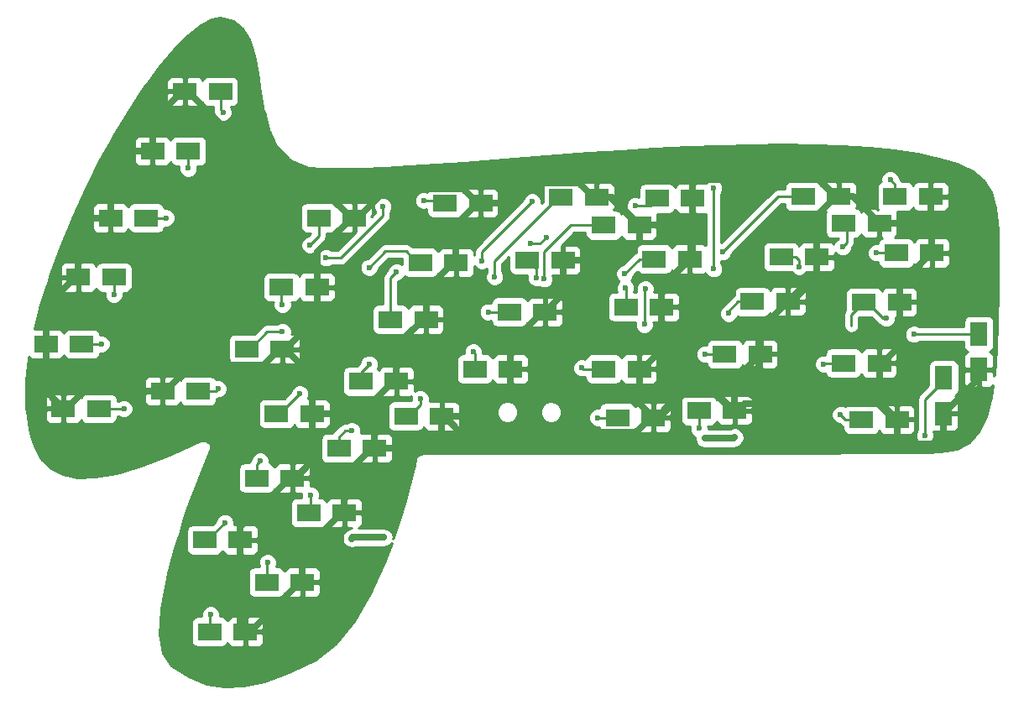
<source format=gbr>
G04 #@! TF.FileFunction,Copper,L1,Top,Signal*
%FSLAX46Y46*%
G04 Gerber Fmt 4.6, Leading zero omitted, Abs format (unit mm)*
G04 Created by KiCad (PCBNEW 4.0.6) date Thursday, 15 February 2018 'PMt' 20:30:34*
%MOMM*%
%LPD*%
G01*
G04 APERTURE LIST*
%ADD10C,0.100000*%
%ADD11R,1.800860X2.400000*%
%ADD12R,2.400000X1.800860*%
%ADD13C,0.800000*%
%ADD14C,0.600000*%
%ADD15C,0.700000*%
%ADD16C,0.250000*%
%ADD17C,0.254000*%
G04 APERTURE END LIST*
D10*
D11*
X241250000Y-96050000D03*
X241250000Y-92450000D03*
D12*
X236400000Y-78600000D03*
X232800000Y-78600000D03*
X231200000Y-81300000D03*
X227600000Y-81300000D03*
X236500000Y-84300000D03*
X232900000Y-84300000D03*
X233250000Y-89250000D03*
X229650000Y-89250000D03*
X231200000Y-95400000D03*
X227600000Y-95400000D03*
X222000000Y-89200000D03*
X218400000Y-89200000D03*
X219200000Y-94500000D03*
X215600000Y-94500000D03*
X208400000Y-100900000D03*
X204800000Y-100900000D03*
X216600000Y-100200000D03*
X213000000Y-100200000D03*
X233000000Y-101100000D03*
X229400000Y-101100000D03*
D11*
X237700000Y-100500000D03*
X237700000Y-96900000D03*
D12*
X224900000Y-84700000D03*
X221300000Y-84700000D03*
X227100000Y-78600000D03*
X223500000Y-78600000D03*
X207000000Y-96000000D03*
X203400000Y-96000000D03*
X209250000Y-89750000D03*
X205650000Y-89750000D03*
X199300000Y-85000000D03*
X195700000Y-85000000D03*
X202700000Y-78700000D03*
X199100000Y-78700000D03*
X207000000Y-81500000D03*
X203400000Y-81500000D03*
X212400000Y-78800000D03*
X208800000Y-78800000D03*
X212100000Y-84900000D03*
X208500000Y-84900000D03*
X197500000Y-90250000D03*
X193900000Y-90250000D03*
X194000000Y-96000000D03*
X190400000Y-96000000D03*
X187050000Y-100750000D03*
X183450000Y-100750000D03*
X180300000Y-104000000D03*
X176700000Y-104000000D03*
X172000000Y-107000000D03*
X168400000Y-107000000D03*
X166750000Y-113250000D03*
X163150000Y-113250000D03*
X167250000Y-122500000D03*
X163650000Y-122500000D03*
X173000000Y-117500000D03*
X169400000Y-117500000D03*
X177250000Y-110500000D03*
X173650000Y-110500000D03*
X182500000Y-97250000D03*
X178900000Y-97250000D03*
X185500000Y-91000000D03*
X181900000Y-91000000D03*
X188500000Y-85250000D03*
X184900000Y-85250000D03*
X191000000Y-79250000D03*
X187400000Y-79250000D03*
X174000000Y-100500000D03*
X170400000Y-100500000D03*
X171000000Y-94000000D03*
X167400000Y-94000000D03*
X174500000Y-87750000D03*
X170900000Y-87750000D03*
X178250000Y-80750000D03*
X174650000Y-80750000D03*
X158900000Y-98250000D03*
X162500000Y-98250000D03*
X148900000Y-100000000D03*
X152500000Y-100000000D03*
X147150000Y-93500000D03*
X150750000Y-93500000D03*
X150400000Y-86750000D03*
X154000000Y-86750000D03*
X153650000Y-80750000D03*
X157250000Y-80750000D03*
X157900000Y-74000000D03*
X161500000Y-74000000D03*
X161150000Y-68000000D03*
X164750000Y-68000000D03*
D13*
X173000000Y-114800000D03*
D14*
X197200000Y-95600000D03*
X181200000Y-113000000D03*
X178000000Y-113100000D03*
X213600000Y-103000000D03*
X216600000Y-102900000D03*
X197600000Y-82700000D03*
X196058058Y-83341942D03*
X234700000Y-92500000D03*
X207600000Y-87900000D03*
X207500000Y-91500000D03*
X214500000Y-85900000D03*
X214498392Y-77750307D03*
X232300000Y-76900000D03*
X227500000Y-83700000D03*
X230900000Y-84300000D03*
X231900000Y-90900000D03*
X225600000Y-95500000D03*
X216000000Y-90400000D03*
X213600000Y-94500000D03*
X202800000Y-100900000D03*
X213000000Y-102000000D03*
X227300000Y-100600000D03*
X235800000Y-102700000D03*
X223100000Y-85700000D03*
X215400000Y-84200000D03*
X201200000Y-95900000D03*
X205600000Y-87800000D03*
X196600000Y-86800000D03*
X192400000Y-86700000D03*
X197400000Y-86900000D03*
X206600000Y-79500000D03*
X196200000Y-79100000D03*
X191100000Y-85100000D03*
X205500000Y-86400000D03*
X191750000Y-90250000D03*
X190250000Y-94250000D03*
X184900000Y-99000000D03*
X178000000Y-102250000D03*
X168750000Y-105250000D03*
X165200000Y-111500000D03*
X163750000Y-120750000D03*
X169500000Y-115500000D03*
X173800000Y-108700000D03*
X179750000Y-95500000D03*
X182500000Y-86200000D03*
X179750000Y-85750000D03*
X181150000Y-79600000D03*
X175400000Y-84800000D03*
X185250000Y-79000000D03*
X172750000Y-98500000D03*
X171000000Y-92250000D03*
X171000000Y-89500000D03*
X173750000Y-83500000D03*
X164500000Y-98000000D03*
X155000000Y-100000000D03*
X152750000Y-93500000D03*
X154000000Y-88500000D03*
X159250000Y-80750000D03*
X161500000Y-75750000D03*
X165000000Y-70100000D03*
D15*
X173800430Y-76600000D02*
X170049570Y-76600000D01*
X170049570Y-76600000D02*
X161449570Y-68000000D01*
X161449570Y-68000000D02*
X161150000Y-68000000D01*
X177950430Y-80750000D02*
X173800430Y-76600000D01*
X180300000Y-104000000D02*
X180300000Y-102399570D01*
X180300000Y-102399570D02*
X178400430Y-100500000D01*
X178400430Y-100500000D02*
X175900000Y-100500000D01*
X175900000Y-100500000D02*
X174000000Y-100500000D01*
X191000000Y-79250000D02*
X190700430Y-79250000D01*
X190700430Y-79250000D02*
X189249999Y-77799569D01*
X189249999Y-77799569D02*
X181500001Y-77799569D01*
X181500001Y-77799569D02*
X178549570Y-80750000D01*
X178549570Y-80750000D02*
X178250000Y-80750000D01*
X202700000Y-78700000D02*
X202400430Y-78700000D01*
X192900000Y-79250000D02*
X191000000Y-79250000D01*
X202400430Y-78700000D02*
X200949999Y-77249569D01*
X200949999Y-77249569D02*
X194900431Y-77249569D01*
X194900431Y-77249569D02*
X192900000Y-79250000D01*
X208400000Y-100900000D02*
X208100430Y-100900000D01*
X208100430Y-100900000D02*
X206649999Y-102350431D01*
X187349570Y-100750000D02*
X187050000Y-100750000D01*
X206649999Y-102350431D02*
X188950000Y-102350430D01*
X188950000Y-102350430D02*
X187349570Y-100750000D01*
X216600000Y-100200000D02*
X216899570Y-100200000D01*
X216899570Y-100200000D02*
X217600000Y-99499570D01*
X217600000Y-99499570D02*
X231100000Y-99499570D01*
X231100000Y-99499570D02*
X232700430Y-101100000D01*
X232700430Y-101100000D02*
X233000000Y-101100000D01*
X227100000Y-78600000D02*
X226800430Y-78600000D01*
X226800430Y-78600000D02*
X225100736Y-76900306D01*
X225100736Y-76900306D02*
X212699264Y-76900306D01*
X212699264Y-76900306D02*
X212400000Y-77199570D01*
X212400000Y-77199570D02*
X212400000Y-78800000D01*
X237700000Y-100500000D02*
X241250000Y-96950000D01*
X241250000Y-96950000D02*
X241250000Y-96050000D01*
X233000000Y-101100000D02*
X233000000Y-102700430D01*
X233849571Y-103550001D02*
X236549999Y-103550001D01*
X236549999Y-103550001D02*
X237700000Y-102400000D01*
X233000000Y-102700430D02*
X233849571Y-103550001D01*
X237700000Y-102400000D02*
X237700000Y-100500000D01*
X231200000Y-95400000D02*
X231200000Y-99300000D01*
X231200000Y-99300000D02*
X233000000Y-101100000D01*
X233250000Y-89250000D02*
X233250000Y-93649570D01*
X233250000Y-93649570D02*
X231499570Y-95400000D01*
X231499570Y-95400000D02*
X231200000Y-95400000D01*
X233250000Y-89250000D02*
X233250000Y-87550000D01*
X233250000Y-87550000D02*
X236500000Y-84300000D01*
X231200000Y-81300000D02*
X235100430Y-81300000D01*
X235100430Y-81300000D02*
X236500000Y-82699570D01*
X236500000Y-82699570D02*
X236500000Y-84300000D01*
X231200000Y-81300000D02*
X235300430Y-81300000D01*
X235300430Y-81300000D02*
X236400000Y-80200430D01*
X236400000Y-80200430D02*
X236400000Y-78600000D01*
X227100000Y-78600000D02*
X228500000Y-78600000D01*
X228500000Y-78600000D02*
X231200000Y-81300000D01*
X224900000Y-84700000D02*
X224900000Y-80500430D01*
X224900000Y-80500430D02*
X226800430Y-78600000D01*
X222000000Y-89200000D02*
X224900000Y-86300000D01*
X224900000Y-86300000D02*
X224900000Y-84700000D01*
X219200000Y-94500000D02*
X219200000Y-92000000D01*
X219200000Y-92000000D02*
X222000000Y-89200000D01*
X216600000Y-100200000D02*
X216600000Y-97100000D01*
X216600000Y-97100000D02*
X219200000Y-94500000D01*
X208400000Y-100900000D02*
X208699570Y-100900000D01*
X208699570Y-100900000D02*
X211000000Y-98599570D01*
X211000000Y-98599570D02*
X214700000Y-98599570D01*
X214700000Y-98599570D02*
X216300430Y-100200000D01*
X216300430Y-100200000D02*
X216600000Y-100200000D01*
X207000000Y-96000000D02*
X207000000Y-99500000D01*
X207000000Y-99500000D02*
X208400000Y-100900000D01*
X209250000Y-89750000D02*
X209250000Y-94049570D01*
X209250000Y-94049570D02*
X207299570Y-96000000D01*
X207299570Y-96000000D02*
X207000000Y-96000000D01*
X209250000Y-89750000D02*
X209250000Y-87750000D01*
X209250000Y-87750000D02*
X212100000Y-84900000D01*
X212400000Y-78800000D02*
X212400000Y-84600000D01*
X212400000Y-84600000D02*
X212100000Y-84900000D01*
X207000000Y-81500000D02*
X211300430Y-81500000D01*
X211300430Y-81500000D02*
X212400000Y-80400430D01*
X212400000Y-80400430D02*
X212400000Y-78800000D01*
X207000000Y-81500000D02*
X204200000Y-78700000D01*
X204200000Y-78700000D02*
X202700000Y-78700000D01*
X199300000Y-85000000D02*
X205100430Y-85000000D01*
X205100430Y-85000000D02*
X207000000Y-83100430D01*
X207000000Y-83100430D02*
X207000000Y-81500000D01*
X197500000Y-90250000D02*
X199300000Y-88450000D01*
X199300000Y-88450000D02*
X199300000Y-85000000D01*
X194000000Y-96000000D02*
X194000000Y-93450430D01*
X194000000Y-93450430D02*
X197200430Y-90250000D01*
X197200430Y-90250000D02*
X197500000Y-90250000D01*
X188500000Y-85250000D02*
X188500000Y-81450430D01*
X188500000Y-81450430D02*
X190700430Y-79250000D01*
X185500000Y-91000000D02*
X185500000Y-87950430D01*
X185500000Y-87950430D02*
X188200430Y-85250000D01*
X188200430Y-85250000D02*
X188500000Y-85250000D01*
X182500000Y-97250000D02*
X182500000Y-93700430D01*
X182500000Y-93700430D02*
X185200430Y-91000000D01*
X185200430Y-91000000D02*
X185500000Y-91000000D01*
X180300000Y-104000000D02*
X180300000Y-99150430D01*
X182200430Y-97250000D02*
X182500000Y-97250000D01*
X180300000Y-99150430D02*
X182200430Y-97250000D01*
X187050000Y-100750000D02*
X190850430Y-100750000D01*
X190850430Y-100750000D02*
X194000000Y-97600430D01*
X194000000Y-97600430D02*
X194000000Y-96000000D01*
X180300000Y-104000000D02*
X185400430Y-104000000D01*
X185400430Y-104000000D02*
X187050000Y-102350430D01*
X187050000Y-102350430D02*
X187050000Y-100750000D01*
X177250000Y-110500000D02*
X177250000Y-106750430D01*
X177250000Y-106750430D02*
X180000430Y-104000000D01*
X180000430Y-104000000D02*
X180300000Y-104000000D01*
X177250000Y-110500000D02*
X176950430Y-110500000D01*
X173000000Y-115899570D02*
X173000000Y-117500000D01*
X176950430Y-110500000D02*
X173000000Y-114450430D01*
X173000000Y-114450430D02*
X173000000Y-115899570D01*
X173000000Y-117500000D02*
X173000000Y-114800000D01*
X167250000Y-122500000D02*
X167700430Y-122500000D01*
X167700430Y-122500000D02*
X172700430Y-117500000D01*
X172700430Y-117500000D02*
X173000000Y-117500000D01*
X166750000Y-113250000D02*
X166750000Y-122000000D01*
X166750000Y-122000000D02*
X167250000Y-122500000D01*
X172000000Y-107000000D02*
X171700430Y-107000000D01*
X171700430Y-107000000D02*
X166750000Y-111950430D01*
X166750000Y-111950430D02*
X166750000Y-113250000D01*
X174000000Y-100500000D02*
X174000000Y-105299570D01*
X174000000Y-105299570D02*
X172299570Y-107000000D01*
X172299570Y-107000000D02*
X172000000Y-107000000D01*
X171000000Y-94000000D02*
X171299570Y-94000000D01*
X171299570Y-94000000D02*
X174000000Y-96700430D01*
X174000000Y-96700430D02*
X174000000Y-98899570D01*
X174000000Y-98899570D02*
X174000000Y-100500000D01*
X174500000Y-87750000D02*
X174500000Y-84200430D01*
X174500000Y-84200430D02*
X177950430Y-80750000D01*
X177950430Y-80750000D02*
X178250000Y-80750000D01*
X171299570Y-94000000D02*
X174500000Y-90799570D01*
X174500000Y-90799570D02*
X174500000Y-89350430D01*
X174500000Y-89350430D02*
X174500000Y-87750000D01*
X158900000Y-98250000D02*
X159199570Y-98250000D01*
X159199570Y-98250000D02*
X161849140Y-95600430D01*
X161849140Y-95600430D02*
X169100000Y-95600430D01*
X169100000Y-95600430D02*
X170700430Y-94000000D01*
X170700430Y-94000000D02*
X171000000Y-94000000D01*
X148900000Y-100000000D02*
X149199570Y-100000000D01*
X149199570Y-100000000D02*
X150949570Y-98250000D01*
X150949570Y-98250000D02*
X157000000Y-98250000D01*
X157000000Y-98250000D02*
X158900000Y-98250000D01*
X147150000Y-93500000D02*
X147150000Y-98250000D01*
X147150000Y-98250000D02*
X148900000Y-100000000D01*
X150400000Y-86750000D02*
X150100430Y-86750000D01*
X150100430Y-86750000D02*
X147150000Y-89700430D01*
X147150000Y-89700430D02*
X147150000Y-91899570D01*
X147150000Y-91899570D02*
X147150000Y-93500000D01*
X153650000Y-80750000D02*
X151750000Y-80750000D01*
X151750000Y-80750000D02*
X150400000Y-82100000D01*
X150400000Y-82100000D02*
X150400000Y-85149570D01*
X150400000Y-85149570D02*
X150400000Y-86750000D01*
X157900000Y-74000000D02*
X156000000Y-74000000D01*
X156000000Y-74000000D02*
X153650000Y-76350000D01*
X153650000Y-76350000D02*
X153650000Y-79149570D01*
X153650000Y-79149570D02*
X153650000Y-80750000D01*
X161150000Y-68000000D02*
X160850430Y-68000000D01*
X160850430Y-68000000D02*
X157900000Y-70950430D01*
X157900000Y-70950430D02*
X157900000Y-72399570D01*
X157900000Y-72399570D02*
X157900000Y-74000000D01*
D16*
X202750430Y-78250000D02*
X203050000Y-78250000D01*
X226750000Y-79000000D02*
X227500430Y-79000000D01*
X230500430Y-82000000D02*
X230800000Y-82000000D01*
X216500000Y-101000000D02*
X216500000Y-99849570D01*
X216500000Y-99849570D02*
X215025429Y-98374999D01*
X215025429Y-98374999D02*
X211674571Y-98374999D01*
X211674571Y-98374999D02*
X209049570Y-101000000D01*
X209049570Y-101000000D02*
X208750000Y-101000000D01*
X173000000Y-114800000D02*
X173000000Y-114450430D01*
X197200000Y-95600000D02*
X196800000Y-96000000D01*
X196800000Y-96000000D02*
X194000000Y-96000000D01*
X237300000Y-101000000D02*
X237500000Y-100800000D01*
X231000000Y-95750000D02*
X231000000Y-99449570D01*
X231000000Y-99449570D02*
X232550430Y-101000000D01*
X232550430Y-101000000D02*
X232850000Y-101000000D01*
X233250000Y-89250000D02*
X233250000Y-93799570D01*
X233250000Y-93799570D02*
X231299570Y-95750000D01*
X231299570Y-95750000D02*
X231000000Y-95750000D01*
X233549570Y-89250000D02*
X233250000Y-89250000D01*
X236500000Y-79900430D02*
X236500000Y-78750000D01*
X224750000Y-84500000D02*
X224750000Y-80700430D01*
X224750000Y-80700430D02*
X226450430Y-79000000D01*
X226450430Y-79000000D02*
X226750000Y-79000000D01*
X222250000Y-89250000D02*
X222549570Y-89250000D01*
X222549570Y-89250000D02*
X224750000Y-87049570D01*
X224750000Y-87049570D02*
X224750000Y-85650430D01*
X224750000Y-85650430D02*
X224750000Y-84500000D01*
X218800000Y-95750000D02*
X218800000Y-92400430D01*
X218800000Y-92400430D02*
X221950430Y-89250000D01*
X221950430Y-89250000D02*
X222250000Y-89250000D01*
X216500000Y-101000000D02*
X216500000Y-97750430D01*
X216500000Y-97750430D02*
X218500430Y-95750000D01*
X218500430Y-95750000D02*
X218800000Y-95750000D01*
X207000000Y-96000000D02*
X207000000Y-99549570D01*
X207000000Y-99549570D02*
X208450430Y-101000000D01*
X208450430Y-101000000D02*
X208750000Y-101000000D01*
X209549570Y-89750000D02*
X209250000Y-89750000D01*
X212500000Y-79000000D02*
X212500000Y-84500000D01*
X212500000Y-84500000D02*
X212250000Y-84750000D01*
X203050000Y-78250000D02*
X203349570Y-78250000D01*
X203349570Y-78250000D02*
X206250000Y-81150430D01*
X206250000Y-81150430D02*
X206250000Y-82000000D01*
D15*
X213600000Y-103000000D02*
X216500000Y-103000000D01*
X216500000Y-103000000D02*
X216600000Y-102900000D01*
X181200000Y-113000000D02*
X178100000Y-113000000D01*
X178100000Y-113000000D02*
X178000000Y-113100000D01*
D16*
X196058058Y-83341942D02*
X196958058Y-83341942D01*
X196958058Y-83341942D02*
X197600000Y-82700000D01*
X241250000Y-92450000D02*
X234750000Y-92450000D01*
X234750000Y-92450000D02*
X234700000Y-92500000D01*
X207500000Y-91500000D02*
X207500000Y-88000000D01*
X207500000Y-88000000D02*
X207600000Y-87900000D01*
X241250000Y-92450000D02*
X241250000Y-92749570D01*
X214498392Y-84674128D02*
X214498392Y-85898392D01*
X214498392Y-85898392D02*
X214500000Y-85900000D01*
X214498392Y-84674128D02*
X214498392Y-78174571D01*
X214498392Y-78174571D02*
X214498392Y-77750307D01*
X232800000Y-78600000D02*
X232800000Y-77400000D01*
X232800000Y-77400000D02*
X232300000Y-76900000D01*
X227500000Y-83700000D02*
X227949580Y-83250420D01*
X227949580Y-83250420D02*
X227949580Y-81649580D01*
X227949580Y-81649580D02*
X227600000Y-81300000D01*
X232900000Y-84300000D02*
X230900000Y-84300000D01*
X229650000Y-89250000D02*
X229949570Y-89250000D01*
X229949570Y-89250000D02*
X231599570Y-90900000D01*
X231599570Y-90900000D02*
X231900000Y-90900000D01*
X228400000Y-91600000D02*
X228400000Y-90500000D01*
X228400000Y-90500000D02*
X229650000Y-89250000D01*
X227600000Y-95400000D02*
X225700000Y-95400000D01*
X225700000Y-95400000D02*
X225600000Y-95500000D01*
X218400000Y-89200000D02*
X216950000Y-89200000D01*
X216000000Y-90150000D02*
X216000000Y-90400000D01*
X216950000Y-89200000D02*
X216000000Y-90150000D01*
X215600000Y-94500000D02*
X213600000Y-94500000D01*
X204800000Y-100900000D02*
X202800000Y-100900000D01*
X213000000Y-100200000D02*
X213000000Y-102000000D01*
X229400000Y-101100000D02*
X227800000Y-101100000D01*
X227800000Y-101100000D02*
X227300000Y-100600000D01*
X235800000Y-99714568D02*
X235800000Y-102700000D01*
X237700000Y-96900000D02*
X237700000Y-97199570D01*
X237700000Y-97199570D02*
X235800000Y-99099570D01*
X235800000Y-99099570D02*
X235800000Y-99714568D01*
X221300000Y-84700000D02*
X222750000Y-84700000D01*
X222750000Y-84700000D02*
X223100000Y-85050000D01*
X223100000Y-85050000D02*
X223100000Y-85700000D01*
X223500000Y-78600000D02*
X221000000Y-78600000D01*
X221000000Y-78600000D02*
X215400000Y-84200000D01*
X203400000Y-96000000D02*
X201300000Y-96000000D01*
X201300000Y-96000000D02*
X201200000Y-95900000D01*
X203400000Y-95900000D02*
X203400000Y-96000000D01*
X205650000Y-89750000D02*
X205650000Y-87850000D01*
X205650000Y-87850000D02*
X205600000Y-87800000D01*
X205700000Y-89700000D02*
X205650000Y-89750000D01*
X196600000Y-86800000D02*
X196600000Y-85900000D01*
X196600000Y-85900000D02*
X195700000Y-85000000D01*
X199100000Y-78700000D02*
X198800430Y-78700000D01*
X198800430Y-78700000D02*
X192400000Y-85100430D01*
X192400000Y-85100430D02*
X192400000Y-85400000D01*
X192400000Y-85400000D02*
X192400000Y-86700000D01*
X197400000Y-84214568D02*
X197400000Y-86900000D01*
X203400000Y-81500000D02*
X200114568Y-81500000D01*
X200114568Y-81500000D02*
X197400000Y-84214568D01*
X206600000Y-79500000D02*
X208100000Y-79500000D01*
X208100000Y-79500000D02*
X208800000Y-78800000D01*
X191100000Y-85100000D02*
X191100000Y-84200000D01*
X191100000Y-84200000D02*
X196200000Y-79100000D01*
X208500000Y-84900000D02*
X207000000Y-84900000D01*
X207000000Y-84900000D02*
X205500000Y-86400000D01*
X193900000Y-90250000D02*
X191750000Y-90250000D01*
X190400000Y-96000000D02*
X190400000Y-94400000D01*
X190400000Y-94400000D02*
X190250000Y-94250000D01*
X183450000Y-100750000D02*
X183749570Y-100750000D01*
X183749570Y-100750000D02*
X184900000Y-99599570D01*
X184900000Y-99599570D02*
X184900000Y-99000000D01*
X176700000Y-104000000D02*
X176700000Y-102849570D01*
X176700000Y-102849570D02*
X177299570Y-102250000D01*
X177299570Y-102250000D02*
X178000000Y-102250000D01*
X168400000Y-107000000D02*
X168400000Y-105600000D01*
X168400000Y-105600000D02*
X168750000Y-105250000D01*
X163150000Y-113250000D02*
X163449570Y-113250000D01*
X165199570Y-111500000D02*
X165200000Y-111500000D01*
X163449570Y-113250000D02*
X165199570Y-111500000D01*
X163650000Y-122500000D02*
X163650000Y-120850000D01*
X163650000Y-120850000D02*
X163750000Y-120750000D01*
X169400000Y-117500000D02*
X169400000Y-115600000D01*
X169400000Y-115600000D02*
X169500000Y-115500000D01*
X173800000Y-108700000D02*
X173800000Y-110350000D01*
X173800000Y-110350000D02*
X173650000Y-110500000D01*
X178900000Y-97250000D02*
X178900000Y-96350000D01*
X178900000Y-96350000D02*
X179750000Y-95500000D01*
X181900000Y-91000000D02*
X181900000Y-87700000D01*
X181900000Y-86800000D02*
X181900000Y-87700000D01*
X182500000Y-86200000D02*
X181900000Y-86800000D01*
X184900000Y-85250000D02*
X184600430Y-85250000D01*
X184600430Y-85250000D02*
X183450000Y-84099570D01*
X183450000Y-84099570D02*
X181400430Y-84099570D01*
X181400430Y-84099570D02*
X179750000Y-85750000D01*
X181150000Y-79600000D02*
X181150000Y-80535432D01*
X181150000Y-80535432D02*
X176885432Y-84800000D01*
X176885432Y-84800000D02*
X175824264Y-84800000D01*
X175824264Y-84800000D02*
X175400000Y-84800000D01*
X185250000Y-79000000D02*
X187150000Y-79000000D01*
X187150000Y-79000000D02*
X187400000Y-79250000D01*
X187400000Y-79250000D02*
X187100430Y-79250000D01*
X170400000Y-100500000D02*
X170699570Y-100500000D01*
X170699570Y-100500000D02*
X172699570Y-98500000D01*
X172699570Y-98500000D02*
X172750000Y-98500000D01*
X167400000Y-94000000D02*
X167699570Y-94000000D01*
X167699570Y-94000000D02*
X169449570Y-92250000D01*
X169449570Y-92250000D02*
X171000000Y-92250000D01*
X170900000Y-87750000D02*
X170900000Y-89400000D01*
X170900000Y-89400000D02*
X171000000Y-89500000D01*
X174650000Y-80750000D02*
X174650000Y-82600000D01*
X174650000Y-82600000D02*
X173750000Y-83500000D01*
X162500000Y-98250000D02*
X164250000Y-98250000D01*
X164250000Y-98250000D02*
X164500000Y-98000000D01*
X152500000Y-100000000D02*
X155000000Y-100000000D01*
X150750000Y-93500000D02*
X152750000Y-93500000D01*
X154000000Y-86750000D02*
X154000000Y-88500000D01*
X157250000Y-80750000D02*
X159250000Y-80750000D01*
X161500000Y-74000000D02*
X161500000Y-75750000D01*
X164750000Y-68000000D02*
X164750000Y-69850000D01*
X164750000Y-69850000D02*
X165000000Y-70100000D01*
D17*
G36*
X166059604Y-60882832D02*
X167005767Y-61624521D01*
X167690682Y-62788383D01*
X168172521Y-64333279D01*
X168511313Y-66140021D01*
X168794798Y-68072764D01*
X168797612Y-68080670D01*
X168797385Y-68089059D01*
X169125213Y-70007538D01*
X169136893Y-70038050D01*
X169139027Y-70070649D01*
X169614910Y-71847263D01*
X169643705Y-71905665D01*
X169659877Y-71968745D01*
X170389538Y-73489634D01*
X170454423Y-73576116D01*
X170511967Y-73667630D01*
X171601133Y-74818927D01*
X171605375Y-74821935D01*
X171608209Y-74826299D01*
X171716458Y-74900698D01*
X171823588Y-74976659D01*
X171828661Y-74977815D01*
X171832947Y-74980761D01*
X173387341Y-75648604D01*
X173503902Y-75673381D01*
X173619088Y-75703969D01*
X175098943Y-75797640D01*
X175116617Y-75795273D01*
X175134063Y-75798978D01*
X176904109Y-75821850D01*
X176915407Y-75819754D01*
X176926716Y-75821776D01*
X178962239Y-75782225D01*
X178969764Y-75780576D01*
X178977377Y-75781767D01*
X181253662Y-75688166D01*
X181258755Y-75686933D01*
X181263942Y-75687667D01*
X183756273Y-75548393D01*
X183759677Y-75547516D01*
X183763164Y-75547974D01*
X186446826Y-75371400D01*
X186448982Y-75370822D01*
X186451199Y-75371099D01*
X189301477Y-75165601D01*
X189302656Y-75165277D01*
X189303868Y-75165424D01*
X192296045Y-74939376D01*
X192296409Y-74939275D01*
X192296786Y-74939320D01*
X195405897Y-74701117D01*
X198606361Y-74459198D01*
X201872979Y-74221967D01*
X205181687Y-73997735D01*
X208507330Y-73794888D01*
X211824822Y-73621784D01*
X215109707Y-73486738D01*
X218336715Y-73398082D01*
X221480886Y-73364098D01*
X224516872Y-73393023D01*
X227419329Y-73493005D01*
X230162383Y-73672031D01*
X232719894Y-73937810D01*
X235064997Y-74297519D01*
X237170004Y-74757335D01*
X238996827Y-75318605D01*
X240634467Y-76084867D01*
X241741034Y-77003145D01*
X242472475Y-78184824D01*
X242930930Y-79798119D01*
X243160765Y-81966444D01*
X243216208Y-84765398D01*
X243168766Y-88264703D01*
X243109169Y-91211046D01*
X243008918Y-93987432D01*
X242816383Y-96537374D01*
X242785430Y-96747717D01*
X242785430Y-96335750D01*
X242626680Y-96177000D01*
X241377000Y-96177000D01*
X241377000Y-97726250D01*
X241535750Y-97885000D01*
X242276740Y-97885000D01*
X242510129Y-97788327D01*
X242653380Y-97645075D01*
X242482683Y-98805066D01*
X241965532Y-100731682D01*
X241235400Y-102262451D01*
X240271259Y-103371434D01*
X239014936Y-104075218D01*
X237303781Y-104368743D01*
X236044342Y-104393245D01*
X234149944Y-104416082D01*
X231744667Y-104436412D01*
X228904994Y-104454356D01*
X225704991Y-104470068D01*
X222221159Y-104483685D01*
X218527006Y-104495365D01*
X214698590Y-104505250D01*
X214698587Y-104505251D01*
X210810596Y-104513492D01*
X206937099Y-104520240D01*
X206937097Y-104520240D01*
X203153957Y-104525644D01*
X203153953Y-104525643D01*
X199535196Y-104529852D01*
X199535195Y-104529852D01*
X196156246Y-104533014D01*
X196156245Y-104533014D01*
X193091772Y-104535281D01*
X190416632Y-104536800D01*
X188205683Y-104537721D01*
X186533776Y-104538194D01*
X185475767Y-104538368D01*
X185106504Y-104538393D01*
X185044124Y-104550806D01*
X184980526Y-104549849D01*
X184911683Y-104577159D01*
X184839046Y-104591612D01*
X184786165Y-104626951D01*
X184727042Y-104650405D01*
X184673891Y-104701982D01*
X184612315Y-104743131D01*
X184576982Y-104796019D01*
X184531336Y-104840312D01*
X184501969Y-104908301D01*
X184460826Y-104969884D01*
X184448421Y-105032268D01*
X184423201Y-105090656D01*
X184298066Y-105673774D01*
X183921046Y-107260415D01*
X183290206Y-109603501D01*
X182405205Y-112450018D01*
X182163862Y-113106269D01*
X182185000Y-113000000D01*
X182110021Y-112623057D01*
X181896500Y-112303500D01*
X181576943Y-112089979D01*
X181200000Y-112015000D01*
X178625631Y-112015000D01*
X178809698Y-111938757D01*
X178988327Y-111760129D01*
X179085000Y-111526740D01*
X179085000Y-110785750D01*
X178926250Y-110627000D01*
X177377000Y-110627000D01*
X177377000Y-111876680D01*
X177535750Y-112035430D01*
X177997292Y-112035430D01*
X177723057Y-112089979D01*
X177403500Y-112303500D01*
X177303500Y-112403500D01*
X177089979Y-112723057D01*
X177015000Y-113100000D01*
X177089979Y-113476943D01*
X177303500Y-113796500D01*
X177623057Y-114010021D01*
X178000000Y-114085000D01*
X178376943Y-114010021D01*
X178414390Y-113985000D01*
X181200000Y-113985000D01*
X181576943Y-113910021D01*
X181896500Y-113696500D01*
X182008371Y-113529073D01*
X181266896Y-115545264D01*
X179878521Y-118632561D01*
X178248943Y-121452342D01*
X176400323Y-123743613D01*
X174324571Y-125302470D01*
X171600771Y-126596419D01*
X169183089Y-127500511D01*
X167055286Y-127991214D01*
X165143233Y-128076101D01*
X163351631Y-127760504D01*
X161576078Y-127028820D01*
X159810439Y-125902137D01*
X158964713Y-124684973D01*
X158638638Y-122722108D01*
X158703844Y-121599570D01*
X161802560Y-121599570D01*
X161802560Y-123400430D01*
X161846838Y-123635747D01*
X161985910Y-123851871D01*
X162198110Y-123996861D01*
X162450000Y-124047870D01*
X164850000Y-124047870D01*
X165085317Y-124003592D01*
X165301441Y-123864520D01*
X165446431Y-123652320D01*
X165453191Y-123618940D01*
X165511673Y-123760129D01*
X165690302Y-123938757D01*
X165923691Y-124035430D01*
X166964250Y-124035430D01*
X167123000Y-123876680D01*
X167123000Y-122627000D01*
X167377000Y-122627000D01*
X167377000Y-123876680D01*
X167535750Y-124035430D01*
X168576309Y-124035430D01*
X168809698Y-123938757D01*
X168988327Y-123760129D01*
X169085000Y-123526740D01*
X169085000Y-122785750D01*
X168926250Y-122627000D01*
X167377000Y-122627000D01*
X167123000Y-122627000D01*
X167103000Y-122627000D01*
X167103000Y-122373000D01*
X167123000Y-122373000D01*
X167123000Y-121123320D01*
X167377000Y-121123320D01*
X167377000Y-122373000D01*
X168926250Y-122373000D01*
X169085000Y-122214250D01*
X169085000Y-121473260D01*
X168988327Y-121239871D01*
X168809698Y-121061243D01*
X168576309Y-120964570D01*
X167535750Y-120964570D01*
X167377000Y-121123320D01*
X167123000Y-121123320D01*
X166964250Y-120964570D01*
X165923691Y-120964570D01*
X165690302Y-121061243D01*
X165511673Y-121239871D01*
X165455346Y-121375857D01*
X165453162Y-121364253D01*
X165314090Y-121148129D01*
X165101890Y-121003139D01*
X164850000Y-120952130D01*
X164678472Y-120952130D01*
X164684838Y-120936799D01*
X164685162Y-120564833D01*
X164543117Y-120221057D01*
X164280327Y-119957808D01*
X163936799Y-119815162D01*
X163564833Y-119814838D01*
X163221057Y-119956883D01*
X162957808Y-120219673D01*
X162815162Y-120563201D01*
X162814838Y-120935167D01*
X162821847Y-120952130D01*
X162450000Y-120952130D01*
X162214683Y-120996408D01*
X161998559Y-121135480D01*
X161853569Y-121347680D01*
X161802560Y-121599570D01*
X158703844Y-121599570D01*
X158789618Y-120122974D01*
X159329803Y-117155375D01*
X159474676Y-116599570D01*
X167552560Y-116599570D01*
X167552560Y-118400430D01*
X167596838Y-118635747D01*
X167735910Y-118851871D01*
X167948110Y-118996861D01*
X168200000Y-119047870D01*
X170600000Y-119047870D01*
X170835317Y-119003592D01*
X171051441Y-118864520D01*
X171196431Y-118652320D01*
X171203191Y-118618940D01*
X171261673Y-118760129D01*
X171440302Y-118938757D01*
X171673691Y-119035430D01*
X172714250Y-119035430D01*
X172873000Y-118876680D01*
X172873000Y-117627000D01*
X173127000Y-117627000D01*
X173127000Y-118876680D01*
X173285750Y-119035430D01*
X174326309Y-119035430D01*
X174559698Y-118938757D01*
X174738327Y-118760129D01*
X174835000Y-118526740D01*
X174835000Y-117785750D01*
X174676250Y-117627000D01*
X173127000Y-117627000D01*
X172873000Y-117627000D01*
X172853000Y-117627000D01*
X172853000Y-117373000D01*
X172873000Y-117373000D01*
X172873000Y-116123320D01*
X173127000Y-116123320D01*
X173127000Y-117373000D01*
X174676250Y-117373000D01*
X174835000Y-117214250D01*
X174835000Y-116473260D01*
X174738327Y-116239871D01*
X174559698Y-116061243D01*
X174326309Y-115964570D01*
X173285750Y-115964570D01*
X173127000Y-116123320D01*
X172873000Y-116123320D01*
X172714250Y-115964570D01*
X171673691Y-115964570D01*
X171440302Y-116061243D01*
X171261673Y-116239871D01*
X171205346Y-116375857D01*
X171203162Y-116364253D01*
X171064090Y-116148129D01*
X170851890Y-116003139D01*
X170600000Y-115952130D01*
X170324662Y-115952130D01*
X170434838Y-115686799D01*
X170435162Y-115314833D01*
X170293117Y-114971057D01*
X170030327Y-114707808D01*
X169686799Y-114565162D01*
X169314833Y-114564838D01*
X168971057Y-114706883D01*
X168707808Y-114969673D01*
X168565162Y-115313201D01*
X168564838Y-115685167D01*
X168640000Y-115867073D01*
X168640000Y-115952130D01*
X168200000Y-115952130D01*
X167964683Y-115996408D01*
X167748559Y-116135480D01*
X167603569Y-116347680D01*
X167552560Y-116599570D01*
X159474676Y-116599570D01*
X160137743Y-114055715D01*
X160675106Y-112349570D01*
X161302560Y-112349570D01*
X161302560Y-114150430D01*
X161346838Y-114385747D01*
X161485910Y-114601871D01*
X161698110Y-114746861D01*
X161950000Y-114797870D01*
X164350000Y-114797870D01*
X164585317Y-114753592D01*
X164801441Y-114614520D01*
X164946431Y-114402320D01*
X164953191Y-114368940D01*
X165011673Y-114510129D01*
X165190302Y-114688757D01*
X165423691Y-114785430D01*
X166464250Y-114785430D01*
X166623000Y-114626680D01*
X166623000Y-113377000D01*
X166877000Y-113377000D01*
X166877000Y-114626680D01*
X167035750Y-114785430D01*
X168076309Y-114785430D01*
X168309698Y-114688757D01*
X168488327Y-114510129D01*
X168585000Y-114276740D01*
X168585000Y-113535750D01*
X168426250Y-113377000D01*
X166877000Y-113377000D01*
X166623000Y-113377000D01*
X166603000Y-113377000D01*
X166603000Y-113123000D01*
X166623000Y-113123000D01*
X166623000Y-111873320D01*
X166877000Y-111873320D01*
X166877000Y-113123000D01*
X168426250Y-113123000D01*
X168585000Y-112964250D01*
X168585000Y-112223260D01*
X168488327Y-111989871D01*
X168309698Y-111811243D01*
X168076309Y-111714570D01*
X167035750Y-111714570D01*
X166877000Y-111873320D01*
X166623000Y-111873320D01*
X166464250Y-111714570D01*
X166123306Y-111714570D01*
X166134838Y-111686799D01*
X166135162Y-111314833D01*
X165993117Y-110971057D01*
X165730327Y-110707808D01*
X165386799Y-110565162D01*
X165014833Y-110564838D01*
X164671057Y-110706883D01*
X164407808Y-110969673D01*
X164265162Y-111313201D01*
X164265122Y-111359646D01*
X163922638Y-111702130D01*
X161950000Y-111702130D01*
X161714683Y-111746408D01*
X161498559Y-111885480D01*
X161353569Y-112097680D01*
X161302560Y-112349570D01*
X160675106Y-112349570D01*
X161086025Y-111044894D01*
X161598657Y-109599570D01*
X171802560Y-109599570D01*
X171802560Y-111400430D01*
X171846838Y-111635747D01*
X171985910Y-111851871D01*
X172198110Y-111996861D01*
X172450000Y-112047870D01*
X174850000Y-112047870D01*
X175085317Y-112003592D01*
X175301441Y-111864520D01*
X175446431Y-111652320D01*
X175453191Y-111618940D01*
X175511673Y-111760129D01*
X175690302Y-111938757D01*
X175923691Y-112035430D01*
X176964250Y-112035430D01*
X177123000Y-111876680D01*
X177123000Y-110627000D01*
X177103000Y-110627000D01*
X177103000Y-110373000D01*
X177123000Y-110373000D01*
X177123000Y-109123320D01*
X177377000Y-109123320D01*
X177377000Y-110373000D01*
X178926250Y-110373000D01*
X179085000Y-110214250D01*
X179085000Y-109473260D01*
X178988327Y-109239871D01*
X178809698Y-109061243D01*
X178576309Y-108964570D01*
X177535750Y-108964570D01*
X177377000Y-109123320D01*
X177123000Y-109123320D01*
X176964250Y-108964570D01*
X175923691Y-108964570D01*
X175690302Y-109061243D01*
X175511673Y-109239871D01*
X175455346Y-109375857D01*
X175453162Y-109364253D01*
X175314090Y-109148129D01*
X175101890Y-109003139D01*
X174850000Y-108952130D01*
X174707710Y-108952130D01*
X174734838Y-108886799D01*
X174735162Y-108514833D01*
X174593117Y-108171057D01*
X174330327Y-107907808D01*
X173986799Y-107765162D01*
X173835000Y-107765030D01*
X173835000Y-107285750D01*
X173676250Y-107127000D01*
X172127000Y-107127000D01*
X172127000Y-108376680D01*
X172285750Y-108535430D01*
X172865143Y-108535430D01*
X172864838Y-108885167D01*
X172892506Y-108952130D01*
X172450000Y-108952130D01*
X172214683Y-108996408D01*
X171998559Y-109135480D01*
X171853569Y-109347680D01*
X171802560Y-109599570D01*
X161598657Y-109599570D01*
X162046320Y-108337423D01*
X162890106Y-106145443D01*
X162908848Y-106099570D01*
X166552560Y-106099570D01*
X166552560Y-107900430D01*
X166596838Y-108135747D01*
X166735910Y-108351871D01*
X166948110Y-108496861D01*
X167200000Y-108547870D01*
X169600000Y-108547870D01*
X169835317Y-108503592D01*
X170051441Y-108364520D01*
X170196431Y-108152320D01*
X170203191Y-108118940D01*
X170261673Y-108260129D01*
X170440302Y-108438757D01*
X170673691Y-108535430D01*
X171714250Y-108535430D01*
X171873000Y-108376680D01*
X171873000Y-107127000D01*
X171853000Y-107127000D01*
X171853000Y-106873000D01*
X171873000Y-106873000D01*
X171873000Y-105623320D01*
X172127000Y-105623320D01*
X172127000Y-106873000D01*
X173676250Y-106873000D01*
X173835000Y-106714250D01*
X173835000Y-105973260D01*
X173738327Y-105739871D01*
X173559698Y-105561243D01*
X173326309Y-105464570D01*
X172285750Y-105464570D01*
X172127000Y-105623320D01*
X171873000Y-105623320D01*
X171714250Y-105464570D01*
X170673691Y-105464570D01*
X170440302Y-105561243D01*
X170261673Y-105739871D01*
X170205346Y-105875857D01*
X170203162Y-105864253D01*
X170064090Y-105648129D01*
X169851890Y-105503139D01*
X169672385Y-105466788D01*
X169684838Y-105436799D01*
X169685162Y-105064833D01*
X169543117Y-104721057D01*
X169280327Y-104457808D01*
X168936799Y-104315162D01*
X168564833Y-104314838D01*
X168221057Y-104456883D01*
X167957808Y-104719673D01*
X167815162Y-105063201D01*
X167815101Y-105133686D01*
X167697852Y-105309161D01*
X167669413Y-105452130D01*
X167200000Y-105452130D01*
X166964683Y-105496408D01*
X166748559Y-105635480D01*
X166603569Y-105847680D01*
X166552560Y-106099570D01*
X162908848Y-106099570D01*
X163489204Y-104679137D01*
X163716862Y-104144942D01*
X163720372Y-104128189D01*
X163729334Y-104113602D01*
X163748215Y-103995288D01*
X163772779Y-103878036D01*
X163769610Y-103861214D01*
X163772308Y-103844309D01*
X163744478Y-103727790D01*
X163722299Y-103610048D01*
X163712932Y-103595716D01*
X163708956Y-103579069D01*
X163638655Y-103482070D01*
X163573107Y-103381779D01*
X163558971Y-103372125D01*
X163548925Y-103358263D01*
X163446841Y-103295542D01*
X163347916Y-103227978D01*
X163331163Y-103224468D01*
X163316576Y-103215506D01*
X163198262Y-103196625D01*
X163081010Y-103172061D01*
X163064188Y-103175230D01*
X163047283Y-103172532D01*
X162930761Y-103200363D01*
X162813023Y-103222541D01*
X162798692Y-103231907D01*
X162782043Y-103235884D01*
X159594881Y-104700677D01*
X156763236Y-105796853D01*
X154270243Y-106530626D01*
X152116400Y-106904579D01*
X150302873Y-106928381D01*
X148821636Y-106622338D01*
X147637667Y-106006771D01*
X146695344Y-105070599D01*
X145962977Y-103769794D01*
X145758766Y-103099570D01*
X174852560Y-103099570D01*
X174852560Y-104900430D01*
X174896838Y-105135747D01*
X175035910Y-105351871D01*
X175248110Y-105496861D01*
X175500000Y-105547870D01*
X177900000Y-105547870D01*
X178135317Y-105503592D01*
X178351441Y-105364520D01*
X178496431Y-105152320D01*
X178503191Y-105118940D01*
X178561673Y-105260129D01*
X178740302Y-105438757D01*
X178973691Y-105535430D01*
X180014250Y-105535430D01*
X180173000Y-105376680D01*
X180173000Y-104127000D01*
X180427000Y-104127000D01*
X180427000Y-105376680D01*
X180585750Y-105535430D01*
X181626309Y-105535430D01*
X181859698Y-105438757D01*
X182038327Y-105260129D01*
X182135000Y-105026740D01*
X182135000Y-104285750D01*
X181976250Y-104127000D01*
X180427000Y-104127000D01*
X180173000Y-104127000D01*
X180153000Y-104127000D01*
X180153000Y-103873000D01*
X180173000Y-103873000D01*
X180173000Y-102623320D01*
X180427000Y-102623320D01*
X180427000Y-103873000D01*
X181976250Y-103873000D01*
X182135000Y-103714250D01*
X182135000Y-102973260D01*
X182038327Y-102739871D01*
X181859698Y-102561243D01*
X181626309Y-102464570D01*
X180585750Y-102464570D01*
X180427000Y-102623320D01*
X180173000Y-102623320D01*
X180014250Y-102464570D01*
X178973691Y-102464570D01*
X178912840Y-102489775D01*
X178934838Y-102436799D01*
X178935162Y-102064833D01*
X178793117Y-101721057D01*
X178530327Y-101457808D01*
X178186799Y-101315162D01*
X177814833Y-101314838D01*
X177471057Y-101456883D01*
X177437882Y-101490000D01*
X177299570Y-101490000D01*
X177008731Y-101547852D01*
X176762169Y-101712599D01*
X176162599Y-102312169D01*
X176069080Y-102452130D01*
X175500000Y-102452130D01*
X175264683Y-102496408D01*
X175048559Y-102635480D01*
X174903569Y-102847680D01*
X174852560Y-103099570D01*
X145758766Y-103099570D01*
X145445145Y-102070264D01*
X145199111Y-100285750D01*
X147065000Y-100285750D01*
X147065000Y-101026740D01*
X147161673Y-101260129D01*
X147340302Y-101438757D01*
X147573691Y-101535430D01*
X148614250Y-101535430D01*
X148773000Y-101376680D01*
X148773000Y-100127000D01*
X147223750Y-100127000D01*
X147065000Y-100285750D01*
X145199111Y-100285750D01*
X145154706Y-99963679D01*
X145132012Y-98973260D01*
X147065000Y-98973260D01*
X147065000Y-99714250D01*
X147223750Y-99873000D01*
X148773000Y-99873000D01*
X148773000Y-98623320D01*
X149027000Y-98623320D01*
X149027000Y-99873000D01*
X149047000Y-99873000D01*
X149047000Y-100127000D01*
X149027000Y-100127000D01*
X149027000Y-101376680D01*
X149185750Y-101535430D01*
X150226309Y-101535430D01*
X150459698Y-101438757D01*
X150638327Y-101260129D01*
X150694654Y-101124143D01*
X150696838Y-101135747D01*
X150835910Y-101351871D01*
X151048110Y-101496861D01*
X151300000Y-101547870D01*
X153700000Y-101547870D01*
X153935317Y-101503592D01*
X154151441Y-101364520D01*
X154296431Y-101152320D01*
X154347440Y-100900430D01*
X154347440Y-100760000D01*
X154437537Y-100760000D01*
X154469673Y-100792192D01*
X154813201Y-100934838D01*
X155185167Y-100935162D01*
X155528943Y-100793117D01*
X155792192Y-100530327D01*
X155934838Y-100186799D01*
X155935162Y-99814833D01*
X155793117Y-99471057D01*
X155530327Y-99207808D01*
X155186799Y-99065162D01*
X154814833Y-99064838D01*
X154471057Y-99206883D01*
X154437882Y-99240000D01*
X154347440Y-99240000D01*
X154347440Y-99099570D01*
X154303162Y-98864253D01*
X154164090Y-98648129D01*
X153999618Y-98535750D01*
X157065000Y-98535750D01*
X157065000Y-99276740D01*
X157161673Y-99510129D01*
X157340302Y-99688757D01*
X157573691Y-99785430D01*
X158614250Y-99785430D01*
X158773000Y-99626680D01*
X158773000Y-98377000D01*
X157223750Y-98377000D01*
X157065000Y-98535750D01*
X153999618Y-98535750D01*
X153951890Y-98503139D01*
X153700000Y-98452130D01*
X151300000Y-98452130D01*
X151064683Y-98496408D01*
X150848559Y-98635480D01*
X150703569Y-98847680D01*
X150696809Y-98881060D01*
X150638327Y-98739871D01*
X150459698Y-98561243D01*
X150226309Y-98464570D01*
X149185750Y-98464570D01*
X149027000Y-98623320D01*
X148773000Y-98623320D01*
X148614250Y-98464570D01*
X147573691Y-98464570D01*
X147340302Y-98561243D01*
X147161673Y-98739871D01*
X147065000Y-98973260D01*
X145132012Y-98973260D01*
X145097605Y-97471711D01*
X145125248Y-97223260D01*
X157065000Y-97223260D01*
X157065000Y-97964250D01*
X157223750Y-98123000D01*
X158773000Y-98123000D01*
X158773000Y-96873320D01*
X159027000Y-96873320D01*
X159027000Y-98123000D01*
X159047000Y-98123000D01*
X159047000Y-98377000D01*
X159027000Y-98377000D01*
X159027000Y-99626680D01*
X159185750Y-99785430D01*
X160226309Y-99785430D01*
X160459698Y-99688757D01*
X160638327Y-99510129D01*
X160694654Y-99374143D01*
X160696838Y-99385747D01*
X160835910Y-99601871D01*
X161048110Y-99746861D01*
X161300000Y-99797870D01*
X163700000Y-99797870D01*
X163935317Y-99753592D01*
X164151441Y-99614520D01*
X164161655Y-99599570D01*
X168552560Y-99599570D01*
X168552560Y-101400430D01*
X168596838Y-101635747D01*
X168735910Y-101851871D01*
X168948110Y-101996861D01*
X169200000Y-102047870D01*
X171600000Y-102047870D01*
X171835317Y-102003592D01*
X172051441Y-101864520D01*
X172196431Y-101652320D01*
X172203191Y-101618940D01*
X172261673Y-101760129D01*
X172440302Y-101938757D01*
X172673691Y-102035430D01*
X173714250Y-102035430D01*
X173873000Y-101876680D01*
X173873000Y-100627000D01*
X174127000Y-100627000D01*
X174127000Y-101876680D01*
X174285750Y-102035430D01*
X175326309Y-102035430D01*
X175559698Y-101938757D01*
X175738327Y-101760129D01*
X175835000Y-101526740D01*
X175835000Y-100785750D01*
X175676250Y-100627000D01*
X174127000Y-100627000D01*
X173873000Y-100627000D01*
X173853000Y-100627000D01*
X173853000Y-100373000D01*
X173873000Y-100373000D01*
X173873000Y-99123320D01*
X174127000Y-99123320D01*
X174127000Y-100373000D01*
X175676250Y-100373000D01*
X175835000Y-100214250D01*
X175835000Y-99849570D01*
X181602560Y-99849570D01*
X181602560Y-101650430D01*
X181646838Y-101885747D01*
X181785910Y-102101871D01*
X181998110Y-102246861D01*
X182250000Y-102297870D01*
X184650000Y-102297870D01*
X184885317Y-102253592D01*
X185101441Y-102114520D01*
X185246431Y-101902320D01*
X185253191Y-101868940D01*
X185311673Y-102010129D01*
X185490302Y-102188757D01*
X185723691Y-102285430D01*
X186764250Y-102285430D01*
X186923000Y-102126680D01*
X186923000Y-100877000D01*
X187177000Y-100877000D01*
X187177000Y-102126680D01*
X187335750Y-102285430D01*
X188376309Y-102285430D01*
X188609698Y-102188757D01*
X188788327Y-102010129D01*
X188885000Y-101776740D01*
X188885000Y-101035750D01*
X188726250Y-100877000D01*
X187177000Y-100877000D01*
X186923000Y-100877000D01*
X186903000Y-100877000D01*
X186903000Y-100623000D01*
X186923000Y-100623000D01*
X186923000Y-99373320D01*
X187177000Y-99373320D01*
X187177000Y-100623000D01*
X188726250Y-100623000D01*
X188785360Y-100563890D01*
X192615592Y-100563890D01*
X192780362Y-100962663D01*
X193085193Y-101268026D01*
X193483677Y-101433491D01*
X193915150Y-101433868D01*
X194313923Y-101269098D01*
X194619286Y-100964267D01*
X194784751Y-100565783D01*
X194784752Y-100563890D01*
X197014872Y-100563890D01*
X197179642Y-100962663D01*
X197484473Y-101268026D01*
X197882957Y-101433491D01*
X198314430Y-101433868D01*
X198713203Y-101269098D01*
X198897455Y-101085167D01*
X201864838Y-101085167D01*
X202006883Y-101428943D01*
X202269673Y-101692192D01*
X202613201Y-101834838D01*
X202959091Y-101835139D01*
X202996838Y-102035747D01*
X203135910Y-102251871D01*
X203348110Y-102396861D01*
X203600000Y-102447870D01*
X206000000Y-102447870D01*
X206235317Y-102403592D01*
X206451441Y-102264520D01*
X206596431Y-102052320D01*
X206603191Y-102018940D01*
X206661673Y-102160129D01*
X206840302Y-102338757D01*
X207073691Y-102435430D01*
X208114250Y-102435430D01*
X208273000Y-102276680D01*
X208273000Y-101027000D01*
X208527000Y-101027000D01*
X208527000Y-102276680D01*
X208685750Y-102435430D01*
X209726309Y-102435430D01*
X209959698Y-102338757D01*
X210138327Y-102160129D01*
X210235000Y-101926740D01*
X210235000Y-101185750D01*
X210076250Y-101027000D01*
X208527000Y-101027000D01*
X208273000Y-101027000D01*
X208253000Y-101027000D01*
X208253000Y-100773000D01*
X208273000Y-100773000D01*
X208273000Y-99523320D01*
X208527000Y-99523320D01*
X208527000Y-100773000D01*
X210076250Y-100773000D01*
X210235000Y-100614250D01*
X210235000Y-99873260D01*
X210138327Y-99639871D01*
X209959698Y-99461243D01*
X209726309Y-99364570D01*
X208685750Y-99364570D01*
X208527000Y-99523320D01*
X208273000Y-99523320D01*
X208114250Y-99364570D01*
X207073691Y-99364570D01*
X206840302Y-99461243D01*
X206661673Y-99639871D01*
X206605346Y-99775857D01*
X206603162Y-99764253D01*
X206464090Y-99548129D01*
X206251890Y-99403139D01*
X206000000Y-99352130D01*
X203600000Y-99352130D01*
X203364683Y-99396408D01*
X203148559Y-99535480D01*
X203003569Y-99747680D01*
X202959533Y-99965138D01*
X202614833Y-99964838D01*
X202271057Y-100106883D01*
X202007808Y-100369673D01*
X201865162Y-100713201D01*
X201864838Y-101085167D01*
X198897455Y-101085167D01*
X199018566Y-100964267D01*
X199184031Y-100565783D01*
X199184408Y-100134310D01*
X199019638Y-99735537D01*
X198714807Y-99430174D01*
X198400278Y-99299570D01*
X211152560Y-99299570D01*
X211152560Y-101100430D01*
X211196838Y-101335747D01*
X211335910Y-101551871D01*
X211548110Y-101696861D01*
X211800000Y-101747870D01*
X212092290Y-101747870D01*
X212065162Y-101813201D01*
X212064838Y-102185167D01*
X212206883Y-102528943D01*
X212469673Y-102792192D01*
X212642094Y-102863788D01*
X212615000Y-103000000D01*
X212689979Y-103376943D01*
X212903500Y-103696500D01*
X213223057Y-103910021D01*
X213600000Y-103985000D01*
X216500000Y-103985000D01*
X216876943Y-103910021D01*
X217196500Y-103696500D01*
X217296500Y-103596500D01*
X217510021Y-103276943D01*
X217584999Y-102900000D01*
X217582049Y-102885167D01*
X234864838Y-102885167D01*
X235006883Y-103228943D01*
X235269673Y-103492192D01*
X235613201Y-103634838D01*
X235985167Y-103635162D01*
X236328943Y-103493117D01*
X236592192Y-103230327D01*
X236734838Y-102886799D01*
X236735162Y-102514833D01*
X236658296Y-102328802D01*
X236673260Y-102335000D01*
X237414250Y-102335000D01*
X237573000Y-102176250D01*
X237573000Y-100627000D01*
X237827000Y-100627000D01*
X237827000Y-102176250D01*
X237985750Y-102335000D01*
X238726740Y-102335000D01*
X238960129Y-102238327D01*
X239138757Y-102059698D01*
X239235430Y-101826309D01*
X239235430Y-100785750D01*
X239076680Y-100627000D01*
X237827000Y-100627000D01*
X237573000Y-100627000D01*
X237553000Y-100627000D01*
X237553000Y-100373000D01*
X237573000Y-100373000D01*
X237573000Y-100353000D01*
X237827000Y-100353000D01*
X237827000Y-100373000D01*
X239076680Y-100373000D01*
X239235430Y-100214250D01*
X239235430Y-99173691D01*
X239138757Y-98940302D01*
X238960129Y-98761673D01*
X238824143Y-98705346D01*
X238835747Y-98703162D01*
X239051871Y-98564090D01*
X239196861Y-98351890D01*
X239247870Y-98100000D01*
X239247870Y-96335750D01*
X239714570Y-96335750D01*
X239714570Y-97376309D01*
X239811243Y-97609698D01*
X239989871Y-97788327D01*
X240223260Y-97885000D01*
X240964250Y-97885000D01*
X241123000Y-97726250D01*
X241123000Y-96177000D01*
X239873320Y-96177000D01*
X239714570Y-96335750D01*
X239247870Y-96335750D01*
X239247870Y-95700000D01*
X239203592Y-95464683D01*
X239064520Y-95248559D01*
X238852320Y-95103569D01*
X238600430Y-95052560D01*
X236799570Y-95052560D01*
X236564253Y-95096838D01*
X236348129Y-95235910D01*
X236203139Y-95448110D01*
X236152130Y-95700000D01*
X236152130Y-97672638D01*
X235262599Y-98562169D01*
X235097852Y-98808731D01*
X235040000Y-99099570D01*
X235040000Y-102137537D01*
X235007808Y-102169673D01*
X234865162Y-102513201D01*
X234864838Y-102885167D01*
X217582049Y-102885167D01*
X217510021Y-102523057D01*
X217296500Y-102203500D01*
X216976943Y-101989979D01*
X216600000Y-101915001D01*
X216223057Y-101989979D01*
X216185610Y-102015000D01*
X213934988Y-102015000D01*
X213935162Y-101814833D01*
X213907494Y-101747870D01*
X214200000Y-101747870D01*
X214435317Y-101703592D01*
X214651441Y-101564520D01*
X214796431Y-101352320D01*
X214803191Y-101318940D01*
X214861673Y-101460129D01*
X215040302Y-101638757D01*
X215273691Y-101735430D01*
X216314250Y-101735430D01*
X216473000Y-101576680D01*
X216473000Y-100327000D01*
X216727000Y-100327000D01*
X216727000Y-101576680D01*
X216885750Y-101735430D01*
X217926309Y-101735430D01*
X218159698Y-101638757D01*
X218338327Y-101460129D01*
X218435000Y-101226740D01*
X218435000Y-100785167D01*
X226364838Y-100785167D01*
X226506883Y-101128943D01*
X226769673Y-101392192D01*
X227113201Y-101534838D01*
X227160077Y-101534879D01*
X227262599Y-101637401D01*
X227509161Y-101802148D01*
X227552560Y-101810781D01*
X227552560Y-102000430D01*
X227596838Y-102235747D01*
X227735910Y-102451871D01*
X227948110Y-102596861D01*
X228200000Y-102647870D01*
X230600000Y-102647870D01*
X230835317Y-102603592D01*
X231051441Y-102464520D01*
X231196431Y-102252320D01*
X231203191Y-102218940D01*
X231261673Y-102360129D01*
X231440302Y-102538757D01*
X231673691Y-102635430D01*
X232714250Y-102635430D01*
X232873000Y-102476680D01*
X232873000Y-101227000D01*
X233127000Y-101227000D01*
X233127000Y-102476680D01*
X233285750Y-102635430D01*
X234326309Y-102635430D01*
X234559698Y-102538757D01*
X234738327Y-102360129D01*
X234835000Y-102126740D01*
X234835000Y-101385750D01*
X234676250Y-101227000D01*
X233127000Y-101227000D01*
X232873000Y-101227000D01*
X232853000Y-101227000D01*
X232853000Y-100973000D01*
X232873000Y-100973000D01*
X232873000Y-99723320D01*
X233127000Y-99723320D01*
X233127000Y-100973000D01*
X234676250Y-100973000D01*
X234835000Y-100814250D01*
X234835000Y-100073260D01*
X234738327Y-99839871D01*
X234559698Y-99661243D01*
X234326309Y-99564570D01*
X233285750Y-99564570D01*
X233127000Y-99723320D01*
X232873000Y-99723320D01*
X232714250Y-99564570D01*
X231673691Y-99564570D01*
X231440302Y-99661243D01*
X231261673Y-99839871D01*
X231205346Y-99975857D01*
X231203162Y-99964253D01*
X231064090Y-99748129D01*
X230851890Y-99603139D01*
X230600000Y-99552130D01*
X228200000Y-99552130D01*
X227964683Y-99596408D01*
X227748559Y-99735480D01*
X227728134Y-99765373D01*
X227486799Y-99665162D01*
X227114833Y-99664838D01*
X226771057Y-99806883D01*
X226507808Y-100069673D01*
X226365162Y-100413201D01*
X226364838Y-100785167D01*
X218435000Y-100785167D01*
X218435000Y-100485750D01*
X218276250Y-100327000D01*
X216727000Y-100327000D01*
X216473000Y-100327000D01*
X216453000Y-100327000D01*
X216453000Y-100073000D01*
X216473000Y-100073000D01*
X216473000Y-98823320D01*
X216727000Y-98823320D01*
X216727000Y-100073000D01*
X218276250Y-100073000D01*
X218435000Y-99914250D01*
X218435000Y-99173260D01*
X218338327Y-98939871D01*
X218159698Y-98761243D01*
X217926309Y-98664570D01*
X216885750Y-98664570D01*
X216727000Y-98823320D01*
X216473000Y-98823320D01*
X216314250Y-98664570D01*
X215273691Y-98664570D01*
X215040302Y-98761243D01*
X214861673Y-98939871D01*
X214805346Y-99075857D01*
X214803162Y-99064253D01*
X214664090Y-98848129D01*
X214451890Y-98703139D01*
X214200000Y-98652130D01*
X211800000Y-98652130D01*
X211564683Y-98696408D01*
X211348559Y-98835480D01*
X211203569Y-99047680D01*
X211152560Y-99299570D01*
X198400278Y-99299570D01*
X198316323Y-99264709D01*
X197884850Y-99264332D01*
X197486077Y-99429102D01*
X197180714Y-99733933D01*
X197015249Y-100132417D01*
X197014872Y-100563890D01*
X194784752Y-100563890D01*
X194785128Y-100134310D01*
X194620358Y-99735537D01*
X194315527Y-99430174D01*
X193917043Y-99264709D01*
X193485570Y-99264332D01*
X193086797Y-99429102D01*
X192781434Y-99733933D01*
X192615969Y-100132417D01*
X192615592Y-100563890D01*
X188785360Y-100563890D01*
X188885000Y-100464250D01*
X188885000Y-99723260D01*
X188788327Y-99489871D01*
X188609698Y-99311243D01*
X188376309Y-99214570D01*
X187335750Y-99214570D01*
X187177000Y-99373320D01*
X186923000Y-99373320D01*
X186764250Y-99214570D01*
X185823306Y-99214570D01*
X185834838Y-99186799D01*
X185835162Y-98814833D01*
X185693117Y-98471057D01*
X185430327Y-98207808D01*
X185086799Y-98065162D01*
X184714833Y-98064838D01*
X184371057Y-98206883D01*
X184335000Y-98242877D01*
X184335000Y-97535750D01*
X184176250Y-97377000D01*
X182627000Y-97377000D01*
X182627000Y-98626680D01*
X182785750Y-98785430D01*
X183826309Y-98785430D01*
X184007932Y-98710199D01*
X183965162Y-98813201D01*
X183964838Y-99185167D01*
X183971847Y-99202130D01*
X182250000Y-99202130D01*
X182014683Y-99246408D01*
X181798559Y-99385480D01*
X181653569Y-99597680D01*
X181602560Y-99849570D01*
X175835000Y-99849570D01*
X175835000Y-99473260D01*
X175738327Y-99239871D01*
X175559698Y-99061243D01*
X175326309Y-98964570D01*
X174285750Y-98964570D01*
X174127000Y-99123320D01*
X173873000Y-99123320D01*
X173714250Y-98964570D01*
X173569497Y-98964570D01*
X173684838Y-98686799D01*
X173685162Y-98314833D01*
X173543117Y-97971057D01*
X173280327Y-97707808D01*
X172936799Y-97565162D01*
X172564833Y-97564838D01*
X172221057Y-97706883D01*
X171957808Y-97969673D01*
X171817715Y-98307053D01*
X171172638Y-98952130D01*
X169200000Y-98952130D01*
X168964683Y-98996408D01*
X168748559Y-99135480D01*
X168603569Y-99347680D01*
X168552560Y-99599570D01*
X164161655Y-99599570D01*
X164296431Y-99402320D01*
X164347440Y-99150430D01*
X164347440Y-98990618D01*
X164540839Y-98952148D01*
X164566415Y-98935059D01*
X164685167Y-98935162D01*
X165028943Y-98793117D01*
X165292192Y-98530327D01*
X165434838Y-98186799D01*
X165435162Y-97814833D01*
X165293117Y-97471057D01*
X165030327Y-97207808D01*
X164686799Y-97065162D01*
X164314833Y-97064838D01*
X164280494Y-97079026D01*
X164164090Y-96898129D01*
X163951890Y-96753139D01*
X163700000Y-96702130D01*
X161300000Y-96702130D01*
X161064683Y-96746408D01*
X160848559Y-96885480D01*
X160703569Y-97097680D01*
X160696809Y-97131060D01*
X160638327Y-96989871D01*
X160459698Y-96811243D01*
X160226309Y-96714570D01*
X159185750Y-96714570D01*
X159027000Y-96873320D01*
X158773000Y-96873320D01*
X158614250Y-96714570D01*
X157573691Y-96714570D01*
X157340302Y-96811243D01*
X157161673Y-96989871D01*
X157065000Y-97223260D01*
X145125248Y-97223260D01*
X145222459Y-96349570D01*
X177052560Y-96349570D01*
X177052560Y-98150430D01*
X177096838Y-98385747D01*
X177235910Y-98601871D01*
X177448110Y-98746861D01*
X177700000Y-98797870D01*
X180100000Y-98797870D01*
X180335317Y-98753592D01*
X180551441Y-98614520D01*
X180696431Y-98402320D01*
X180703191Y-98368940D01*
X180761673Y-98510129D01*
X180940302Y-98688757D01*
X181173691Y-98785430D01*
X182214250Y-98785430D01*
X182373000Y-98626680D01*
X182373000Y-97377000D01*
X182353000Y-97377000D01*
X182353000Y-97123000D01*
X182373000Y-97123000D01*
X182373000Y-95873320D01*
X182627000Y-95873320D01*
X182627000Y-97123000D01*
X184176250Y-97123000D01*
X184335000Y-96964250D01*
X184335000Y-96223260D01*
X184238327Y-95989871D01*
X184059698Y-95811243D01*
X183826309Y-95714570D01*
X182785750Y-95714570D01*
X182627000Y-95873320D01*
X182373000Y-95873320D01*
X182214250Y-95714570D01*
X181173691Y-95714570D01*
X180940302Y-95811243D01*
X180761673Y-95989871D01*
X180705346Y-96125857D01*
X180703162Y-96114253D01*
X180584145Y-95929295D01*
X180684838Y-95686799D01*
X180685162Y-95314833D01*
X180596218Y-95099570D01*
X188552560Y-95099570D01*
X188552560Y-96900430D01*
X188596838Y-97135747D01*
X188735910Y-97351871D01*
X188948110Y-97496861D01*
X189200000Y-97547870D01*
X191600000Y-97547870D01*
X191835317Y-97503592D01*
X192051441Y-97364520D01*
X192196431Y-97152320D01*
X192203191Y-97118940D01*
X192261673Y-97260129D01*
X192440302Y-97438757D01*
X192673691Y-97535430D01*
X193714250Y-97535430D01*
X193873000Y-97376680D01*
X193873000Y-96127000D01*
X194127000Y-96127000D01*
X194127000Y-97376680D01*
X194285750Y-97535430D01*
X195326309Y-97535430D01*
X195559698Y-97438757D01*
X195738327Y-97260129D01*
X195835000Y-97026740D01*
X195835000Y-96285750D01*
X195676250Y-96127000D01*
X194127000Y-96127000D01*
X193873000Y-96127000D01*
X193853000Y-96127000D01*
X193853000Y-96085167D01*
X200264838Y-96085167D01*
X200406883Y-96428943D01*
X200669673Y-96692192D01*
X201013201Y-96834838D01*
X201385167Y-96835162D01*
X201552560Y-96765997D01*
X201552560Y-96900430D01*
X201596838Y-97135747D01*
X201735910Y-97351871D01*
X201948110Y-97496861D01*
X202200000Y-97547870D01*
X204600000Y-97547870D01*
X204835317Y-97503592D01*
X205051441Y-97364520D01*
X205196431Y-97152320D01*
X205203191Y-97118940D01*
X205261673Y-97260129D01*
X205440302Y-97438757D01*
X205673691Y-97535430D01*
X206714250Y-97535430D01*
X206873000Y-97376680D01*
X206873000Y-96127000D01*
X207127000Y-96127000D01*
X207127000Y-97376680D01*
X207285750Y-97535430D01*
X208326309Y-97535430D01*
X208559698Y-97438757D01*
X208738327Y-97260129D01*
X208835000Y-97026740D01*
X208835000Y-96285750D01*
X208676250Y-96127000D01*
X207127000Y-96127000D01*
X206873000Y-96127000D01*
X206853000Y-96127000D01*
X206853000Y-95873000D01*
X206873000Y-95873000D01*
X206873000Y-94623320D01*
X207127000Y-94623320D01*
X207127000Y-95873000D01*
X208676250Y-95873000D01*
X208835000Y-95714250D01*
X208835000Y-94973260D01*
X208738327Y-94739871D01*
X208683623Y-94685167D01*
X212664838Y-94685167D01*
X212806883Y-95028943D01*
X213069673Y-95292192D01*
X213413201Y-95434838D01*
X213759091Y-95435139D01*
X213796838Y-95635747D01*
X213935910Y-95851871D01*
X214148110Y-95996861D01*
X214400000Y-96047870D01*
X216800000Y-96047870D01*
X217035317Y-96003592D01*
X217251441Y-95864520D01*
X217396431Y-95652320D01*
X217403191Y-95618940D01*
X217461673Y-95760129D01*
X217640302Y-95938757D01*
X217873691Y-96035430D01*
X218914250Y-96035430D01*
X219073000Y-95876680D01*
X219073000Y-94627000D01*
X219327000Y-94627000D01*
X219327000Y-95876680D01*
X219485750Y-96035430D01*
X220526309Y-96035430D01*
X220759698Y-95938757D01*
X220938327Y-95760129D01*
X220969377Y-95685167D01*
X224664838Y-95685167D01*
X224806883Y-96028943D01*
X225069673Y-96292192D01*
X225413201Y-96434838D01*
X225777910Y-96435156D01*
X225796838Y-96535747D01*
X225935910Y-96751871D01*
X226148110Y-96896861D01*
X226400000Y-96947870D01*
X228800000Y-96947870D01*
X229035317Y-96903592D01*
X229251441Y-96764520D01*
X229396431Y-96552320D01*
X229403191Y-96518940D01*
X229461673Y-96660129D01*
X229640302Y-96838757D01*
X229873691Y-96935430D01*
X230914250Y-96935430D01*
X231073000Y-96776680D01*
X231073000Y-95527000D01*
X231327000Y-95527000D01*
X231327000Y-96776680D01*
X231485750Y-96935430D01*
X232526309Y-96935430D01*
X232759698Y-96838757D01*
X232938327Y-96660129D01*
X233035000Y-96426740D01*
X233035000Y-95685750D01*
X232876250Y-95527000D01*
X231327000Y-95527000D01*
X231073000Y-95527000D01*
X231053000Y-95527000D01*
X231053000Y-95273000D01*
X231073000Y-95273000D01*
X231073000Y-94023320D01*
X231327000Y-94023320D01*
X231327000Y-95273000D01*
X232876250Y-95273000D01*
X233035000Y-95114250D01*
X233035000Y-94373260D01*
X232938327Y-94139871D01*
X232759698Y-93961243D01*
X232526309Y-93864570D01*
X231485750Y-93864570D01*
X231327000Y-94023320D01*
X231073000Y-94023320D01*
X230914250Y-93864570D01*
X229873691Y-93864570D01*
X229640302Y-93961243D01*
X229461673Y-94139871D01*
X229405346Y-94275857D01*
X229403162Y-94264253D01*
X229264090Y-94048129D01*
X229051890Y-93903139D01*
X228800000Y-93852130D01*
X226400000Y-93852130D01*
X226164683Y-93896408D01*
X225948559Y-94035480D01*
X225803569Y-94247680D01*
X225752560Y-94499570D01*
X225752560Y-94565132D01*
X225414833Y-94564838D01*
X225071057Y-94706883D01*
X224807808Y-94969673D01*
X224665162Y-95313201D01*
X224664838Y-95685167D01*
X220969377Y-95685167D01*
X221035000Y-95526740D01*
X221035000Y-94785750D01*
X220876250Y-94627000D01*
X219327000Y-94627000D01*
X219073000Y-94627000D01*
X219053000Y-94627000D01*
X219053000Y-94373000D01*
X219073000Y-94373000D01*
X219073000Y-93123320D01*
X219327000Y-93123320D01*
X219327000Y-94373000D01*
X220876250Y-94373000D01*
X221035000Y-94214250D01*
X221035000Y-93473260D01*
X220938327Y-93239871D01*
X220759698Y-93061243D01*
X220526309Y-92964570D01*
X219485750Y-92964570D01*
X219327000Y-93123320D01*
X219073000Y-93123320D01*
X218914250Y-92964570D01*
X217873691Y-92964570D01*
X217640302Y-93061243D01*
X217461673Y-93239871D01*
X217405346Y-93375857D01*
X217403162Y-93364253D01*
X217264090Y-93148129D01*
X217051890Y-93003139D01*
X216800000Y-92952130D01*
X214400000Y-92952130D01*
X214164683Y-92996408D01*
X213948559Y-93135480D01*
X213803569Y-93347680D01*
X213759533Y-93565138D01*
X213414833Y-93564838D01*
X213071057Y-93706883D01*
X212807808Y-93969673D01*
X212665162Y-94313201D01*
X212664838Y-94685167D01*
X208683623Y-94685167D01*
X208559698Y-94561243D01*
X208326309Y-94464570D01*
X207285750Y-94464570D01*
X207127000Y-94623320D01*
X206873000Y-94623320D01*
X206714250Y-94464570D01*
X205673691Y-94464570D01*
X205440302Y-94561243D01*
X205261673Y-94739871D01*
X205205346Y-94875857D01*
X205203162Y-94864253D01*
X205064090Y-94648129D01*
X204851890Y-94503139D01*
X204600000Y-94452130D01*
X202200000Y-94452130D01*
X201964683Y-94496408D01*
X201748559Y-94635480D01*
X201603569Y-94847680D01*
X201564810Y-95039079D01*
X201386799Y-94965162D01*
X201014833Y-94964838D01*
X200671057Y-95106883D01*
X200407808Y-95369673D01*
X200265162Y-95713201D01*
X200264838Y-96085167D01*
X193853000Y-96085167D01*
X193853000Y-95873000D01*
X193873000Y-95873000D01*
X193873000Y-94623320D01*
X194127000Y-94623320D01*
X194127000Y-95873000D01*
X195676250Y-95873000D01*
X195835000Y-95714250D01*
X195835000Y-94973260D01*
X195738327Y-94739871D01*
X195559698Y-94561243D01*
X195326309Y-94464570D01*
X194285750Y-94464570D01*
X194127000Y-94623320D01*
X193873000Y-94623320D01*
X193714250Y-94464570D01*
X192673691Y-94464570D01*
X192440302Y-94561243D01*
X192261673Y-94739871D01*
X192205346Y-94875857D01*
X192203162Y-94864253D01*
X192064090Y-94648129D01*
X191851890Y-94503139D01*
X191600000Y-94452130D01*
X191178472Y-94452130D01*
X191184838Y-94436799D01*
X191185162Y-94064833D01*
X191043117Y-93721057D01*
X190780327Y-93457808D01*
X190436799Y-93315162D01*
X190064833Y-93314838D01*
X189721057Y-93456883D01*
X189457808Y-93719673D01*
X189315162Y-94063201D01*
X189314838Y-94435167D01*
X189321847Y-94452130D01*
X189200000Y-94452130D01*
X188964683Y-94496408D01*
X188748559Y-94635480D01*
X188603569Y-94847680D01*
X188552560Y-95099570D01*
X180596218Y-95099570D01*
X180543117Y-94971057D01*
X180280327Y-94707808D01*
X179936799Y-94565162D01*
X179564833Y-94564838D01*
X179221057Y-94706883D01*
X178957808Y-94969673D01*
X178815162Y-95313201D01*
X178815121Y-95360077D01*
X178473068Y-95702130D01*
X177700000Y-95702130D01*
X177464683Y-95746408D01*
X177248559Y-95885480D01*
X177103569Y-96097680D01*
X177052560Y-96349570D01*
X145222459Y-96349570D01*
X145373511Y-94991982D01*
X145416920Y-94765376D01*
X145590302Y-94938757D01*
X145823691Y-95035430D01*
X146864250Y-95035430D01*
X147023000Y-94876680D01*
X147023000Y-93627000D01*
X147003000Y-93627000D01*
X147003000Y-93373000D01*
X147023000Y-93373000D01*
X147023000Y-92123320D01*
X147277000Y-92123320D01*
X147277000Y-93373000D01*
X147297000Y-93373000D01*
X147297000Y-93627000D01*
X147277000Y-93627000D01*
X147277000Y-94876680D01*
X147435750Y-95035430D01*
X148476309Y-95035430D01*
X148709698Y-94938757D01*
X148888327Y-94760129D01*
X148944654Y-94624143D01*
X148946838Y-94635747D01*
X149085910Y-94851871D01*
X149298110Y-94996861D01*
X149550000Y-95047870D01*
X151950000Y-95047870D01*
X152185317Y-95003592D01*
X152401441Y-94864520D01*
X152546431Y-94652320D01*
X152590467Y-94434862D01*
X152935167Y-94435162D01*
X153278943Y-94293117D01*
X153542192Y-94030327D01*
X153684838Y-93686799D01*
X153685162Y-93314833D01*
X153596218Y-93099570D01*
X165552560Y-93099570D01*
X165552560Y-94900430D01*
X165596838Y-95135747D01*
X165735910Y-95351871D01*
X165948110Y-95496861D01*
X166200000Y-95547870D01*
X168600000Y-95547870D01*
X168835317Y-95503592D01*
X169051441Y-95364520D01*
X169196431Y-95152320D01*
X169203191Y-95118940D01*
X169261673Y-95260129D01*
X169440302Y-95438757D01*
X169673691Y-95535430D01*
X170714250Y-95535430D01*
X170873000Y-95376680D01*
X170873000Y-94127000D01*
X171127000Y-94127000D01*
X171127000Y-95376680D01*
X171285750Y-95535430D01*
X172326309Y-95535430D01*
X172559698Y-95438757D01*
X172738327Y-95260129D01*
X172835000Y-95026740D01*
X172835000Y-94285750D01*
X172676250Y-94127000D01*
X171127000Y-94127000D01*
X170873000Y-94127000D01*
X170853000Y-94127000D01*
X170853000Y-93873000D01*
X170873000Y-93873000D01*
X170873000Y-93853000D01*
X171127000Y-93853000D01*
X171127000Y-93873000D01*
X172676250Y-93873000D01*
X172835000Y-93714250D01*
X172835000Y-92973260D01*
X172738327Y-92739871D01*
X172683623Y-92685167D01*
X233764838Y-92685167D01*
X233906883Y-93028943D01*
X234169673Y-93292192D01*
X234513201Y-93434838D01*
X234885167Y-93435162D01*
X235228943Y-93293117D01*
X235312205Y-93210000D01*
X239702130Y-93210000D01*
X239702130Y-93650000D01*
X239746408Y-93885317D01*
X239885480Y-94101441D01*
X240097680Y-94246431D01*
X240131060Y-94253191D01*
X239989871Y-94311673D01*
X239811243Y-94490302D01*
X239714570Y-94723691D01*
X239714570Y-95764250D01*
X239873320Y-95923000D01*
X241123000Y-95923000D01*
X241123000Y-95903000D01*
X241377000Y-95903000D01*
X241377000Y-95923000D01*
X242626680Y-95923000D01*
X242785430Y-95764250D01*
X242785430Y-94723691D01*
X242688757Y-94490302D01*
X242510129Y-94311673D01*
X242374143Y-94255346D01*
X242385747Y-94253162D01*
X242601871Y-94114090D01*
X242746861Y-93901890D01*
X242797870Y-93650000D01*
X242797870Y-91250000D01*
X242753592Y-91014683D01*
X242614520Y-90798559D01*
X242402320Y-90653569D01*
X242150430Y-90602560D01*
X240349570Y-90602560D01*
X240114253Y-90646838D01*
X239898129Y-90785910D01*
X239753139Y-90998110D01*
X239702130Y-91250000D01*
X239702130Y-91690000D01*
X235187441Y-91690000D01*
X234886799Y-91565162D01*
X234514833Y-91564838D01*
X234171057Y-91706883D01*
X233907808Y-91969673D01*
X233765162Y-92313201D01*
X233764838Y-92685167D01*
X172683623Y-92685167D01*
X172559698Y-92561243D01*
X172326309Y-92464570D01*
X171923306Y-92464570D01*
X171934838Y-92436799D01*
X171935162Y-92064833D01*
X171793117Y-91721057D01*
X171530327Y-91457808D01*
X171186799Y-91315162D01*
X170814833Y-91314838D01*
X170471057Y-91456883D01*
X170437882Y-91490000D01*
X169449570Y-91490000D01*
X169158731Y-91547852D01*
X168912169Y-91712599D01*
X168172638Y-92452130D01*
X166200000Y-92452130D01*
X165964683Y-92496408D01*
X165748559Y-92635480D01*
X165603569Y-92847680D01*
X165552560Y-93099570D01*
X153596218Y-93099570D01*
X153543117Y-92971057D01*
X153280327Y-92707808D01*
X152936799Y-92565162D01*
X152590909Y-92564861D01*
X152553162Y-92364253D01*
X152414090Y-92148129D01*
X152201890Y-92003139D01*
X151950000Y-91952130D01*
X149550000Y-91952130D01*
X149314683Y-91996408D01*
X149098559Y-92135480D01*
X148953569Y-92347680D01*
X148946809Y-92381060D01*
X148888327Y-92239871D01*
X148709698Y-92061243D01*
X148476309Y-91964570D01*
X147435750Y-91964570D01*
X147277000Y-92123320D01*
X147023000Y-92123320D01*
X146864250Y-91964570D01*
X145977170Y-91964570D01*
X146607729Y-89519370D01*
X147389559Y-87035750D01*
X148565000Y-87035750D01*
X148565000Y-87776740D01*
X148661673Y-88010129D01*
X148840302Y-88188757D01*
X149073691Y-88285430D01*
X150114250Y-88285430D01*
X150273000Y-88126680D01*
X150273000Y-86877000D01*
X148723750Y-86877000D01*
X148565000Y-87035750D01*
X147389559Y-87035750D01*
X147517834Y-86628262D01*
X147848605Y-85723260D01*
X148565000Y-85723260D01*
X148565000Y-86464250D01*
X148723750Y-86623000D01*
X150273000Y-86623000D01*
X150273000Y-85373320D01*
X150527000Y-85373320D01*
X150527000Y-86623000D01*
X150547000Y-86623000D01*
X150547000Y-86877000D01*
X150527000Y-86877000D01*
X150527000Y-88126680D01*
X150685750Y-88285430D01*
X151726309Y-88285430D01*
X151959698Y-88188757D01*
X152138327Y-88010129D01*
X152194654Y-87874143D01*
X152196838Y-87885747D01*
X152335910Y-88101871D01*
X152548110Y-88246861D01*
X152800000Y-88297870D01*
X153071528Y-88297870D01*
X153065162Y-88313201D01*
X153064838Y-88685167D01*
X153206883Y-89028943D01*
X153469673Y-89292192D01*
X153813201Y-89434838D01*
X154185167Y-89435162D01*
X154528943Y-89293117D01*
X154792192Y-89030327D01*
X154934838Y-88686799D01*
X154935162Y-88314833D01*
X154928153Y-88297870D01*
X155200000Y-88297870D01*
X155435317Y-88253592D01*
X155651441Y-88114520D01*
X155796431Y-87902320D01*
X155847440Y-87650430D01*
X155847440Y-86849570D01*
X169052560Y-86849570D01*
X169052560Y-88650430D01*
X169096838Y-88885747D01*
X169235910Y-89101871D01*
X169448110Y-89246861D01*
X169700000Y-89297870D01*
X170071528Y-89297870D01*
X170065162Y-89313201D01*
X170064838Y-89685167D01*
X170206883Y-90028943D01*
X170469673Y-90292192D01*
X170813201Y-90434838D01*
X171185167Y-90435162D01*
X171528943Y-90293117D01*
X171792192Y-90030327D01*
X171934838Y-89686799D01*
X171935162Y-89314833D01*
X171928153Y-89297870D01*
X172100000Y-89297870D01*
X172335317Y-89253592D01*
X172551441Y-89114520D01*
X172696431Y-88902320D01*
X172703191Y-88868940D01*
X172761673Y-89010129D01*
X172940302Y-89188757D01*
X173173691Y-89285430D01*
X174214250Y-89285430D01*
X174373000Y-89126680D01*
X174373000Y-87877000D01*
X174627000Y-87877000D01*
X174627000Y-89126680D01*
X174785750Y-89285430D01*
X175826309Y-89285430D01*
X176059698Y-89188757D01*
X176238327Y-89010129D01*
X176335000Y-88776740D01*
X176335000Y-88035750D01*
X176176250Y-87877000D01*
X174627000Y-87877000D01*
X174373000Y-87877000D01*
X174353000Y-87877000D01*
X174353000Y-87623000D01*
X174373000Y-87623000D01*
X174373000Y-86373320D01*
X174627000Y-86373320D01*
X174627000Y-87623000D01*
X176176250Y-87623000D01*
X176335000Y-87464250D01*
X176335000Y-86723260D01*
X176238327Y-86489871D01*
X176059698Y-86311243D01*
X175826309Y-86214570D01*
X174785750Y-86214570D01*
X174627000Y-86373320D01*
X174373000Y-86373320D01*
X174214250Y-86214570D01*
X173173691Y-86214570D01*
X172940302Y-86311243D01*
X172761673Y-86489871D01*
X172705346Y-86625857D01*
X172703162Y-86614253D01*
X172564090Y-86398129D01*
X172351890Y-86253139D01*
X172100000Y-86202130D01*
X169700000Y-86202130D01*
X169464683Y-86246408D01*
X169248559Y-86385480D01*
X169103569Y-86597680D01*
X169052560Y-86849570D01*
X155847440Y-86849570D01*
X155847440Y-85935167D01*
X178814838Y-85935167D01*
X178956883Y-86278943D01*
X179219673Y-86542192D01*
X179563201Y-86684838D01*
X179935167Y-86685162D01*
X180278943Y-86543117D01*
X180542192Y-86280327D01*
X180684838Y-85936799D01*
X180684879Y-85889923D01*
X181715233Y-84859570D01*
X183052560Y-84859570D01*
X183052560Y-85430080D01*
X183030327Y-85407808D01*
X182686799Y-85265162D01*
X182314833Y-85264838D01*
X181971057Y-85406883D01*
X181707808Y-85669673D01*
X181565162Y-86013201D01*
X181565121Y-86060077D01*
X181362599Y-86262599D01*
X181197852Y-86509161D01*
X181140000Y-86800000D01*
X181140000Y-89452130D01*
X180700000Y-89452130D01*
X180464683Y-89496408D01*
X180248559Y-89635480D01*
X180103569Y-89847680D01*
X180052560Y-90099570D01*
X180052560Y-91900430D01*
X180096838Y-92135747D01*
X180235910Y-92351871D01*
X180448110Y-92496861D01*
X180700000Y-92547870D01*
X183100000Y-92547870D01*
X183335317Y-92503592D01*
X183551441Y-92364520D01*
X183696431Y-92152320D01*
X183703191Y-92118940D01*
X183761673Y-92260129D01*
X183940302Y-92438757D01*
X184173691Y-92535430D01*
X185214250Y-92535430D01*
X185373000Y-92376680D01*
X185373000Y-91127000D01*
X185627000Y-91127000D01*
X185627000Y-92376680D01*
X185785750Y-92535430D01*
X186826309Y-92535430D01*
X187059698Y-92438757D01*
X187238327Y-92260129D01*
X187335000Y-92026740D01*
X187335000Y-91285750D01*
X187176250Y-91127000D01*
X185627000Y-91127000D01*
X185373000Y-91127000D01*
X185353000Y-91127000D01*
X185353000Y-90873000D01*
X185373000Y-90873000D01*
X185373000Y-89623320D01*
X185627000Y-89623320D01*
X185627000Y-90873000D01*
X187176250Y-90873000D01*
X187335000Y-90714250D01*
X187335000Y-90435167D01*
X190814838Y-90435167D01*
X190956883Y-90778943D01*
X191219673Y-91042192D01*
X191563201Y-91184838D01*
X191935167Y-91185162D01*
X192052560Y-91136656D01*
X192052560Y-91150430D01*
X192096838Y-91385747D01*
X192235910Y-91601871D01*
X192448110Y-91746861D01*
X192700000Y-91797870D01*
X195100000Y-91797870D01*
X195335317Y-91753592D01*
X195551441Y-91614520D01*
X195696431Y-91402320D01*
X195703191Y-91368940D01*
X195761673Y-91510129D01*
X195940302Y-91688757D01*
X196173691Y-91785430D01*
X197214250Y-91785430D01*
X197373000Y-91626680D01*
X197373000Y-90377000D01*
X197627000Y-90377000D01*
X197627000Y-91626680D01*
X197785750Y-91785430D01*
X198826309Y-91785430D01*
X199059698Y-91688757D01*
X199238327Y-91510129D01*
X199335000Y-91276740D01*
X199335000Y-90535750D01*
X199176250Y-90377000D01*
X197627000Y-90377000D01*
X197373000Y-90377000D01*
X197353000Y-90377000D01*
X197353000Y-90123000D01*
X197373000Y-90123000D01*
X197373000Y-88873320D01*
X197627000Y-88873320D01*
X197627000Y-90123000D01*
X199176250Y-90123000D01*
X199335000Y-89964250D01*
X199335000Y-89223260D01*
X199238327Y-88989871D01*
X199098026Y-88849570D01*
X203802560Y-88849570D01*
X203802560Y-90650430D01*
X203846838Y-90885747D01*
X203985910Y-91101871D01*
X204198110Y-91246861D01*
X204450000Y-91297870D01*
X206571528Y-91297870D01*
X206565162Y-91313201D01*
X206564838Y-91685167D01*
X206706883Y-92028943D01*
X206969673Y-92292192D01*
X207313201Y-92434838D01*
X207685167Y-92435162D01*
X208028943Y-92293117D01*
X208292192Y-92030327D01*
X208434838Y-91686799D01*
X208435162Y-91314833D01*
X208423013Y-91285430D01*
X208964250Y-91285430D01*
X209123000Y-91126680D01*
X209123000Y-89877000D01*
X209377000Y-89877000D01*
X209377000Y-91126680D01*
X209535750Y-91285430D01*
X210576309Y-91285430D01*
X210809698Y-91188757D01*
X210988327Y-91010129D01*
X211085000Y-90776740D01*
X211085000Y-90585167D01*
X215064838Y-90585167D01*
X215206883Y-90928943D01*
X215469673Y-91192192D01*
X215813201Y-91334838D01*
X216185167Y-91335162D01*
X216528943Y-91193117D01*
X216792192Y-90930327D01*
X216902170Y-90665472D01*
X216948110Y-90696861D01*
X217200000Y-90747870D01*
X219600000Y-90747870D01*
X219835317Y-90703592D01*
X220051441Y-90564520D01*
X220196431Y-90352320D01*
X220203191Y-90318940D01*
X220261673Y-90460129D01*
X220440302Y-90638757D01*
X220673691Y-90735430D01*
X221714250Y-90735430D01*
X221873000Y-90576680D01*
X221873000Y-89327000D01*
X222127000Y-89327000D01*
X222127000Y-90576680D01*
X222285750Y-90735430D01*
X223326309Y-90735430D01*
X223559698Y-90638757D01*
X223698455Y-90500000D01*
X227640000Y-90500000D01*
X227640000Y-91600000D01*
X227697852Y-91890839D01*
X227862599Y-92137401D01*
X228109161Y-92302148D01*
X228400000Y-92360000D01*
X228690839Y-92302148D01*
X228937401Y-92137401D01*
X229102148Y-91890839D01*
X229160000Y-91600000D01*
X229160000Y-90814802D01*
X229176932Y-90797870D01*
X230422638Y-90797870D01*
X231062169Y-91437401D01*
X231221807Y-91544068D01*
X231369673Y-91692192D01*
X231713201Y-91834838D01*
X232085167Y-91835162D01*
X232428943Y-91693117D01*
X232692192Y-91430327D01*
X232834838Y-91086799D01*
X232835101Y-90785430D01*
X232964250Y-90785430D01*
X233123000Y-90626680D01*
X233123000Y-89377000D01*
X233377000Y-89377000D01*
X233377000Y-90626680D01*
X233535750Y-90785430D01*
X234576309Y-90785430D01*
X234809698Y-90688757D01*
X234988327Y-90510129D01*
X235085000Y-90276740D01*
X235085000Y-89535750D01*
X234926250Y-89377000D01*
X233377000Y-89377000D01*
X233123000Y-89377000D01*
X233103000Y-89377000D01*
X233103000Y-89123000D01*
X233123000Y-89123000D01*
X233123000Y-87873320D01*
X233377000Y-87873320D01*
X233377000Y-89123000D01*
X234926250Y-89123000D01*
X235085000Y-88964250D01*
X235085000Y-88223260D01*
X234988327Y-87989871D01*
X234809698Y-87811243D01*
X234576309Y-87714570D01*
X233535750Y-87714570D01*
X233377000Y-87873320D01*
X233123000Y-87873320D01*
X232964250Y-87714570D01*
X231923691Y-87714570D01*
X231690302Y-87811243D01*
X231511673Y-87989871D01*
X231455346Y-88125857D01*
X231453162Y-88114253D01*
X231314090Y-87898129D01*
X231101890Y-87753139D01*
X230850000Y-87702130D01*
X228450000Y-87702130D01*
X228214683Y-87746408D01*
X227998559Y-87885480D01*
X227853569Y-88097680D01*
X227802560Y-88349570D01*
X227802560Y-90052454D01*
X227697852Y-90209161D01*
X227640000Y-90500000D01*
X223698455Y-90500000D01*
X223738327Y-90460129D01*
X223835000Y-90226740D01*
X223835000Y-89485750D01*
X223676250Y-89327000D01*
X222127000Y-89327000D01*
X221873000Y-89327000D01*
X221853000Y-89327000D01*
X221853000Y-89073000D01*
X221873000Y-89073000D01*
X221873000Y-87823320D01*
X222127000Y-87823320D01*
X222127000Y-89073000D01*
X223676250Y-89073000D01*
X223835000Y-88914250D01*
X223835000Y-88173260D01*
X223738327Y-87939871D01*
X223559698Y-87761243D01*
X223326309Y-87664570D01*
X222285750Y-87664570D01*
X222127000Y-87823320D01*
X221873000Y-87823320D01*
X221714250Y-87664570D01*
X220673691Y-87664570D01*
X220440302Y-87761243D01*
X220261673Y-87939871D01*
X220205346Y-88075857D01*
X220203162Y-88064253D01*
X220064090Y-87848129D01*
X219851890Y-87703139D01*
X219600000Y-87652130D01*
X217200000Y-87652130D01*
X216964683Y-87696408D01*
X216748559Y-87835480D01*
X216603569Y-88047680D01*
X216552560Y-88299570D01*
X216552560Y-88569080D01*
X216412599Y-88662599D01*
X215462599Y-89612599D01*
X215457126Y-89620789D01*
X215207808Y-89869673D01*
X215065162Y-90213201D01*
X215064838Y-90585167D01*
X211085000Y-90585167D01*
X211085000Y-90035750D01*
X210926250Y-89877000D01*
X209377000Y-89877000D01*
X209123000Y-89877000D01*
X209103000Y-89877000D01*
X209103000Y-89623000D01*
X209123000Y-89623000D01*
X209123000Y-88373320D01*
X209377000Y-88373320D01*
X209377000Y-89623000D01*
X210926250Y-89623000D01*
X211085000Y-89464250D01*
X211085000Y-88723260D01*
X210988327Y-88489871D01*
X210809698Y-88311243D01*
X210576309Y-88214570D01*
X209535750Y-88214570D01*
X209377000Y-88373320D01*
X209123000Y-88373320D01*
X208964250Y-88214570D01*
X208481783Y-88214570D01*
X208534838Y-88086799D01*
X208535162Y-87714833D01*
X208393117Y-87371057D01*
X208130327Y-87107808D01*
X207786799Y-86965162D01*
X207414833Y-86964838D01*
X207071057Y-87106883D01*
X206807808Y-87369673D01*
X206665162Y-87713201D01*
X206664838Y-88085167D01*
X206713166Y-88202130D01*
X206445424Y-88202130D01*
X206534838Y-87986799D01*
X206535162Y-87614833D01*
X206393117Y-87271057D01*
X206172378Y-87049932D01*
X206292192Y-86930327D01*
X206434838Y-86586799D01*
X206434879Y-86539923D01*
X206791675Y-86183127D01*
X206835910Y-86251871D01*
X207048110Y-86396861D01*
X207300000Y-86447870D01*
X209700000Y-86447870D01*
X209935317Y-86403592D01*
X210151441Y-86264520D01*
X210296431Y-86052320D01*
X210303191Y-86018940D01*
X210361673Y-86160129D01*
X210540302Y-86338757D01*
X210773691Y-86435430D01*
X211814250Y-86435430D01*
X211973000Y-86276680D01*
X211973000Y-85027000D01*
X211953000Y-85027000D01*
X211953000Y-84773000D01*
X211973000Y-84773000D01*
X211973000Y-83523320D01*
X212227000Y-83523320D01*
X212227000Y-84773000D01*
X212247000Y-84773000D01*
X212247000Y-85027000D01*
X212227000Y-85027000D01*
X212227000Y-86276680D01*
X212385750Y-86435430D01*
X213426309Y-86435430D01*
X213659698Y-86338757D01*
X213666718Y-86331737D01*
X213706883Y-86428943D01*
X213969673Y-86692192D01*
X214313201Y-86834838D01*
X214685167Y-86835162D01*
X215028943Y-86693117D01*
X215292192Y-86430327D01*
X215434838Y-86086799D01*
X215435162Y-85714833D01*
X215293117Y-85371057D01*
X215258392Y-85336271D01*
X215258392Y-85134877D01*
X215585167Y-85135162D01*
X215928943Y-84993117D01*
X216192192Y-84730327D01*
X216334838Y-84386799D01*
X216334879Y-84339923D01*
X216875232Y-83799570D01*
X219452560Y-83799570D01*
X219452560Y-85600430D01*
X219496838Y-85835747D01*
X219635910Y-86051871D01*
X219848110Y-86196861D01*
X220100000Y-86247870D01*
X222325777Y-86247870D01*
X222569673Y-86492192D01*
X222913201Y-86634838D01*
X223285167Y-86635162D01*
X223628943Y-86493117D01*
X223887080Y-86235430D01*
X224614250Y-86235430D01*
X224773000Y-86076680D01*
X224773000Y-84827000D01*
X225027000Y-84827000D01*
X225027000Y-86076680D01*
X225185750Y-86235430D01*
X226226309Y-86235430D01*
X226459698Y-86138757D01*
X226638327Y-85960129D01*
X226735000Y-85726740D01*
X226735000Y-84985750D01*
X226576250Y-84827000D01*
X225027000Y-84827000D01*
X224773000Y-84827000D01*
X224753000Y-84827000D01*
X224753000Y-84573000D01*
X224773000Y-84573000D01*
X224773000Y-83323320D01*
X224614250Y-83164570D01*
X223573691Y-83164570D01*
X223340302Y-83261243D01*
X223161673Y-83439871D01*
X223105346Y-83575857D01*
X223103162Y-83564253D01*
X222964090Y-83348129D01*
X222751890Y-83203139D01*
X222500000Y-83152130D01*
X220100000Y-83152130D01*
X219864683Y-83196408D01*
X219648559Y-83335480D01*
X219503569Y-83547680D01*
X219452560Y-83799570D01*
X216875232Y-83799570D01*
X221314802Y-79360000D01*
X221652560Y-79360000D01*
X221652560Y-79500430D01*
X221696838Y-79735747D01*
X221835910Y-79951871D01*
X222048110Y-80096861D01*
X222300000Y-80147870D01*
X224700000Y-80147870D01*
X224935317Y-80103592D01*
X225151441Y-79964520D01*
X225296431Y-79752320D01*
X225303191Y-79718940D01*
X225361673Y-79860129D01*
X225540302Y-80038757D01*
X225773691Y-80135430D01*
X225811939Y-80135430D01*
X225803569Y-80147680D01*
X225752560Y-80399570D01*
X225752560Y-82200430D01*
X225796838Y-82435747D01*
X225935910Y-82651871D01*
X226148110Y-82796861D01*
X226400000Y-82847870D01*
X227113880Y-82847870D01*
X226971057Y-82906883D01*
X226707808Y-83169673D01*
X226608144Y-83409689D01*
X226459698Y-83261243D01*
X226226309Y-83164570D01*
X225185750Y-83164570D01*
X225027000Y-83323320D01*
X225027000Y-84573000D01*
X226576250Y-84573000D01*
X226735000Y-84414250D01*
X226735000Y-84257109D01*
X226969673Y-84492192D01*
X227313201Y-84634838D01*
X227685167Y-84635162D01*
X228028943Y-84493117D01*
X228036906Y-84485167D01*
X229964838Y-84485167D01*
X230106883Y-84828943D01*
X230369673Y-85092192D01*
X230713201Y-85234838D01*
X231059091Y-85235139D01*
X231096838Y-85435747D01*
X231235910Y-85651871D01*
X231448110Y-85796861D01*
X231700000Y-85847870D01*
X234100000Y-85847870D01*
X234335317Y-85803592D01*
X234551441Y-85664520D01*
X234696431Y-85452320D01*
X234703191Y-85418940D01*
X234761673Y-85560129D01*
X234940302Y-85738757D01*
X235173691Y-85835430D01*
X236214250Y-85835430D01*
X236373000Y-85676680D01*
X236373000Y-84427000D01*
X236627000Y-84427000D01*
X236627000Y-85676680D01*
X236785750Y-85835430D01*
X237826309Y-85835430D01*
X238059698Y-85738757D01*
X238238327Y-85560129D01*
X238335000Y-85326740D01*
X238335000Y-84585750D01*
X238176250Y-84427000D01*
X236627000Y-84427000D01*
X236373000Y-84427000D01*
X236353000Y-84427000D01*
X236353000Y-84173000D01*
X236373000Y-84173000D01*
X236373000Y-82923320D01*
X236627000Y-82923320D01*
X236627000Y-84173000D01*
X238176250Y-84173000D01*
X238335000Y-84014250D01*
X238335000Y-83273260D01*
X238238327Y-83039871D01*
X238059698Y-82861243D01*
X237826309Y-82764570D01*
X236785750Y-82764570D01*
X236627000Y-82923320D01*
X236373000Y-82923320D01*
X236214250Y-82764570D01*
X235173691Y-82764570D01*
X234940302Y-82861243D01*
X234761673Y-83039871D01*
X234705346Y-83175857D01*
X234703162Y-83164253D01*
X234564090Y-82948129D01*
X234351890Y-82803139D01*
X234100000Y-82752130D01*
X232727413Y-82752130D01*
X232759698Y-82738757D01*
X232938327Y-82560129D01*
X233035000Y-82326740D01*
X233035000Y-81585750D01*
X232876250Y-81427000D01*
X231327000Y-81427000D01*
X231327000Y-82676680D01*
X231453758Y-82803438D01*
X231248559Y-82935480D01*
X231103569Y-83147680D01*
X231059533Y-83365138D01*
X230714833Y-83364838D01*
X230371057Y-83506883D01*
X230107808Y-83769673D01*
X229965162Y-84113201D01*
X229964838Y-84485167D01*
X228036906Y-84485167D01*
X228292192Y-84230327D01*
X228434838Y-83886799D01*
X228434879Y-83839923D01*
X228486981Y-83787821D01*
X228651728Y-83541259D01*
X228709580Y-83250420D01*
X228709580Y-82847870D01*
X228800000Y-82847870D01*
X229035317Y-82803592D01*
X229251441Y-82664520D01*
X229396431Y-82452320D01*
X229403191Y-82418940D01*
X229461673Y-82560129D01*
X229640302Y-82738757D01*
X229873691Y-82835430D01*
X230914250Y-82835430D01*
X231073000Y-82676680D01*
X231073000Y-81427000D01*
X231053000Y-81427000D01*
X231053000Y-81173000D01*
X231073000Y-81173000D01*
X231073000Y-81153000D01*
X231327000Y-81153000D01*
X231327000Y-81173000D01*
X232876250Y-81173000D01*
X233035000Y-81014250D01*
X233035000Y-80273260D01*
X232983062Y-80147870D01*
X234000000Y-80147870D01*
X234235317Y-80103592D01*
X234451441Y-79964520D01*
X234596431Y-79752320D01*
X234603191Y-79718940D01*
X234661673Y-79860129D01*
X234840302Y-80038757D01*
X235073691Y-80135430D01*
X236114250Y-80135430D01*
X236273000Y-79976680D01*
X236273000Y-78727000D01*
X236527000Y-78727000D01*
X236527000Y-79976680D01*
X236685750Y-80135430D01*
X237726309Y-80135430D01*
X237959698Y-80038757D01*
X238138327Y-79860129D01*
X238235000Y-79626740D01*
X238235000Y-78885750D01*
X238076250Y-78727000D01*
X236527000Y-78727000D01*
X236273000Y-78727000D01*
X236253000Y-78727000D01*
X236253000Y-78473000D01*
X236273000Y-78473000D01*
X236273000Y-77223320D01*
X236527000Y-77223320D01*
X236527000Y-78473000D01*
X238076250Y-78473000D01*
X238235000Y-78314250D01*
X238235000Y-77573260D01*
X238138327Y-77339871D01*
X237959698Y-77161243D01*
X237726309Y-77064570D01*
X236685750Y-77064570D01*
X236527000Y-77223320D01*
X236273000Y-77223320D01*
X236114250Y-77064570D01*
X235073691Y-77064570D01*
X234840302Y-77161243D01*
X234661673Y-77339871D01*
X234605346Y-77475857D01*
X234603162Y-77464253D01*
X234464090Y-77248129D01*
X234251890Y-77103139D01*
X234000000Y-77052130D01*
X233464041Y-77052130D01*
X233337401Y-76862599D01*
X233235122Y-76760320D01*
X233235162Y-76714833D01*
X233093117Y-76371057D01*
X232830327Y-76107808D01*
X232486799Y-75965162D01*
X232114833Y-75964838D01*
X231771057Y-76106883D01*
X231507808Y-76369673D01*
X231365162Y-76713201D01*
X231364838Y-77085167D01*
X231369136Y-77095570D01*
X231364683Y-77096408D01*
X231148559Y-77235480D01*
X231003569Y-77447680D01*
X230952560Y-77699570D01*
X230952560Y-79500430D01*
X230996838Y-79735747D01*
X231072998Y-79854103D01*
X231072998Y-79923318D01*
X230914250Y-79764570D01*
X229873691Y-79764570D01*
X229640302Y-79861243D01*
X229461673Y-80039871D01*
X229405346Y-80175857D01*
X229403162Y-80164253D01*
X229264090Y-79948129D01*
X229051890Y-79803139D01*
X228876634Y-79767649D01*
X228935000Y-79626740D01*
X228935000Y-78885750D01*
X228776250Y-78727000D01*
X227227000Y-78727000D01*
X227227000Y-78747000D01*
X226973000Y-78747000D01*
X226973000Y-78727000D01*
X226953000Y-78727000D01*
X226953000Y-78473000D01*
X226973000Y-78473000D01*
X226973000Y-77223320D01*
X227227000Y-77223320D01*
X227227000Y-78473000D01*
X228776250Y-78473000D01*
X228935000Y-78314250D01*
X228935000Y-77573260D01*
X228838327Y-77339871D01*
X228659698Y-77161243D01*
X228426309Y-77064570D01*
X227385750Y-77064570D01*
X227227000Y-77223320D01*
X226973000Y-77223320D01*
X226814250Y-77064570D01*
X225773691Y-77064570D01*
X225540302Y-77161243D01*
X225361673Y-77339871D01*
X225305346Y-77475857D01*
X225303162Y-77464253D01*
X225164090Y-77248129D01*
X224951890Y-77103139D01*
X224700000Y-77052130D01*
X222300000Y-77052130D01*
X222064683Y-77096408D01*
X221848559Y-77235480D01*
X221703569Y-77447680D01*
X221652560Y-77699570D01*
X221652560Y-77840000D01*
X221000000Y-77840000D01*
X220709161Y-77897852D01*
X220462599Y-78062599D01*
X215260320Y-83264878D01*
X215258392Y-83264876D01*
X215258392Y-78312770D01*
X215290584Y-78280634D01*
X215433230Y-77937106D01*
X215433554Y-77565140D01*
X215291509Y-77221364D01*
X215028719Y-76958115D01*
X214685191Y-76815469D01*
X214313225Y-76815145D01*
X213969449Y-76957190D01*
X213706200Y-77219980D01*
X213687685Y-77264570D01*
X212685750Y-77264570D01*
X212527000Y-77423320D01*
X212527000Y-78673000D01*
X212547000Y-78673000D01*
X212547000Y-78927000D01*
X212527000Y-78927000D01*
X212527000Y-80176680D01*
X212685750Y-80335430D01*
X213726309Y-80335430D01*
X213738392Y-80330425D01*
X213738392Y-83539937D01*
X213659698Y-83461243D01*
X213426309Y-83364570D01*
X212385750Y-83364570D01*
X212227000Y-83523320D01*
X211973000Y-83523320D01*
X211814250Y-83364570D01*
X210773691Y-83364570D01*
X210540302Y-83461243D01*
X210361673Y-83639871D01*
X210305346Y-83775857D01*
X210303162Y-83764253D01*
X210164090Y-83548129D01*
X209951890Y-83403139D01*
X209700000Y-83352130D01*
X207300000Y-83352130D01*
X207064683Y-83396408D01*
X206848559Y-83535480D01*
X206703569Y-83747680D01*
X206652560Y-83999570D01*
X206652560Y-84235671D01*
X206462599Y-84362599D01*
X205360320Y-85464878D01*
X205314833Y-85464838D01*
X204971057Y-85606883D01*
X204707808Y-85869673D01*
X204565162Y-86213201D01*
X204564838Y-86585167D01*
X204706883Y-86928943D01*
X204927622Y-87150068D01*
X204807808Y-87269673D01*
X204665162Y-87613201D01*
X204664838Y-87985167D01*
X204754485Y-88202130D01*
X204450000Y-88202130D01*
X204214683Y-88246408D01*
X203998559Y-88385480D01*
X203853569Y-88597680D01*
X203802560Y-88849570D01*
X199098026Y-88849570D01*
X199059698Y-88811243D01*
X198826309Y-88714570D01*
X197785750Y-88714570D01*
X197627000Y-88873320D01*
X197373000Y-88873320D01*
X197214250Y-88714570D01*
X196173691Y-88714570D01*
X195940302Y-88811243D01*
X195761673Y-88989871D01*
X195705346Y-89125857D01*
X195703162Y-89114253D01*
X195564090Y-88898129D01*
X195351890Y-88753139D01*
X195100000Y-88702130D01*
X192700000Y-88702130D01*
X192464683Y-88746408D01*
X192248559Y-88885480D01*
X192103569Y-89097680D01*
X192052560Y-89349570D01*
X192052560Y-89363230D01*
X191936799Y-89315162D01*
X191564833Y-89314838D01*
X191221057Y-89456883D01*
X190957808Y-89719673D01*
X190815162Y-90063201D01*
X190814838Y-90435167D01*
X187335000Y-90435167D01*
X187335000Y-89973260D01*
X187238327Y-89739871D01*
X187059698Y-89561243D01*
X186826309Y-89464570D01*
X185785750Y-89464570D01*
X185627000Y-89623320D01*
X185373000Y-89623320D01*
X185214250Y-89464570D01*
X184173691Y-89464570D01*
X183940302Y-89561243D01*
X183761673Y-89739871D01*
X183705346Y-89875857D01*
X183703162Y-89864253D01*
X183564090Y-89648129D01*
X183351890Y-89503139D01*
X183100000Y-89452130D01*
X182660000Y-89452130D01*
X182660000Y-87135140D01*
X182685167Y-87135162D01*
X183028943Y-86993117D01*
X183292192Y-86730327D01*
X183321304Y-86660218D01*
X183448110Y-86746861D01*
X183700000Y-86797870D01*
X186100000Y-86797870D01*
X186335317Y-86753592D01*
X186551441Y-86614520D01*
X186696431Y-86402320D01*
X186703191Y-86368940D01*
X186761673Y-86510129D01*
X186940302Y-86688757D01*
X187173691Y-86785430D01*
X188214250Y-86785430D01*
X188373000Y-86626680D01*
X188373000Y-85377000D01*
X188353000Y-85377000D01*
X188353000Y-85123000D01*
X188373000Y-85123000D01*
X188373000Y-83873320D01*
X188627000Y-83873320D01*
X188627000Y-85123000D01*
X188647000Y-85123000D01*
X188647000Y-85377000D01*
X188627000Y-85377000D01*
X188627000Y-86626680D01*
X188785750Y-86785430D01*
X189826309Y-86785430D01*
X190059698Y-86688757D01*
X190238327Y-86510129D01*
X190335000Y-86276740D01*
X190335000Y-85657109D01*
X190569673Y-85892192D01*
X190913201Y-86034838D01*
X191285167Y-86035162D01*
X191628943Y-85893117D01*
X191640000Y-85882079D01*
X191640000Y-86137537D01*
X191607808Y-86169673D01*
X191465162Y-86513201D01*
X191464838Y-86885167D01*
X191606883Y-87228943D01*
X191869673Y-87492192D01*
X192213201Y-87634838D01*
X192585167Y-87635162D01*
X192928943Y-87493117D01*
X193192192Y-87230327D01*
X193334838Y-86886799D01*
X193335162Y-86514833D01*
X193193117Y-86171057D01*
X193160000Y-86137882D01*
X193160000Y-85415232D01*
X193852560Y-84722672D01*
X193852560Y-85900430D01*
X193896838Y-86135747D01*
X194035910Y-86351871D01*
X194248110Y-86496861D01*
X194500000Y-86547870D01*
X195692290Y-86547870D01*
X195665162Y-86613201D01*
X195664838Y-86985167D01*
X195806883Y-87328943D01*
X196069673Y-87592192D01*
X196413201Y-87734838D01*
X196785167Y-87735162D01*
X196879394Y-87696228D01*
X197213201Y-87834838D01*
X197585167Y-87835162D01*
X197928943Y-87693117D01*
X198192192Y-87430327D01*
X198334838Y-87086799D01*
X198335162Y-86714833D01*
X198261034Y-86535430D01*
X199014250Y-86535430D01*
X199173000Y-86376680D01*
X199173000Y-85127000D01*
X199427000Y-85127000D01*
X199427000Y-86376680D01*
X199585750Y-86535430D01*
X200626309Y-86535430D01*
X200859698Y-86438757D01*
X201038327Y-86260129D01*
X201135000Y-86026740D01*
X201135000Y-85285750D01*
X200976250Y-85127000D01*
X199427000Y-85127000D01*
X199173000Y-85127000D01*
X199153000Y-85127000D01*
X199153000Y-84873000D01*
X199173000Y-84873000D01*
X199173000Y-83623320D01*
X199427000Y-83623320D01*
X199427000Y-84873000D01*
X200976250Y-84873000D01*
X201135000Y-84714250D01*
X201135000Y-83973260D01*
X201038327Y-83739871D01*
X200859698Y-83561243D01*
X200626309Y-83464570D01*
X199585750Y-83464570D01*
X199427000Y-83623320D01*
X199173000Y-83623320D01*
X199119525Y-83569845D01*
X200429370Y-82260000D01*
X201552560Y-82260000D01*
X201552560Y-82400430D01*
X201596838Y-82635747D01*
X201735910Y-82851871D01*
X201948110Y-82996861D01*
X202200000Y-83047870D01*
X204600000Y-83047870D01*
X204835317Y-83003592D01*
X205051441Y-82864520D01*
X205196431Y-82652320D01*
X205203191Y-82618940D01*
X205261673Y-82760129D01*
X205440302Y-82938757D01*
X205673691Y-83035430D01*
X206714250Y-83035430D01*
X206873000Y-82876680D01*
X206873000Y-81627000D01*
X207127000Y-81627000D01*
X207127000Y-82876680D01*
X207285750Y-83035430D01*
X208326309Y-83035430D01*
X208559698Y-82938757D01*
X208738327Y-82760129D01*
X208835000Y-82526740D01*
X208835000Y-81785750D01*
X208676250Y-81627000D01*
X207127000Y-81627000D01*
X206873000Y-81627000D01*
X206853000Y-81627000D01*
X206853000Y-81373000D01*
X206873000Y-81373000D01*
X206873000Y-81353000D01*
X207127000Y-81353000D01*
X207127000Y-81373000D01*
X208676250Y-81373000D01*
X208835000Y-81214250D01*
X208835000Y-80473260D01*
X208783062Y-80347870D01*
X210000000Y-80347870D01*
X210235317Y-80303592D01*
X210451441Y-80164520D01*
X210596431Y-79952320D01*
X210603191Y-79918940D01*
X210661673Y-80060129D01*
X210840302Y-80238757D01*
X211073691Y-80335430D01*
X212114250Y-80335430D01*
X212273000Y-80176680D01*
X212273000Y-78927000D01*
X212253000Y-78927000D01*
X212253000Y-78673000D01*
X212273000Y-78673000D01*
X212273000Y-77423320D01*
X212114250Y-77264570D01*
X211073691Y-77264570D01*
X210840302Y-77361243D01*
X210661673Y-77539871D01*
X210605346Y-77675857D01*
X210603162Y-77664253D01*
X210464090Y-77448129D01*
X210251890Y-77303139D01*
X210000000Y-77252130D01*
X207600000Y-77252130D01*
X207364683Y-77296408D01*
X207148559Y-77435480D01*
X207003569Y-77647680D01*
X206952560Y-77899570D01*
X206952560Y-78633992D01*
X206786799Y-78565162D01*
X206414833Y-78564838D01*
X206071057Y-78706883D01*
X205807808Y-78969673D01*
X205665162Y-79313201D01*
X205664838Y-79685167D01*
X205780285Y-79964570D01*
X205673691Y-79964570D01*
X205440302Y-80061243D01*
X205261673Y-80239871D01*
X205205346Y-80375857D01*
X205203162Y-80364253D01*
X205064090Y-80148129D01*
X204851890Y-80003139D01*
X204600000Y-79952130D01*
X204441640Y-79952130D01*
X204535000Y-79726740D01*
X204535000Y-78985750D01*
X204376250Y-78827000D01*
X202827000Y-78827000D01*
X202827000Y-78847000D01*
X202573000Y-78847000D01*
X202573000Y-78827000D01*
X202553000Y-78827000D01*
X202553000Y-78573000D01*
X202573000Y-78573000D01*
X202573000Y-77323320D01*
X202827000Y-77323320D01*
X202827000Y-78573000D01*
X204376250Y-78573000D01*
X204535000Y-78414250D01*
X204535000Y-77673260D01*
X204438327Y-77439871D01*
X204259698Y-77261243D01*
X204026309Y-77164570D01*
X202985750Y-77164570D01*
X202827000Y-77323320D01*
X202573000Y-77323320D01*
X202414250Y-77164570D01*
X201373691Y-77164570D01*
X201140302Y-77261243D01*
X200961673Y-77439871D01*
X200905346Y-77575857D01*
X200903162Y-77564253D01*
X200764090Y-77348129D01*
X200551890Y-77203139D01*
X200300000Y-77152130D01*
X197900000Y-77152130D01*
X197664683Y-77196408D01*
X197448559Y-77335480D01*
X197303569Y-77547680D01*
X197252560Y-77799570D01*
X197252560Y-79173068D01*
X197132004Y-79293624D01*
X197134838Y-79286799D01*
X197135162Y-78914833D01*
X196993117Y-78571057D01*
X196730327Y-78307808D01*
X196386799Y-78165162D01*
X196014833Y-78164838D01*
X195671057Y-78306883D01*
X195407808Y-78569673D01*
X195265162Y-78913201D01*
X195265121Y-78960077D01*
X190562599Y-83662599D01*
X190397852Y-83909161D01*
X190340000Y-84200000D01*
X190340000Y-84537537D01*
X190335000Y-84542528D01*
X190335000Y-84223260D01*
X190238327Y-83989871D01*
X190059698Y-83811243D01*
X189826309Y-83714570D01*
X188785750Y-83714570D01*
X188627000Y-83873320D01*
X188373000Y-83873320D01*
X188214250Y-83714570D01*
X187173691Y-83714570D01*
X186940302Y-83811243D01*
X186761673Y-83989871D01*
X186705346Y-84125857D01*
X186703162Y-84114253D01*
X186564090Y-83898129D01*
X186351890Y-83753139D01*
X186100000Y-83702130D01*
X184127362Y-83702130D01*
X183987401Y-83562169D01*
X183740839Y-83397422D01*
X183450000Y-83339570D01*
X181400430Y-83339570D01*
X181109591Y-83397422D01*
X181045868Y-83440000D01*
X180863028Y-83562169D01*
X179610320Y-84814878D01*
X179564833Y-84814838D01*
X179221057Y-84956883D01*
X178957808Y-85219673D01*
X178815162Y-85563201D01*
X178814838Y-85935167D01*
X155847440Y-85935167D01*
X155847440Y-85849570D01*
X155803162Y-85614253D01*
X155664090Y-85398129D01*
X155451890Y-85253139D01*
X155200000Y-85202130D01*
X152800000Y-85202130D01*
X152564683Y-85246408D01*
X152348559Y-85385480D01*
X152203569Y-85597680D01*
X152196809Y-85631060D01*
X152138327Y-85489871D01*
X151959698Y-85311243D01*
X151726309Y-85214570D01*
X150685750Y-85214570D01*
X150527000Y-85373320D01*
X150273000Y-85373320D01*
X150114250Y-85214570D01*
X149073691Y-85214570D01*
X148840302Y-85311243D01*
X148661673Y-85489871D01*
X148565000Y-85723260D01*
X147848605Y-85723260D01*
X148118372Y-84985167D01*
X174464838Y-84985167D01*
X174606883Y-85328943D01*
X174869673Y-85592192D01*
X175213201Y-85734838D01*
X175585167Y-85735162D01*
X175928943Y-85593117D01*
X175962118Y-85560000D01*
X176885432Y-85560000D01*
X177176271Y-85502148D01*
X177422833Y-85337401D01*
X181687401Y-81072833D01*
X181852148Y-80826271D01*
X181910000Y-80535432D01*
X181910000Y-80162463D01*
X181942192Y-80130327D01*
X182084838Y-79786799D01*
X182085162Y-79414833D01*
X181990267Y-79185167D01*
X184314838Y-79185167D01*
X184456883Y-79528943D01*
X184719673Y-79792192D01*
X185063201Y-79934838D01*
X185435167Y-79935162D01*
X185552560Y-79886656D01*
X185552560Y-80150430D01*
X185596838Y-80385747D01*
X185735910Y-80601871D01*
X185948110Y-80746861D01*
X186200000Y-80797870D01*
X188600000Y-80797870D01*
X188835317Y-80753592D01*
X189051441Y-80614520D01*
X189196431Y-80402320D01*
X189203191Y-80368940D01*
X189261673Y-80510129D01*
X189440302Y-80688757D01*
X189673691Y-80785430D01*
X190714250Y-80785430D01*
X190873000Y-80626680D01*
X190873000Y-79377000D01*
X191127000Y-79377000D01*
X191127000Y-80626680D01*
X191285750Y-80785430D01*
X192326309Y-80785430D01*
X192559698Y-80688757D01*
X192738327Y-80510129D01*
X192835000Y-80276740D01*
X192835000Y-79535750D01*
X192676250Y-79377000D01*
X191127000Y-79377000D01*
X190873000Y-79377000D01*
X190853000Y-79377000D01*
X190853000Y-79123000D01*
X190873000Y-79123000D01*
X190873000Y-77873320D01*
X191127000Y-77873320D01*
X191127000Y-79123000D01*
X192676250Y-79123000D01*
X192835000Y-78964250D01*
X192835000Y-78223260D01*
X192738327Y-77989871D01*
X192559698Y-77811243D01*
X192326309Y-77714570D01*
X191285750Y-77714570D01*
X191127000Y-77873320D01*
X190873000Y-77873320D01*
X190714250Y-77714570D01*
X189673691Y-77714570D01*
X189440302Y-77811243D01*
X189261673Y-77989871D01*
X189205346Y-78125857D01*
X189203162Y-78114253D01*
X189064090Y-77898129D01*
X188851890Y-77753139D01*
X188600000Y-77702130D01*
X186200000Y-77702130D01*
X185964683Y-77746408D01*
X185748559Y-77885480D01*
X185603569Y-78097680D01*
X185596708Y-78131562D01*
X185436799Y-78065162D01*
X185064833Y-78064838D01*
X184721057Y-78206883D01*
X184457808Y-78469673D01*
X184315162Y-78813201D01*
X184314838Y-79185167D01*
X181990267Y-79185167D01*
X181943117Y-79071057D01*
X181680327Y-78807808D01*
X181336799Y-78665162D01*
X180964833Y-78664838D01*
X180621057Y-78806883D01*
X180357808Y-79069673D01*
X180215162Y-79413201D01*
X180214838Y-79785167D01*
X180356883Y-80128943D01*
X180390000Y-80162118D01*
X180390000Y-80220630D01*
X179987632Y-80622998D01*
X179926252Y-80622998D01*
X180085000Y-80464250D01*
X180085000Y-79723260D01*
X179988327Y-79489871D01*
X179809698Y-79311243D01*
X179576309Y-79214570D01*
X178535750Y-79214570D01*
X178377000Y-79373320D01*
X178377000Y-80623000D01*
X178397000Y-80623000D01*
X178397000Y-80877000D01*
X178377000Y-80877000D01*
X178377000Y-82126680D01*
X178430475Y-82180155D01*
X176570630Y-84040000D01*
X175962463Y-84040000D01*
X175930327Y-84007808D01*
X175586799Y-83865162D01*
X175214833Y-83864838D01*
X174871057Y-84006883D01*
X174607808Y-84269673D01*
X174465162Y-84613201D01*
X174464838Y-84985167D01*
X148118372Y-84985167D01*
X148590840Y-83692482D01*
X149686367Y-81035750D01*
X151815000Y-81035750D01*
X151815000Y-81776740D01*
X151911673Y-82010129D01*
X152090302Y-82188757D01*
X152323691Y-82285430D01*
X153364250Y-82285430D01*
X153523000Y-82126680D01*
X153523000Y-80877000D01*
X151973750Y-80877000D01*
X151815000Y-81035750D01*
X149686367Y-81035750D01*
X149802113Y-80755060D01*
X150274049Y-79723260D01*
X151815000Y-79723260D01*
X151815000Y-80464250D01*
X151973750Y-80623000D01*
X153523000Y-80623000D01*
X153523000Y-79373320D01*
X153777000Y-79373320D01*
X153777000Y-80623000D01*
X153797000Y-80623000D01*
X153797000Y-80877000D01*
X153777000Y-80877000D01*
X153777000Y-82126680D01*
X153935750Y-82285430D01*
X154976309Y-82285430D01*
X155209698Y-82188757D01*
X155388327Y-82010129D01*
X155444654Y-81874143D01*
X155446838Y-81885747D01*
X155585910Y-82101871D01*
X155798110Y-82246861D01*
X156050000Y-82297870D01*
X158450000Y-82297870D01*
X158685317Y-82253592D01*
X158901441Y-82114520D01*
X159046431Y-81902320D01*
X159090467Y-81684862D01*
X159435167Y-81685162D01*
X159778943Y-81543117D01*
X160042192Y-81280327D01*
X160184838Y-80936799D01*
X160185162Y-80564833D01*
X160043117Y-80221057D01*
X159780327Y-79957808D01*
X159519663Y-79849570D01*
X172802560Y-79849570D01*
X172802560Y-81650430D01*
X172846838Y-81885747D01*
X172985910Y-82101871D01*
X173198110Y-82246861D01*
X173450000Y-82297870D01*
X173877328Y-82297870D01*
X173610320Y-82564878D01*
X173564833Y-82564838D01*
X173221057Y-82706883D01*
X172957808Y-82969673D01*
X172815162Y-83313201D01*
X172814838Y-83685167D01*
X172956883Y-84028943D01*
X173219673Y-84292192D01*
X173563201Y-84434838D01*
X173935167Y-84435162D01*
X174278943Y-84293117D01*
X174542192Y-84030327D01*
X174684838Y-83686799D01*
X174684879Y-83639923D01*
X175187401Y-83137401D01*
X175352148Y-82890840D01*
X175410000Y-82600000D01*
X175410000Y-82297870D01*
X175850000Y-82297870D01*
X176085317Y-82253592D01*
X176301441Y-82114520D01*
X176446431Y-81902320D01*
X176453191Y-81868940D01*
X176511673Y-82010129D01*
X176690302Y-82188757D01*
X176923691Y-82285430D01*
X177964250Y-82285430D01*
X178123000Y-82126680D01*
X178123000Y-80877000D01*
X178103000Y-80877000D01*
X178103000Y-80623000D01*
X178123000Y-80623000D01*
X178123000Y-79373320D01*
X177964250Y-79214570D01*
X176923691Y-79214570D01*
X176690302Y-79311243D01*
X176511673Y-79489871D01*
X176455346Y-79625857D01*
X176453162Y-79614253D01*
X176314090Y-79398129D01*
X176101890Y-79253139D01*
X175850000Y-79202130D01*
X173450000Y-79202130D01*
X173214683Y-79246408D01*
X172998559Y-79385480D01*
X172853569Y-79597680D01*
X172802560Y-79849570D01*
X159519663Y-79849570D01*
X159436799Y-79815162D01*
X159090909Y-79814861D01*
X159053162Y-79614253D01*
X158914090Y-79398129D01*
X158701890Y-79253139D01*
X158450000Y-79202130D01*
X156050000Y-79202130D01*
X155814683Y-79246408D01*
X155598559Y-79385480D01*
X155453569Y-79597680D01*
X155446809Y-79631060D01*
X155388327Y-79489871D01*
X155209698Y-79311243D01*
X154976309Y-79214570D01*
X153935750Y-79214570D01*
X153777000Y-79373320D01*
X153523000Y-79373320D01*
X153364250Y-79214570D01*
X152323691Y-79214570D01*
X152090302Y-79311243D01*
X151911673Y-79489871D01*
X151815000Y-79723260D01*
X150274049Y-79723260D01*
X151126841Y-77858791D01*
X152540095Y-75046258D01*
X152958161Y-74285750D01*
X156065000Y-74285750D01*
X156065000Y-75026740D01*
X156161673Y-75260129D01*
X156340302Y-75438757D01*
X156573691Y-75535430D01*
X157614250Y-75535430D01*
X157773000Y-75376680D01*
X157773000Y-74127000D01*
X156223750Y-74127000D01*
X156065000Y-74285750D01*
X152958161Y-74285750D01*
X153679663Y-72973260D01*
X156065000Y-72973260D01*
X156065000Y-73714250D01*
X156223750Y-73873000D01*
X157773000Y-73873000D01*
X157773000Y-72623320D01*
X158027000Y-72623320D01*
X158027000Y-73873000D01*
X158047000Y-73873000D01*
X158047000Y-74127000D01*
X158027000Y-74127000D01*
X158027000Y-75376680D01*
X158185750Y-75535430D01*
X159226309Y-75535430D01*
X159459698Y-75438757D01*
X159638327Y-75260129D01*
X159694654Y-75124143D01*
X159696838Y-75135747D01*
X159835910Y-75351871D01*
X160048110Y-75496861D01*
X160300000Y-75547870D01*
X160571528Y-75547870D01*
X160565162Y-75563201D01*
X160564838Y-75935167D01*
X160706883Y-76278943D01*
X160969673Y-76542192D01*
X161313201Y-76684838D01*
X161685167Y-76685162D01*
X162028943Y-76543117D01*
X162292192Y-76280327D01*
X162434838Y-75936799D01*
X162435162Y-75564833D01*
X162428153Y-75547870D01*
X162700000Y-75547870D01*
X162935317Y-75503592D01*
X163151441Y-75364520D01*
X163296431Y-75152320D01*
X163347440Y-74900430D01*
X163347440Y-73099570D01*
X163303162Y-72864253D01*
X163164090Y-72648129D01*
X162951890Y-72503139D01*
X162700000Y-72452130D01*
X160300000Y-72452130D01*
X160064683Y-72496408D01*
X159848559Y-72635480D01*
X159703569Y-72847680D01*
X159696809Y-72881060D01*
X159638327Y-72739871D01*
X159459698Y-72561243D01*
X159226309Y-72464570D01*
X158185750Y-72464570D01*
X158027000Y-72623320D01*
X157773000Y-72623320D01*
X157614250Y-72464570D01*
X156573691Y-72464570D01*
X156340302Y-72561243D01*
X156161673Y-72739871D01*
X156065000Y-72973260D01*
X153679663Y-72973260D01*
X154016811Y-72359954D01*
X155531605Y-69842581D01*
X156562754Y-68285750D01*
X159315000Y-68285750D01*
X159315000Y-69026740D01*
X159411673Y-69260129D01*
X159590302Y-69438757D01*
X159823691Y-69535430D01*
X160864250Y-69535430D01*
X161023000Y-69376680D01*
X161023000Y-68127000D01*
X159473750Y-68127000D01*
X159315000Y-68285750D01*
X156562754Y-68285750D01*
X157058676Y-67537008D01*
X157474580Y-66973260D01*
X159315000Y-66973260D01*
X159315000Y-67714250D01*
X159473750Y-67873000D01*
X161023000Y-67873000D01*
X161023000Y-66623320D01*
X161277000Y-66623320D01*
X161277000Y-67873000D01*
X161297000Y-67873000D01*
X161297000Y-68127000D01*
X161277000Y-68127000D01*
X161277000Y-69376680D01*
X161435750Y-69535430D01*
X162476309Y-69535430D01*
X162709698Y-69438757D01*
X162888327Y-69260129D01*
X162944654Y-69124143D01*
X162946838Y-69135747D01*
X163085910Y-69351871D01*
X163298110Y-69496861D01*
X163550000Y-69547870D01*
X163990000Y-69547870D01*
X163990000Y-69850000D01*
X164047852Y-70140839D01*
X164064941Y-70166415D01*
X164064838Y-70285167D01*
X164206883Y-70628943D01*
X164469673Y-70892192D01*
X164813201Y-71034838D01*
X165185167Y-71035162D01*
X165528943Y-70893117D01*
X165792192Y-70630327D01*
X165934838Y-70286799D01*
X165935162Y-69914833D01*
X165793117Y-69571057D01*
X165769970Y-69547870D01*
X165950000Y-69547870D01*
X166185317Y-69503592D01*
X166401441Y-69364520D01*
X166546431Y-69152320D01*
X166597440Y-68900430D01*
X166597440Y-67099570D01*
X166553162Y-66864253D01*
X166414090Y-66648129D01*
X166201890Y-66503139D01*
X165950000Y-66452130D01*
X163550000Y-66452130D01*
X163314683Y-66496408D01*
X163098559Y-66635480D01*
X162953569Y-66847680D01*
X162946809Y-66881060D01*
X162888327Y-66739871D01*
X162709698Y-66561243D01*
X162476309Y-66464570D01*
X161435750Y-66464570D01*
X161277000Y-66623320D01*
X161023000Y-66623320D01*
X160864250Y-66464570D01*
X159823691Y-66464570D01*
X159590302Y-66561243D01*
X159411673Y-66739871D01*
X159315000Y-66973260D01*
X157474580Y-66973260D01*
X158571342Y-65486627D01*
X160041186Y-63735637D01*
X161436006Y-62329474D01*
X162714721Y-61314542D01*
X163816968Y-60731206D01*
X164692440Y-60571031D01*
X166059604Y-60882832D01*
X166059604Y-60882832D01*
G37*
X166059604Y-60882832D02*
X167005767Y-61624521D01*
X167690682Y-62788383D01*
X168172521Y-64333279D01*
X168511313Y-66140021D01*
X168794798Y-68072764D01*
X168797612Y-68080670D01*
X168797385Y-68089059D01*
X169125213Y-70007538D01*
X169136893Y-70038050D01*
X169139027Y-70070649D01*
X169614910Y-71847263D01*
X169643705Y-71905665D01*
X169659877Y-71968745D01*
X170389538Y-73489634D01*
X170454423Y-73576116D01*
X170511967Y-73667630D01*
X171601133Y-74818927D01*
X171605375Y-74821935D01*
X171608209Y-74826299D01*
X171716458Y-74900698D01*
X171823588Y-74976659D01*
X171828661Y-74977815D01*
X171832947Y-74980761D01*
X173387341Y-75648604D01*
X173503902Y-75673381D01*
X173619088Y-75703969D01*
X175098943Y-75797640D01*
X175116617Y-75795273D01*
X175134063Y-75798978D01*
X176904109Y-75821850D01*
X176915407Y-75819754D01*
X176926716Y-75821776D01*
X178962239Y-75782225D01*
X178969764Y-75780576D01*
X178977377Y-75781767D01*
X181253662Y-75688166D01*
X181258755Y-75686933D01*
X181263942Y-75687667D01*
X183756273Y-75548393D01*
X183759677Y-75547516D01*
X183763164Y-75547974D01*
X186446826Y-75371400D01*
X186448982Y-75370822D01*
X186451199Y-75371099D01*
X189301477Y-75165601D01*
X189302656Y-75165277D01*
X189303868Y-75165424D01*
X192296045Y-74939376D01*
X192296409Y-74939275D01*
X192296786Y-74939320D01*
X195405897Y-74701117D01*
X198606361Y-74459198D01*
X201872979Y-74221967D01*
X205181687Y-73997735D01*
X208507330Y-73794888D01*
X211824822Y-73621784D01*
X215109707Y-73486738D01*
X218336715Y-73398082D01*
X221480886Y-73364098D01*
X224516872Y-73393023D01*
X227419329Y-73493005D01*
X230162383Y-73672031D01*
X232719894Y-73937810D01*
X235064997Y-74297519D01*
X237170004Y-74757335D01*
X238996827Y-75318605D01*
X240634467Y-76084867D01*
X241741034Y-77003145D01*
X242472475Y-78184824D01*
X242930930Y-79798119D01*
X243160765Y-81966444D01*
X243216208Y-84765398D01*
X243168766Y-88264703D01*
X243109169Y-91211046D01*
X243008918Y-93987432D01*
X242816383Y-96537374D01*
X242785430Y-96747717D01*
X242785430Y-96335750D01*
X242626680Y-96177000D01*
X241377000Y-96177000D01*
X241377000Y-97726250D01*
X241535750Y-97885000D01*
X242276740Y-97885000D01*
X242510129Y-97788327D01*
X242653380Y-97645075D01*
X242482683Y-98805066D01*
X241965532Y-100731682D01*
X241235400Y-102262451D01*
X240271259Y-103371434D01*
X239014936Y-104075218D01*
X237303781Y-104368743D01*
X236044342Y-104393245D01*
X234149944Y-104416082D01*
X231744667Y-104436412D01*
X228904994Y-104454356D01*
X225704991Y-104470068D01*
X222221159Y-104483685D01*
X218527006Y-104495365D01*
X214698590Y-104505250D01*
X214698587Y-104505251D01*
X210810596Y-104513492D01*
X206937099Y-104520240D01*
X206937097Y-104520240D01*
X203153957Y-104525644D01*
X203153953Y-104525643D01*
X199535196Y-104529852D01*
X199535195Y-104529852D01*
X196156246Y-104533014D01*
X196156245Y-104533014D01*
X193091772Y-104535281D01*
X190416632Y-104536800D01*
X188205683Y-104537721D01*
X186533776Y-104538194D01*
X185475767Y-104538368D01*
X185106504Y-104538393D01*
X185044124Y-104550806D01*
X184980526Y-104549849D01*
X184911683Y-104577159D01*
X184839046Y-104591612D01*
X184786165Y-104626951D01*
X184727042Y-104650405D01*
X184673891Y-104701982D01*
X184612315Y-104743131D01*
X184576982Y-104796019D01*
X184531336Y-104840312D01*
X184501969Y-104908301D01*
X184460826Y-104969884D01*
X184448421Y-105032268D01*
X184423201Y-105090656D01*
X184298066Y-105673774D01*
X183921046Y-107260415D01*
X183290206Y-109603501D01*
X182405205Y-112450018D01*
X182163862Y-113106269D01*
X182185000Y-113000000D01*
X182110021Y-112623057D01*
X181896500Y-112303500D01*
X181576943Y-112089979D01*
X181200000Y-112015000D01*
X178625631Y-112015000D01*
X178809698Y-111938757D01*
X178988327Y-111760129D01*
X179085000Y-111526740D01*
X179085000Y-110785750D01*
X178926250Y-110627000D01*
X177377000Y-110627000D01*
X177377000Y-111876680D01*
X177535750Y-112035430D01*
X177997292Y-112035430D01*
X177723057Y-112089979D01*
X177403500Y-112303500D01*
X177303500Y-112403500D01*
X177089979Y-112723057D01*
X177015000Y-113100000D01*
X177089979Y-113476943D01*
X177303500Y-113796500D01*
X177623057Y-114010021D01*
X178000000Y-114085000D01*
X178376943Y-114010021D01*
X178414390Y-113985000D01*
X181200000Y-113985000D01*
X181576943Y-113910021D01*
X181896500Y-113696500D01*
X182008371Y-113529073D01*
X181266896Y-115545264D01*
X179878521Y-118632561D01*
X178248943Y-121452342D01*
X176400323Y-123743613D01*
X174324571Y-125302470D01*
X171600771Y-126596419D01*
X169183089Y-127500511D01*
X167055286Y-127991214D01*
X165143233Y-128076101D01*
X163351631Y-127760504D01*
X161576078Y-127028820D01*
X159810439Y-125902137D01*
X158964713Y-124684973D01*
X158638638Y-122722108D01*
X158703844Y-121599570D01*
X161802560Y-121599570D01*
X161802560Y-123400430D01*
X161846838Y-123635747D01*
X161985910Y-123851871D01*
X162198110Y-123996861D01*
X162450000Y-124047870D01*
X164850000Y-124047870D01*
X165085317Y-124003592D01*
X165301441Y-123864520D01*
X165446431Y-123652320D01*
X165453191Y-123618940D01*
X165511673Y-123760129D01*
X165690302Y-123938757D01*
X165923691Y-124035430D01*
X166964250Y-124035430D01*
X167123000Y-123876680D01*
X167123000Y-122627000D01*
X167377000Y-122627000D01*
X167377000Y-123876680D01*
X167535750Y-124035430D01*
X168576309Y-124035430D01*
X168809698Y-123938757D01*
X168988327Y-123760129D01*
X169085000Y-123526740D01*
X169085000Y-122785750D01*
X168926250Y-122627000D01*
X167377000Y-122627000D01*
X167123000Y-122627000D01*
X167103000Y-122627000D01*
X167103000Y-122373000D01*
X167123000Y-122373000D01*
X167123000Y-121123320D01*
X167377000Y-121123320D01*
X167377000Y-122373000D01*
X168926250Y-122373000D01*
X169085000Y-122214250D01*
X169085000Y-121473260D01*
X168988327Y-121239871D01*
X168809698Y-121061243D01*
X168576309Y-120964570D01*
X167535750Y-120964570D01*
X167377000Y-121123320D01*
X167123000Y-121123320D01*
X166964250Y-120964570D01*
X165923691Y-120964570D01*
X165690302Y-121061243D01*
X165511673Y-121239871D01*
X165455346Y-121375857D01*
X165453162Y-121364253D01*
X165314090Y-121148129D01*
X165101890Y-121003139D01*
X164850000Y-120952130D01*
X164678472Y-120952130D01*
X164684838Y-120936799D01*
X164685162Y-120564833D01*
X164543117Y-120221057D01*
X164280327Y-119957808D01*
X163936799Y-119815162D01*
X163564833Y-119814838D01*
X163221057Y-119956883D01*
X162957808Y-120219673D01*
X162815162Y-120563201D01*
X162814838Y-120935167D01*
X162821847Y-120952130D01*
X162450000Y-120952130D01*
X162214683Y-120996408D01*
X161998559Y-121135480D01*
X161853569Y-121347680D01*
X161802560Y-121599570D01*
X158703844Y-121599570D01*
X158789618Y-120122974D01*
X159329803Y-117155375D01*
X159474676Y-116599570D01*
X167552560Y-116599570D01*
X167552560Y-118400430D01*
X167596838Y-118635747D01*
X167735910Y-118851871D01*
X167948110Y-118996861D01*
X168200000Y-119047870D01*
X170600000Y-119047870D01*
X170835317Y-119003592D01*
X171051441Y-118864520D01*
X171196431Y-118652320D01*
X171203191Y-118618940D01*
X171261673Y-118760129D01*
X171440302Y-118938757D01*
X171673691Y-119035430D01*
X172714250Y-119035430D01*
X172873000Y-118876680D01*
X172873000Y-117627000D01*
X173127000Y-117627000D01*
X173127000Y-118876680D01*
X173285750Y-119035430D01*
X174326309Y-119035430D01*
X174559698Y-118938757D01*
X174738327Y-118760129D01*
X174835000Y-118526740D01*
X174835000Y-117785750D01*
X174676250Y-117627000D01*
X173127000Y-117627000D01*
X172873000Y-117627000D01*
X172853000Y-117627000D01*
X172853000Y-117373000D01*
X172873000Y-117373000D01*
X172873000Y-116123320D01*
X173127000Y-116123320D01*
X173127000Y-117373000D01*
X174676250Y-117373000D01*
X174835000Y-117214250D01*
X174835000Y-116473260D01*
X174738327Y-116239871D01*
X174559698Y-116061243D01*
X174326309Y-115964570D01*
X173285750Y-115964570D01*
X173127000Y-116123320D01*
X172873000Y-116123320D01*
X172714250Y-115964570D01*
X171673691Y-115964570D01*
X171440302Y-116061243D01*
X171261673Y-116239871D01*
X171205346Y-116375857D01*
X171203162Y-116364253D01*
X171064090Y-116148129D01*
X170851890Y-116003139D01*
X170600000Y-115952130D01*
X170324662Y-115952130D01*
X170434838Y-115686799D01*
X170435162Y-115314833D01*
X170293117Y-114971057D01*
X170030327Y-114707808D01*
X169686799Y-114565162D01*
X169314833Y-114564838D01*
X168971057Y-114706883D01*
X168707808Y-114969673D01*
X168565162Y-115313201D01*
X168564838Y-115685167D01*
X168640000Y-115867073D01*
X168640000Y-115952130D01*
X168200000Y-115952130D01*
X167964683Y-115996408D01*
X167748559Y-116135480D01*
X167603569Y-116347680D01*
X167552560Y-116599570D01*
X159474676Y-116599570D01*
X160137743Y-114055715D01*
X160675106Y-112349570D01*
X161302560Y-112349570D01*
X161302560Y-114150430D01*
X161346838Y-114385747D01*
X161485910Y-114601871D01*
X161698110Y-114746861D01*
X161950000Y-114797870D01*
X164350000Y-114797870D01*
X164585317Y-114753592D01*
X164801441Y-114614520D01*
X164946431Y-114402320D01*
X164953191Y-114368940D01*
X165011673Y-114510129D01*
X165190302Y-114688757D01*
X165423691Y-114785430D01*
X166464250Y-114785430D01*
X166623000Y-114626680D01*
X166623000Y-113377000D01*
X166877000Y-113377000D01*
X166877000Y-114626680D01*
X167035750Y-114785430D01*
X168076309Y-114785430D01*
X168309698Y-114688757D01*
X168488327Y-114510129D01*
X168585000Y-114276740D01*
X168585000Y-113535750D01*
X168426250Y-113377000D01*
X166877000Y-113377000D01*
X166623000Y-113377000D01*
X166603000Y-113377000D01*
X166603000Y-113123000D01*
X166623000Y-113123000D01*
X166623000Y-111873320D01*
X166877000Y-111873320D01*
X166877000Y-113123000D01*
X168426250Y-113123000D01*
X168585000Y-112964250D01*
X168585000Y-112223260D01*
X168488327Y-111989871D01*
X168309698Y-111811243D01*
X168076309Y-111714570D01*
X167035750Y-111714570D01*
X166877000Y-111873320D01*
X166623000Y-111873320D01*
X166464250Y-111714570D01*
X166123306Y-111714570D01*
X166134838Y-111686799D01*
X166135162Y-111314833D01*
X165993117Y-110971057D01*
X165730327Y-110707808D01*
X165386799Y-110565162D01*
X165014833Y-110564838D01*
X164671057Y-110706883D01*
X164407808Y-110969673D01*
X164265162Y-111313201D01*
X164265122Y-111359646D01*
X163922638Y-111702130D01*
X161950000Y-111702130D01*
X161714683Y-111746408D01*
X161498559Y-111885480D01*
X161353569Y-112097680D01*
X161302560Y-112349570D01*
X160675106Y-112349570D01*
X161086025Y-111044894D01*
X161598657Y-109599570D01*
X171802560Y-109599570D01*
X171802560Y-111400430D01*
X171846838Y-111635747D01*
X171985910Y-111851871D01*
X172198110Y-111996861D01*
X172450000Y-112047870D01*
X174850000Y-112047870D01*
X175085317Y-112003592D01*
X175301441Y-111864520D01*
X175446431Y-111652320D01*
X175453191Y-111618940D01*
X175511673Y-111760129D01*
X175690302Y-111938757D01*
X175923691Y-112035430D01*
X176964250Y-112035430D01*
X177123000Y-111876680D01*
X177123000Y-110627000D01*
X177103000Y-110627000D01*
X177103000Y-110373000D01*
X177123000Y-110373000D01*
X177123000Y-109123320D01*
X177377000Y-109123320D01*
X177377000Y-110373000D01*
X178926250Y-110373000D01*
X179085000Y-110214250D01*
X179085000Y-109473260D01*
X178988327Y-109239871D01*
X178809698Y-109061243D01*
X178576309Y-108964570D01*
X177535750Y-108964570D01*
X177377000Y-109123320D01*
X177123000Y-109123320D01*
X176964250Y-108964570D01*
X175923691Y-108964570D01*
X175690302Y-109061243D01*
X175511673Y-109239871D01*
X175455346Y-109375857D01*
X175453162Y-109364253D01*
X175314090Y-109148129D01*
X175101890Y-109003139D01*
X174850000Y-108952130D01*
X174707710Y-108952130D01*
X174734838Y-108886799D01*
X174735162Y-108514833D01*
X174593117Y-108171057D01*
X174330327Y-107907808D01*
X173986799Y-107765162D01*
X173835000Y-107765030D01*
X173835000Y-107285750D01*
X173676250Y-107127000D01*
X172127000Y-107127000D01*
X172127000Y-108376680D01*
X172285750Y-108535430D01*
X172865143Y-108535430D01*
X172864838Y-108885167D01*
X172892506Y-108952130D01*
X172450000Y-108952130D01*
X172214683Y-108996408D01*
X171998559Y-109135480D01*
X171853569Y-109347680D01*
X171802560Y-109599570D01*
X161598657Y-109599570D01*
X162046320Y-108337423D01*
X162890106Y-106145443D01*
X162908848Y-106099570D01*
X166552560Y-106099570D01*
X166552560Y-107900430D01*
X166596838Y-108135747D01*
X166735910Y-108351871D01*
X166948110Y-108496861D01*
X167200000Y-108547870D01*
X169600000Y-108547870D01*
X169835317Y-108503592D01*
X170051441Y-108364520D01*
X170196431Y-108152320D01*
X170203191Y-108118940D01*
X170261673Y-108260129D01*
X170440302Y-108438757D01*
X170673691Y-108535430D01*
X171714250Y-108535430D01*
X171873000Y-108376680D01*
X171873000Y-107127000D01*
X171853000Y-107127000D01*
X171853000Y-106873000D01*
X171873000Y-106873000D01*
X171873000Y-105623320D01*
X172127000Y-105623320D01*
X172127000Y-106873000D01*
X173676250Y-106873000D01*
X173835000Y-106714250D01*
X173835000Y-105973260D01*
X173738327Y-105739871D01*
X173559698Y-105561243D01*
X173326309Y-105464570D01*
X172285750Y-105464570D01*
X172127000Y-105623320D01*
X171873000Y-105623320D01*
X171714250Y-105464570D01*
X170673691Y-105464570D01*
X170440302Y-105561243D01*
X170261673Y-105739871D01*
X170205346Y-105875857D01*
X170203162Y-105864253D01*
X170064090Y-105648129D01*
X169851890Y-105503139D01*
X169672385Y-105466788D01*
X169684838Y-105436799D01*
X169685162Y-105064833D01*
X169543117Y-104721057D01*
X169280327Y-104457808D01*
X168936799Y-104315162D01*
X168564833Y-104314838D01*
X168221057Y-104456883D01*
X167957808Y-104719673D01*
X167815162Y-105063201D01*
X167815101Y-105133686D01*
X167697852Y-105309161D01*
X167669413Y-105452130D01*
X167200000Y-105452130D01*
X166964683Y-105496408D01*
X166748559Y-105635480D01*
X166603569Y-105847680D01*
X166552560Y-106099570D01*
X162908848Y-106099570D01*
X163489204Y-104679137D01*
X163716862Y-104144942D01*
X163720372Y-104128189D01*
X163729334Y-104113602D01*
X163748215Y-103995288D01*
X163772779Y-103878036D01*
X163769610Y-103861214D01*
X163772308Y-103844309D01*
X163744478Y-103727790D01*
X163722299Y-103610048D01*
X163712932Y-103595716D01*
X163708956Y-103579069D01*
X163638655Y-103482070D01*
X163573107Y-103381779D01*
X163558971Y-103372125D01*
X163548925Y-103358263D01*
X163446841Y-103295542D01*
X163347916Y-103227978D01*
X163331163Y-103224468D01*
X163316576Y-103215506D01*
X163198262Y-103196625D01*
X163081010Y-103172061D01*
X163064188Y-103175230D01*
X163047283Y-103172532D01*
X162930761Y-103200363D01*
X162813023Y-103222541D01*
X162798692Y-103231907D01*
X162782043Y-103235884D01*
X159594881Y-104700677D01*
X156763236Y-105796853D01*
X154270243Y-106530626D01*
X152116400Y-106904579D01*
X150302873Y-106928381D01*
X148821636Y-106622338D01*
X147637667Y-106006771D01*
X146695344Y-105070599D01*
X145962977Y-103769794D01*
X145758766Y-103099570D01*
X174852560Y-103099570D01*
X174852560Y-104900430D01*
X174896838Y-105135747D01*
X175035910Y-105351871D01*
X175248110Y-105496861D01*
X175500000Y-105547870D01*
X177900000Y-105547870D01*
X178135317Y-105503592D01*
X178351441Y-105364520D01*
X178496431Y-105152320D01*
X178503191Y-105118940D01*
X178561673Y-105260129D01*
X178740302Y-105438757D01*
X178973691Y-105535430D01*
X180014250Y-105535430D01*
X180173000Y-105376680D01*
X180173000Y-104127000D01*
X180427000Y-104127000D01*
X180427000Y-105376680D01*
X180585750Y-105535430D01*
X181626309Y-105535430D01*
X181859698Y-105438757D01*
X182038327Y-105260129D01*
X182135000Y-105026740D01*
X182135000Y-104285750D01*
X181976250Y-104127000D01*
X180427000Y-104127000D01*
X180173000Y-104127000D01*
X180153000Y-104127000D01*
X180153000Y-103873000D01*
X180173000Y-103873000D01*
X180173000Y-102623320D01*
X180427000Y-102623320D01*
X180427000Y-103873000D01*
X181976250Y-103873000D01*
X182135000Y-103714250D01*
X182135000Y-102973260D01*
X182038327Y-102739871D01*
X181859698Y-102561243D01*
X181626309Y-102464570D01*
X180585750Y-102464570D01*
X180427000Y-102623320D01*
X180173000Y-102623320D01*
X180014250Y-102464570D01*
X178973691Y-102464570D01*
X178912840Y-102489775D01*
X178934838Y-102436799D01*
X178935162Y-102064833D01*
X178793117Y-101721057D01*
X178530327Y-101457808D01*
X178186799Y-101315162D01*
X177814833Y-101314838D01*
X177471057Y-101456883D01*
X177437882Y-101490000D01*
X177299570Y-101490000D01*
X177008731Y-101547852D01*
X176762169Y-101712599D01*
X176162599Y-102312169D01*
X176069080Y-102452130D01*
X175500000Y-102452130D01*
X175264683Y-102496408D01*
X175048559Y-102635480D01*
X174903569Y-102847680D01*
X174852560Y-103099570D01*
X145758766Y-103099570D01*
X145445145Y-102070264D01*
X145199111Y-100285750D01*
X147065000Y-100285750D01*
X147065000Y-101026740D01*
X147161673Y-101260129D01*
X147340302Y-101438757D01*
X147573691Y-101535430D01*
X148614250Y-101535430D01*
X148773000Y-101376680D01*
X148773000Y-100127000D01*
X147223750Y-100127000D01*
X147065000Y-100285750D01*
X145199111Y-100285750D01*
X145154706Y-99963679D01*
X145132012Y-98973260D01*
X147065000Y-98973260D01*
X147065000Y-99714250D01*
X147223750Y-99873000D01*
X148773000Y-99873000D01*
X148773000Y-98623320D01*
X149027000Y-98623320D01*
X149027000Y-99873000D01*
X149047000Y-99873000D01*
X149047000Y-100127000D01*
X149027000Y-100127000D01*
X149027000Y-101376680D01*
X149185750Y-101535430D01*
X150226309Y-101535430D01*
X150459698Y-101438757D01*
X150638327Y-101260129D01*
X150694654Y-101124143D01*
X150696838Y-101135747D01*
X150835910Y-101351871D01*
X151048110Y-101496861D01*
X151300000Y-101547870D01*
X153700000Y-101547870D01*
X153935317Y-101503592D01*
X154151441Y-101364520D01*
X154296431Y-101152320D01*
X154347440Y-100900430D01*
X154347440Y-100760000D01*
X154437537Y-100760000D01*
X154469673Y-100792192D01*
X154813201Y-100934838D01*
X155185167Y-100935162D01*
X155528943Y-100793117D01*
X155792192Y-100530327D01*
X155934838Y-100186799D01*
X155935162Y-99814833D01*
X155793117Y-99471057D01*
X155530327Y-99207808D01*
X155186799Y-99065162D01*
X154814833Y-99064838D01*
X154471057Y-99206883D01*
X154437882Y-99240000D01*
X154347440Y-99240000D01*
X154347440Y-99099570D01*
X154303162Y-98864253D01*
X154164090Y-98648129D01*
X153999618Y-98535750D01*
X157065000Y-98535750D01*
X157065000Y-99276740D01*
X157161673Y-99510129D01*
X157340302Y-99688757D01*
X157573691Y-99785430D01*
X158614250Y-99785430D01*
X158773000Y-99626680D01*
X158773000Y-98377000D01*
X157223750Y-98377000D01*
X157065000Y-98535750D01*
X153999618Y-98535750D01*
X153951890Y-98503139D01*
X153700000Y-98452130D01*
X151300000Y-98452130D01*
X151064683Y-98496408D01*
X150848559Y-98635480D01*
X150703569Y-98847680D01*
X150696809Y-98881060D01*
X150638327Y-98739871D01*
X150459698Y-98561243D01*
X150226309Y-98464570D01*
X149185750Y-98464570D01*
X149027000Y-98623320D01*
X148773000Y-98623320D01*
X148614250Y-98464570D01*
X147573691Y-98464570D01*
X147340302Y-98561243D01*
X147161673Y-98739871D01*
X147065000Y-98973260D01*
X145132012Y-98973260D01*
X145097605Y-97471711D01*
X145125248Y-97223260D01*
X157065000Y-97223260D01*
X157065000Y-97964250D01*
X157223750Y-98123000D01*
X158773000Y-98123000D01*
X158773000Y-96873320D01*
X159027000Y-96873320D01*
X159027000Y-98123000D01*
X159047000Y-98123000D01*
X159047000Y-98377000D01*
X159027000Y-98377000D01*
X159027000Y-99626680D01*
X159185750Y-99785430D01*
X160226309Y-99785430D01*
X160459698Y-99688757D01*
X160638327Y-99510129D01*
X160694654Y-99374143D01*
X160696838Y-99385747D01*
X160835910Y-99601871D01*
X161048110Y-99746861D01*
X161300000Y-99797870D01*
X163700000Y-99797870D01*
X163935317Y-99753592D01*
X164151441Y-99614520D01*
X164161655Y-99599570D01*
X168552560Y-99599570D01*
X168552560Y-101400430D01*
X168596838Y-101635747D01*
X168735910Y-101851871D01*
X168948110Y-101996861D01*
X169200000Y-102047870D01*
X171600000Y-102047870D01*
X171835317Y-102003592D01*
X172051441Y-101864520D01*
X172196431Y-101652320D01*
X172203191Y-101618940D01*
X172261673Y-101760129D01*
X172440302Y-101938757D01*
X172673691Y-102035430D01*
X173714250Y-102035430D01*
X173873000Y-101876680D01*
X173873000Y-100627000D01*
X174127000Y-100627000D01*
X174127000Y-101876680D01*
X174285750Y-102035430D01*
X175326309Y-102035430D01*
X175559698Y-101938757D01*
X175738327Y-101760129D01*
X175835000Y-101526740D01*
X175835000Y-100785750D01*
X175676250Y-100627000D01*
X174127000Y-100627000D01*
X173873000Y-100627000D01*
X173853000Y-100627000D01*
X173853000Y-100373000D01*
X173873000Y-100373000D01*
X173873000Y-99123320D01*
X174127000Y-99123320D01*
X174127000Y-100373000D01*
X175676250Y-100373000D01*
X175835000Y-100214250D01*
X175835000Y-99849570D01*
X181602560Y-99849570D01*
X181602560Y-101650430D01*
X181646838Y-101885747D01*
X181785910Y-102101871D01*
X181998110Y-102246861D01*
X182250000Y-102297870D01*
X184650000Y-102297870D01*
X184885317Y-102253592D01*
X185101441Y-102114520D01*
X185246431Y-101902320D01*
X185253191Y-101868940D01*
X185311673Y-102010129D01*
X185490302Y-102188757D01*
X185723691Y-102285430D01*
X186764250Y-102285430D01*
X186923000Y-102126680D01*
X186923000Y-100877000D01*
X187177000Y-100877000D01*
X187177000Y-102126680D01*
X187335750Y-102285430D01*
X188376309Y-102285430D01*
X188609698Y-102188757D01*
X188788327Y-102010129D01*
X188885000Y-101776740D01*
X188885000Y-101035750D01*
X188726250Y-100877000D01*
X187177000Y-100877000D01*
X186923000Y-100877000D01*
X186903000Y-100877000D01*
X186903000Y-100623000D01*
X186923000Y-100623000D01*
X186923000Y-99373320D01*
X187177000Y-99373320D01*
X187177000Y-100623000D01*
X188726250Y-100623000D01*
X188785360Y-100563890D01*
X192615592Y-100563890D01*
X192780362Y-100962663D01*
X193085193Y-101268026D01*
X193483677Y-101433491D01*
X193915150Y-101433868D01*
X194313923Y-101269098D01*
X194619286Y-100964267D01*
X194784751Y-100565783D01*
X194784752Y-100563890D01*
X197014872Y-100563890D01*
X197179642Y-100962663D01*
X197484473Y-101268026D01*
X197882957Y-101433491D01*
X198314430Y-101433868D01*
X198713203Y-101269098D01*
X198897455Y-101085167D01*
X201864838Y-101085167D01*
X202006883Y-101428943D01*
X202269673Y-101692192D01*
X202613201Y-101834838D01*
X202959091Y-101835139D01*
X202996838Y-102035747D01*
X203135910Y-102251871D01*
X203348110Y-102396861D01*
X203600000Y-102447870D01*
X206000000Y-102447870D01*
X206235317Y-102403592D01*
X206451441Y-102264520D01*
X206596431Y-102052320D01*
X206603191Y-102018940D01*
X206661673Y-102160129D01*
X206840302Y-102338757D01*
X207073691Y-102435430D01*
X208114250Y-102435430D01*
X208273000Y-102276680D01*
X208273000Y-101027000D01*
X208527000Y-101027000D01*
X208527000Y-102276680D01*
X208685750Y-102435430D01*
X209726309Y-102435430D01*
X209959698Y-102338757D01*
X210138327Y-102160129D01*
X210235000Y-101926740D01*
X210235000Y-101185750D01*
X210076250Y-101027000D01*
X208527000Y-101027000D01*
X208273000Y-101027000D01*
X208253000Y-101027000D01*
X208253000Y-100773000D01*
X208273000Y-100773000D01*
X208273000Y-99523320D01*
X208527000Y-99523320D01*
X208527000Y-100773000D01*
X210076250Y-100773000D01*
X210235000Y-100614250D01*
X210235000Y-99873260D01*
X210138327Y-99639871D01*
X209959698Y-99461243D01*
X209726309Y-99364570D01*
X208685750Y-99364570D01*
X208527000Y-99523320D01*
X208273000Y-99523320D01*
X208114250Y-99364570D01*
X207073691Y-99364570D01*
X206840302Y-99461243D01*
X206661673Y-99639871D01*
X206605346Y-99775857D01*
X206603162Y-99764253D01*
X206464090Y-99548129D01*
X206251890Y-99403139D01*
X206000000Y-99352130D01*
X203600000Y-99352130D01*
X203364683Y-99396408D01*
X203148559Y-99535480D01*
X203003569Y-99747680D01*
X202959533Y-99965138D01*
X202614833Y-99964838D01*
X202271057Y-100106883D01*
X202007808Y-100369673D01*
X201865162Y-100713201D01*
X201864838Y-101085167D01*
X198897455Y-101085167D01*
X199018566Y-100964267D01*
X199184031Y-100565783D01*
X199184408Y-100134310D01*
X199019638Y-99735537D01*
X198714807Y-99430174D01*
X198400278Y-99299570D01*
X211152560Y-99299570D01*
X211152560Y-101100430D01*
X211196838Y-101335747D01*
X211335910Y-101551871D01*
X211548110Y-101696861D01*
X211800000Y-101747870D01*
X212092290Y-101747870D01*
X212065162Y-101813201D01*
X212064838Y-102185167D01*
X212206883Y-102528943D01*
X212469673Y-102792192D01*
X212642094Y-102863788D01*
X212615000Y-103000000D01*
X212689979Y-103376943D01*
X212903500Y-103696500D01*
X213223057Y-103910021D01*
X213600000Y-103985000D01*
X216500000Y-103985000D01*
X216876943Y-103910021D01*
X217196500Y-103696500D01*
X217296500Y-103596500D01*
X217510021Y-103276943D01*
X217584999Y-102900000D01*
X217582049Y-102885167D01*
X234864838Y-102885167D01*
X235006883Y-103228943D01*
X235269673Y-103492192D01*
X235613201Y-103634838D01*
X235985167Y-103635162D01*
X236328943Y-103493117D01*
X236592192Y-103230327D01*
X236734838Y-102886799D01*
X236735162Y-102514833D01*
X236658296Y-102328802D01*
X236673260Y-102335000D01*
X237414250Y-102335000D01*
X237573000Y-102176250D01*
X237573000Y-100627000D01*
X237827000Y-100627000D01*
X237827000Y-102176250D01*
X237985750Y-102335000D01*
X238726740Y-102335000D01*
X238960129Y-102238327D01*
X239138757Y-102059698D01*
X239235430Y-101826309D01*
X239235430Y-100785750D01*
X239076680Y-100627000D01*
X237827000Y-100627000D01*
X237573000Y-100627000D01*
X237553000Y-100627000D01*
X237553000Y-100373000D01*
X237573000Y-100373000D01*
X237573000Y-100353000D01*
X237827000Y-100353000D01*
X237827000Y-100373000D01*
X239076680Y-100373000D01*
X239235430Y-100214250D01*
X239235430Y-99173691D01*
X239138757Y-98940302D01*
X238960129Y-98761673D01*
X238824143Y-98705346D01*
X238835747Y-98703162D01*
X239051871Y-98564090D01*
X239196861Y-98351890D01*
X239247870Y-98100000D01*
X239247870Y-96335750D01*
X239714570Y-96335750D01*
X239714570Y-97376309D01*
X239811243Y-97609698D01*
X239989871Y-97788327D01*
X240223260Y-97885000D01*
X240964250Y-97885000D01*
X241123000Y-97726250D01*
X241123000Y-96177000D01*
X239873320Y-96177000D01*
X239714570Y-96335750D01*
X239247870Y-96335750D01*
X239247870Y-95700000D01*
X239203592Y-95464683D01*
X239064520Y-95248559D01*
X238852320Y-95103569D01*
X238600430Y-95052560D01*
X236799570Y-95052560D01*
X236564253Y-95096838D01*
X236348129Y-95235910D01*
X236203139Y-95448110D01*
X236152130Y-95700000D01*
X236152130Y-97672638D01*
X235262599Y-98562169D01*
X235097852Y-98808731D01*
X235040000Y-99099570D01*
X235040000Y-102137537D01*
X235007808Y-102169673D01*
X234865162Y-102513201D01*
X234864838Y-102885167D01*
X217582049Y-102885167D01*
X217510021Y-102523057D01*
X217296500Y-102203500D01*
X216976943Y-101989979D01*
X216600000Y-101915001D01*
X216223057Y-101989979D01*
X216185610Y-102015000D01*
X213934988Y-102015000D01*
X213935162Y-101814833D01*
X213907494Y-101747870D01*
X214200000Y-101747870D01*
X214435317Y-101703592D01*
X214651441Y-101564520D01*
X214796431Y-101352320D01*
X214803191Y-101318940D01*
X214861673Y-101460129D01*
X215040302Y-101638757D01*
X215273691Y-101735430D01*
X216314250Y-101735430D01*
X216473000Y-101576680D01*
X216473000Y-100327000D01*
X216727000Y-100327000D01*
X216727000Y-101576680D01*
X216885750Y-101735430D01*
X217926309Y-101735430D01*
X218159698Y-101638757D01*
X218338327Y-101460129D01*
X218435000Y-101226740D01*
X218435000Y-100785167D01*
X226364838Y-100785167D01*
X226506883Y-101128943D01*
X226769673Y-101392192D01*
X227113201Y-101534838D01*
X227160077Y-101534879D01*
X227262599Y-101637401D01*
X227509161Y-101802148D01*
X227552560Y-101810781D01*
X227552560Y-102000430D01*
X227596838Y-102235747D01*
X227735910Y-102451871D01*
X227948110Y-102596861D01*
X228200000Y-102647870D01*
X230600000Y-102647870D01*
X230835317Y-102603592D01*
X231051441Y-102464520D01*
X231196431Y-102252320D01*
X231203191Y-102218940D01*
X231261673Y-102360129D01*
X231440302Y-102538757D01*
X231673691Y-102635430D01*
X232714250Y-102635430D01*
X232873000Y-102476680D01*
X232873000Y-101227000D01*
X233127000Y-101227000D01*
X233127000Y-102476680D01*
X233285750Y-102635430D01*
X234326309Y-102635430D01*
X234559698Y-102538757D01*
X234738327Y-102360129D01*
X234835000Y-102126740D01*
X234835000Y-101385750D01*
X234676250Y-101227000D01*
X233127000Y-101227000D01*
X232873000Y-101227000D01*
X232853000Y-101227000D01*
X232853000Y-100973000D01*
X232873000Y-100973000D01*
X232873000Y-99723320D01*
X233127000Y-99723320D01*
X233127000Y-100973000D01*
X234676250Y-100973000D01*
X234835000Y-100814250D01*
X234835000Y-100073260D01*
X234738327Y-99839871D01*
X234559698Y-99661243D01*
X234326309Y-99564570D01*
X233285750Y-99564570D01*
X233127000Y-99723320D01*
X232873000Y-99723320D01*
X232714250Y-99564570D01*
X231673691Y-99564570D01*
X231440302Y-99661243D01*
X231261673Y-99839871D01*
X231205346Y-99975857D01*
X231203162Y-99964253D01*
X231064090Y-99748129D01*
X230851890Y-99603139D01*
X230600000Y-99552130D01*
X228200000Y-99552130D01*
X227964683Y-99596408D01*
X227748559Y-99735480D01*
X227728134Y-99765373D01*
X227486799Y-99665162D01*
X227114833Y-99664838D01*
X226771057Y-99806883D01*
X226507808Y-100069673D01*
X226365162Y-100413201D01*
X226364838Y-100785167D01*
X218435000Y-100785167D01*
X218435000Y-100485750D01*
X218276250Y-100327000D01*
X216727000Y-100327000D01*
X216473000Y-100327000D01*
X216453000Y-100327000D01*
X216453000Y-100073000D01*
X216473000Y-100073000D01*
X216473000Y-98823320D01*
X216727000Y-98823320D01*
X216727000Y-100073000D01*
X218276250Y-100073000D01*
X218435000Y-99914250D01*
X218435000Y-99173260D01*
X218338327Y-98939871D01*
X218159698Y-98761243D01*
X217926309Y-98664570D01*
X216885750Y-98664570D01*
X216727000Y-98823320D01*
X216473000Y-98823320D01*
X216314250Y-98664570D01*
X215273691Y-98664570D01*
X215040302Y-98761243D01*
X214861673Y-98939871D01*
X214805346Y-99075857D01*
X214803162Y-99064253D01*
X214664090Y-98848129D01*
X214451890Y-98703139D01*
X214200000Y-98652130D01*
X211800000Y-98652130D01*
X211564683Y-98696408D01*
X211348559Y-98835480D01*
X211203569Y-99047680D01*
X211152560Y-99299570D01*
X198400278Y-99299570D01*
X198316323Y-99264709D01*
X197884850Y-99264332D01*
X197486077Y-99429102D01*
X197180714Y-99733933D01*
X197015249Y-100132417D01*
X197014872Y-100563890D01*
X194784752Y-100563890D01*
X194785128Y-100134310D01*
X194620358Y-99735537D01*
X194315527Y-99430174D01*
X193917043Y-99264709D01*
X193485570Y-99264332D01*
X193086797Y-99429102D01*
X192781434Y-99733933D01*
X192615969Y-100132417D01*
X192615592Y-100563890D01*
X188785360Y-100563890D01*
X188885000Y-100464250D01*
X188885000Y-99723260D01*
X188788327Y-99489871D01*
X188609698Y-99311243D01*
X188376309Y-99214570D01*
X187335750Y-99214570D01*
X187177000Y-99373320D01*
X186923000Y-99373320D01*
X186764250Y-99214570D01*
X185823306Y-99214570D01*
X185834838Y-99186799D01*
X185835162Y-98814833D01*
X185693117Y-98471057D01*
X185430327Y-98207808D01*
X185086799Y-98065162D01*
X184714833Y-98064838D01*
X184371057Y-98206883D01*
X184335000Y-98242877D01*
X184335000Y-97535750D01*
X184176250Y-97377000D01*
X182627000Y-97377000D01*
X182627000Y-98626680D01*
X182785750Y-98785430D01*
X183826309Y-98785430D01*
X184007932Y-98710199D01*
X183965162Y-98813201D01*
X183964838Y-99185167D01*
X183971847Y-99202130D01*
X182250000Y-99202130D01*
X182014683Y-99246408D01*
X181798559Y-99385480D01*
X181653569Y-99597680D01*
X181602560Y-99849570D01*
X175835000Y-99849570D01*
X175835000Y-99473260D01*
X175738327Y-99239871D01*
X175559698Y-99061243D01*
X175326309Y-98964570D01*
X174285750Y-98964570D01*
X174127000Y-99123320D01*
X173873000Y-99123320D01*
X173714250Y-98964570D01*
X173569497Y-98964570D01*
X173684838Y-98686799D01*
X173685162Y-98314833D01*
X173543117Y-97971057D01*
X173280327Y-97707808D01*
X172936799Y-97565162D01*
X172564833Y-97564838D01*
X172221057Y-97706883D01*
X171957808Y-97969673D01*
X171817715Y-98307053D01*
X171172638Y-98952130D01*
X169200000Y-98952130D01*
X168964683Y-98996408D01*
X168748559Y-99135480D01*
X168603569Y-99347680D01*
X168552560Y-99599570D01*
X164161655Y-99599570D01*
X164296431Y-99402320D01*
X164347440Y-99150430D01*
X164347440Y-98990618D01*
X164540839Y-98952148D01*
X164566415Y-98935059D01*
X164685167Y-98935162D01*
X165028943Y-98793117D01*
X165292192Y-98530327D01*
X165434838Y-98186799D01*
X165435162Y-97814833D01*
X165293117Y-97471057D01*
X165030327Y-97207808D01*
X164686799Y-97065162D01*
X164314833Y-97064838D01*
X164280494Y-97079026D01*
X164164090Y-96898129D01*
X163951890Y-96753139D01*
X163700000Y-96702130D01*
X161300000Y-96702130D01*
X161064683Y-96746408D01*
X160848559Y-96885480D01*
X160703569Y-97097680D01*
X160696809Y-97131060D01*
X160638327Y-96989871D01*
X160459698Y-96811243D01*
X160226309Y-96714570D01*
X159185750Y-96714570D01*
X159027000Y-96873320D01*
X158773000Y-96873320D01*
X158614250Y-96714570D01*
X157573691Y-96714570D01*
X157340302Y-96811243D01*
X157161673Y-96989871D01*
X157065000Y-97223260D01*
X145125248Y-97223260D01*
X145222459Y-96349570D01*
X177052560Y-96349570D01*
X177052560Y-98150430D01*
X177096838Y-98385747D01*
X177235910Y-98601871D01*
X177448110Y-98746861D01*
X177700000Y-98797870D01*
X180100000Y-98797870D01*
X180335317Y-98753592D01*
X180551441Y-98614520D01*
X180696431Y-98402320D01*
X180703191Y-98368940D01*
X180761673Y-98510129D01*
X180940302Y-98688757D01*
X181173691Y-98785430D01*
X182214250Y-98785430D01*
X182373000Y-98626680D01*
X182373000Y-97377000D01*
X182353000Y-97377000D01*
X182353000Y-97123000D01*
X182373000Y-97123000D01*
X182373000Y-95873320D01*
X182627000Y-95873320D01*
X182627000Y-97123000D01*
X184176250Y-97123000D01*
X184335000Y-96964250D01*
X184335000Y-96223260D01*
X184238327Y-95989871D01*
X184059698Y-95811243D01*
X183826309Y-95714570D01*
X182785750Y-95714570D01*
X182627000Y-95873320D01*
X182373000Y-95873320D01*
X182214250Y-95714570D01*
X181173691Y-95714570D01*
X180940302Y-95811243D01*
X180761673Y-95989871D01*
X180705346Y-96125857D01*
X180703162Y-96114253D01*
X180584145Y-95929295D01*
X180684838Y-95686799D01*
X180685162Y-95314833D01*
X180596218Y-95099570D01*
X188552560Y-95099570D01*
X188552560Y-96900430D01*
X188596838Y-97135747D01*
X188735910Y-97351871D01*
X188948110Y-97496861D01*
X189200000Y-97547870D01*
X191600000Y-97547870D01*
X191835317Y-97503592D01*
X192051441Y-97364520D01*
X192196431Y-97152320D01*
X192203191Y-97118940D01*
X192261673Y-97260129D01*
X192440302Y-97438757D01*
X192673691Y-97535430D01*
X193714250Y-97535430D01*
X193873000Y-97376680D01*
X193873000Y-96127000D01*
X194127000Y-96127000D01*
X194127000Y-97376680D01*
X194285750Y-97535430D01*
X195326309Y-97535430D01*
X195559698Y-97438757D01*
X195738327Y-97260129D01*
X195835000Y-97026740D01*
X195835000Y-96285750D01*
X195676250Y-96127000D01*
X194127000Y-96127000D01*
X193873000Y-96127000D01*
X193853000Y-96127000D01*
X193853000Y-96085167D01*
X200264838Y-96085167D01*
X200406883Y-96428943D01*
X200669673Y-96692192D01*
X201013201Y-96834838D01*
X201385167Y-96835162D01*
X201552560Y-96765997D01*
X201552560Y-96900430D01*
X201596838Y-97135747D01*
X201735910Y-97351871D01*
X201948110Y-97496861D01*
X202200000Y-97547870D01*
X204600000Y-97547870D01*
X204835317Y-97503592D01*
X205051441Y-97364520D01*
X205196431Y-97152320D01*
X205203191Y-97118940D01*
X205261673Y-97260129D01*
X205440302Y-97438757D01*
X205673691Y-97535430D01*
X206714250Y-97535430D01*
X206873000Y-97376680D01*
X206873000Y-96127000D01*
X207127000Y-96127000D01*
X207127000Y-97376680D01*
X207285750Y-97535430D01*
X208326309Y-97535430D01*
X208559698Y-97438757D01*
X208738327Y-97260129D01*
X208835000Y-97026740D01*
X208835000Y-96285750D01*
X208676250Y-96127000D01*
X207127000Y-96127000D01*
X206873000Y-96127000D01*
X206853000Y-96127000D01*
X206853000Y-95873000D01*
X206873000Y-95873000D01*
X206873000Y-94623320D01*
X207127000Y-94623320D01*
X207127000Y-95873000D01*
X208676250Y-95873000D01*
X208835000Y-95714250D01*
X208835000Y-94973260D01*
X208738327Y-94739871D01*
X208683623Y-94685167D01*
X212664838Y-94685167D01*
X212806883Y-95028943D01*
X213069673Y-95292192D01*
X213413201Y-95434838D01*
X213759091Y-95435139D01*
X213796838Y-95635747D01*
X213935910Y-95851871D01*
X214148110Y-95996861D01*
X214400000Y-96047870D01*
X216800000Y-96047870D01*
X217035317Y-96003592D01*
X217251441Y-95864520D01*
X217396431Y-95652320D01*
X217403191Y-95618940D01*
X217461673Y-95760129D01*
X217640302Y-95938757D01*
X217873691Y-96035430D01*
X218914250Y-96035430D01*
X219073000Y-95876680D01*
X219073000Y-94627000D01*
X219327000Y-94627000D01*
X219327000Y-95876680D01*
X219485750Y-96035430D01*
X220526309Y-96035430D01*
X220759698Y-95938757D01*
X220938327Y-95760129D01*
X220969377Y-95685167D01*
X224664838Y-95685167D01*
X224806883Y-96028943D01*
X225069673Y-96292192D01*
X225413201Y-96434838D01*
X225777910Y-96435156D01*
X225796838Y-96535747D01*
X225935910Y-96751871D01*
X226148110Y-96896861D01*
X226400000Y-96947870D01*
X228800000Y-96947870D01*
X229035317Y-96903592D01*
X229251441Y-96764520D01*
X229396431Y-96552320D01*
X229403191Y-96518940D01*
X229461673Y-96660129D01*
X229640302Y-96838757D01*
X229873691Y-96935430D01*
X230914250Y-96935430D01*
X231073000Y-96776680D01*
X231073000Y-95527000D01*
X231327000Y-95527000D01*
X231327000Y-96776680D01*
X231485750Y-96935430D01*
X232526309Y-96935430D01*
X232759698Y-96838757D01*
X232938327Y-96660129D01*
X233035000Y-96426740D01*
X233035000Y-95685750D01*
X232876250Y-95527000D01*
X231327000Y-95527000D01*
X231073000Y-95527000D01*
X231053000Y-95527000D01*
X231053000Y-95273000D01*
X231073000Y-95273000D01*
X231073000Y-94023320D01*
X231327000Y-94023320D01*
X231327000Y-95273000D01*
X232876250Y-95273000D01*
X233035000Y-95114250D01*
X233035000Y-94373260D01*
X232938327Y-94139871D01*
X232759698Y-93961243D01*
X232526309Y-93864570D01*
X231485750Y-93864570D01*
X231327000Y-94023320D01*
X231073000Y-94023320D01*
X230914250Y-93864570D01*
X229873691Y-93864570D01*
X229640302Y-93961243D01*
X229461673Y-94139871D01*
X229405346Y-94275857D01*
X229403162Y-94264253D01*
X229264090Y-94048129D01*
X229051890Y-93903139D01*
X228800000Y-93852130D01*
X226400000Y-93852130D01*
X226164683Y-93896408D01*
X225948559Y-94035480D01*
X225803569Y-94247680D01*
X225752560Y-94499570D01*
X225752560Y-94565132D01*
X225414833Y-94564838D01*
X225071057Y-94706883D01*
X224807808Y-94969673D01*
X224665162Y-95313201D01*
X224664838Y-95685167D01*
X220969377Y-95685167D01*
X221035000Y-95526740D01*
X221035000Y-94785750D01*
X220876250Y-94627000D01*
X219327000Y-94627000D01*
X219073000Y-94627000D01*
X219053000Y-94627000D01*
X219053000Y-94373000D01*
X219073000Y-94373000D01*
X219073000Y-93123320D01*
X219327000Y-93123320D01*
X219327000Y-94373000D01*
X220876250Y-94373000D01*
X221035000Y-94214250D01*
X221035000Y-93473260D01*
X220938327Y-93239871D01*
X220759698Y-93061243D01*
X220526309Y-92964570D01*
X219485750Y-92964570D01*
X219327000Y-93123320D01*
X219073000Y-93123320D01*
X218914250Y-92964570D01*
X217873691Y-92964570D01*
X217640302Y-93061243D01*
X217461673Y-93239871D01*
X217405346Y-93375857D01*
X217403162Y-93364253D01*
X217264090Y-93148129D01*
X217051890Y-93003139D01*
X216800000Y-92952130D01*
X214400000Y-92952130D01*
X214164683Y-92996408D01*
X213948559Y-93135480D01*
X213803569Y-93347680D01*
X213759533Y-93565138D01*
X213414833Y-93564838D01*
X213071057Y-93706883D01*
X212807808Y-93969673D01*
X212665162Y-94313201D01*
X212664838Y-94685167D01*
X208683623Y-94685167D01*
X208559698Y-94561243D01*
X208326309Y-94464570D01*
X207285750Y-94464570D01*
X207127000Y-94623320D01*
X206873000Y-94623320D01*
X206714250Y-94464570D01*
X205673691Y-94464570D01*
X205440302Y-94561243D01*
X205261673Y-94739871D01*
X205205346Y-94875857D01*
X205203162Y-94864253D01*
X205064090Y-94648129D01*
X204851890Y-94503139D01*
X204600000Y-94452130D01*
X202200000Y-94452130D01*
X201964683Y-94496408D01*
X201748559Y-94635480D01*
X201603569Y-94847680D01*
X201564810Y-95039079D01*
X201386799Y-94965162D01*
X201014833Y-94964838D01*
X200671057Y-95106883D01*
X200407808Y-95369673D01*
X200265162Y-95713201D01*
X200264838Y-96085167D01*
X193853000Y-96085167D01*
X193853000Y-95873000D01*
X193873000Y-95873000D01*
X193873000Y-94623320D01*
X194127000Y-94623320D01*
X194127000Y-95873000D01*
X195676250Y-95873000D01*
X195835000Y-95714250D01*
X195835000Y-94973260D01*
X195738327Y-94739871D01*
X195559698Y-94561243D01*
X195326309Y-94464570D01*
X194285750Y-94464570D01*
X194127000Y-94623320D01*
X193873000Y-94623320D01*
X193714250Y-94464570D01*
X192673691Y-94464570D01*
X192440302Y-94561243D01*
X192261673Y-94739871D01*
X192205346Y-94875857D01*
X192203162Y-94864253D01*
X192064090Y-94648129D01*
X191851890Y-94503139D01*
X191600000Y-94452130D01*
X191178472Y-94452130D01*
X191184838Y-94436799D01*
X191185162Y-94064833D01*
X191043117Y-93721057D01*
X190780327Y-93457808D01*
X190436799Y-93315162D01*
X190064833Y-93314838D01*
X189721057Y-93456883D01*
X189457808Y-93719673D01*
X189315162Y-94063201D01*
X189314838Y-94435167D01*
X189321847Y-94452130D01*
X189200000Y-94452130D01*
X188964683Y-94496408D01*
X188748559Y-94635480D01*
X188603569Y-94847680D01*
X188552560Y-95099570D01*
X180596218Y-95099570D01*
X180543117Y-94971057D01*
X180280327Y-94707808D01*
X179936799Y-94565162D01*
X179564833Y-94564838D01*
X179221057Y-94706883D01*
X178957808Y-94969673D01*
X178815162Y-95313201D01*
X178815121Y-95360077D01*
X178473068Y-95702130D01*
X177700000Y-95702130D01*
X177464683Y-95746408D01*
X177248559Y-95885480D01*
X177103569Y-96097680D01*
X177052560Y-96349570D01*
X145222459Y-96349570D01*
X145373511Y-94991982D01*
X145416920Y-94765376D01*
X145590302Y-94938757D01*
X145823691Y-95035430D01*
X146864250Y-95035430D01*
X147023000Y-94876680D01*
X147023000Y-93627000D01*
X147003000Y-93627000D01*
X147003000Y-93373000D01*
X147023000Y-93373000D01*
X147023000Y-92123320D01*
X147277000Y-92123320D01*
X147277000Y-93373000D01*
X147297000Y-93373000D01*
X147297000Y-93627000D01*
X147277000Y-93627000D01*
X147277000Y-94876680D01*
X147435750Y-95035430D01*
X148476309Y-95035430D01*
X148709698Y-94938757D01*
X148888327Y-94760129D01*
X148944654Y-94624143D01*
X148946838Y-94635747D01*
X149085910Y-94851871D01*
X149298110Y-94996861D01*
X149550000Y-95047870D01*
X151950000Y-95047870D01*
X152185317Y-95003592D01*
X152401441Y-94864520D01*
X152546431Y-94652320D01*
X152590467Y-94434862D01*
X152935167Y-94435162D01*
X153278943Y-94293117D01*
X153542192Y-94030327D01*
X153684838Y-93686799D01*
X153685162Y-93314833D01*
X153596218Y-93099570D01*
X165552560Y-93099570D01*
X165552560Y-94900430D01*
X165596838Y-95135747D01*
X165735910Y-95351871D01*
X165948110Y-95496861D01*
X166200000Y-95547870D01*
X168600000Y-95547870D01*
X168835317Y-95503592D01*
X169051441Y-95364520D01*
X169196431Y-95152320D01*
X169203191Y-95118940D01*
X169261673Y-95260129D01*
X169440302Y-95438757D01*
X169673691Y-95535430D01*
X170714250Y-95535430D01*
X170873000Y-95376680D01*
X170873000Y-94127000D01*
X171127000Y-94127000D01*
X171127000Y-95376680D01*
X171285750Y-95535430D01*
X172326309Y-95535430D01*
X172559698Y-95438757D01*
X172738327Y-95260129D01*
X172835000Y-95026740D01*
X172835000Y-94285750D01*
X172676250Y-94127000D01*
X171127000Y-94127000D01*
X170873000Y-94127000D01*
X170853000Y-94127000D01*
X170853000Y-93873000D01*
X170873000Y-93873000D01*
X170873000Y-93853000D01*
X171127000Y-93853000D01*
X171127000Y-93873000D01*
X172676250Y-93873000D01*
X172835000Y-93714250D01*
X172835000Y-92973260D01*
X172738327Y-92739871D01*
X172683623Y-92685167D01*
X233764838Y-92685167D01*
X233906883Y-93028943D01*
X234169673Y-93292192D01*
X234513201Y-93434838D01*
X234885167Y-93435162D01*
X235228943Y-93293117D01*
X235312205Y-93210000D01*
X239702130Y-93210000D01*
X239702130Y-93650000D01*
X239746408Y-93885317D01*
X239885480Y-94101441D01*
X240097680Y-94246431D01*
X240131060Y-94253191D01*
X239989871Y-94311673D01*
X239811243Y-94490302D01*
X239714570Y-94723691D01*
X239714570Y-95764250D01*
X239873320Y-95923000D01*
X241123000Y-95923000D01*
X241123000Y-95903000D01*
X241377000Y-95903000D01*
X241377000Y-95923000D01*
X242626680Y-95923000D01*
X242785430Y-95764250D01*
X242785430Y-94723691D01*
X242688757Y-94490302D01*
X242510129Y-94311673D01*
X242374143Y-94255346D01*
X242385747Y-94253162D01*
X242601871Y-94114090D01*
X242746861Y-93901890D01*
X242797870Y-93650000D01*
X242797870Y-91250000D01*
X242753592Y-91014683D01*
X242614520Y-90798559D01*
X242402320Y-90653569D01*
X242150430Y-90602560D01*
X240349570Y-90602560D01*
X240114253Y-90646838D01*
X239898129Y-90785910D01*
X239753139Y-90998110D01*
X239702130Y-91250000D01*
X239702130Y-91690000D01*
X235187441Y-91690000D01*
X234886799Y-91565162D01*
X234514833Y-91564838D01*
X234171057Y-91706883D01*
X233907808Y-91969673D01*
X233765162Y-92313201D01*
X233764838Y-92685167D01*
X172683623Y-92685167D01*
X172559698Y-92561243D01*
X172326309Y-92464570D01*
X171923306Y-92464570D01*
X171934838Y-92436799D01*
X171935162Y-92064833D01*
X171793117Y-91721057D01*
X171530327Y-91457808D01*
X171186799Y-91315162D01*
X170814833Y-91314838D01*
X170471057Y-91456883D01*
X170437882Y-91490000D01*
X169449570Y-91490000D01*
X169158731Y-91547852D01*
X168912169Y-91712599D01*
X168172638Y-92452130D01*
X166200000Y-92452130D01*
X165964683Y-92496408D01*
X165748559Y-92635480D01*
X165603569Y-92847680D01*
X165552560Y-93099570D01*
X153596218Y-93099570D01*
X153543117Y-92971057D01*
X153280327Y-92707808D01*
X152936799Y-92565162D01*
X152590909Y-92564861D01*
X152553162Y-92364253D01*
X152414090Y-92148129D01*
X152201890Y-92003139D01*
X151950000Y-91952130D01*
X149550000Y-91952130D01*
X149314683Y-91996408D01*
X149098559Y-92135480D01*
X148953569Y-92347680D01*
X148946809Y-92381060D01*
X148888327Y-92239871D01*
X148709698Y-92061243D01*
X148476309Y-91964570D01*
X147435750Y-91964570D01*
X147277000Y-92123320D01*
X147023000Y-92123320D01*
X146864250Y-91964570D01*
X145977170Y-91964570D01*
X146607729Y-89519370D01*
X147389559Y-87035750D01*
X148565000Y-87035750D01*
X148565000Y-87776740D01*
X148661673Y-88010129D01*
X148840302Y-88188757D01*
X149073691Y-88285430D01*
X150114250Y-88285430D01*
X150273000Y-88126680D01*
X150273000Y-86877000D01*
X148723750Y-86877000D01*
X148565000Y-87035750D01*
X147389559Y-87035750D01*
X147517834Y-86628262D01*
X147848605Y-85723260D01*
X148565000Y-85723260D01*
X148565000Y-86464250D01*
X148723750Y-86623000D01*
X150273000Y-86623000D01*
X150273000Y-85373320D01*
X150527000Y-85373320D01*
X150527000Y-86623000D01*
X150547000Y-86623000D01*
X150547000Y-86877000D01*
X150527000Y-86877000D01*
X150527000Y-88126680D01*
X150685750Y-88285430D01*
X151726309Y-88285430D01*
X151959698Y-88188757D01*
X152138327Y-88010129D01*
X152194654Y-87874143D01*
X152196838Y-87885747D01*
X152335910Y-88101871D01*
X152548110Y-88246861D01*
X152800000Y-88297870D01*
X153071528Y-88297870D01*
X153065162Y-88313201D01*
X153064838Y-88685167D01*
X153206883Y-89028943D01*
X153469673Y-89292192D01*
X153813201Y-89434838D01*
X154185167Y-89435162D01*
X154528943Y-89293117D01*
X154792192Y-89030327D01*
X154934838Y-88686799D01*
X154935162Y-88314833D01*
X154928153Y-88297870D01*
X155200000Y-88297870D01*
X155435317Y-88253592D01*
X155651441Y-88114520D01*
X155796431Y-87902320D01*
X155847440Y-87650430D01*
X155847440Y-86849570D01*
X169052560Y-86849570D01*
X169052560Y-88650430D01*
X169096838Y-88885747D01*
X169235910Y-89101871D01*
X169448110Y-89246861D01*
X169700000Y-89297870D01*
X170071528Y-89297870D01*
X170065162Y-89313201D01*
X170064838Y-89685167D01*
X170206883Y-90028943D01*
X170469673Y-90292192D01*
X170813201Y-90434838D01*
X171185167Y-90435162D01*
X171528943Y-90293117D01*
X171792192Y-90030327D01*
X171934838Y-89686799D01*
X171935162Y-89314833D01*
X171928153Y-89297870D01*
X172100000Y-89297870D01*
X172335317Y-89253592D01*
X172551441Y-89114520D01*
X172696431Y-88902320D01*
X172703191Y-88868940D01*
X172761673Y-89010129D01*
X172940302Y-89188757D01*
X173173691Y-89285430D01*
X174214250Y-89285430D01*
X174373000Y-89126680D01*
X174373000Y-87877000D01*
X174627000Y-87877000D01*
X174627000Y-89126680D01*
X174785750Y-89285430D01*
X175826309Y-89285430D01*
X176059698Y-89188757D01*
X176238327Y-89010129D01*
X176335000Y-88776740D01*
X176335000Y-88035750D01*
X176176250Y-87877000D01*
X174627000Y-87877000D01*
X174373000Y-87877000D01*
X174353000Y-87877000D01*
X174353000Y-87623000D01*
X174373000Y-87623000D01*
X174373000Y-86373320D01*
X174627000Y-86373320D01*
X174627000Y-87623000D01*
X176176250Y-87623000D01*
X176335000Y-87464250D01*
X176335000Y-86723260D01*
X176238327Y-86489871D01*
X176059698Y-86311243D01*
X175826309Y-86214570D01*
X174785750Y-86214570D01*
X174627000Y-86373320D01*
X174373000Y-86373320D01*
X174214250Y-86214570D01*
X173173691Y-86214570D01*
X172940302Y-86311243D01*
X172761673Y-86489871D01*
X172705346Y-86625857D01*
X172703162Y-86614253D01*
X172564090Y-86398129D01*
X172351890Y-86253139D01*
X172100000Y-86202130D01*
X169700000Y-86202130D01*
X169464683Y-86246408D01*
X169248559Y-86385480D01*
X169103569Y-86597680D01*
X169052560Y-86849570D01*
X155847440Y-86849570D01*
X155847440Y-85935167D01*
X178814838Y-85935167D01*
X178956883Y-86278943D01*
X179219673Y-86542192D01*
X179563201Y-86684838D01*
X179935167Y-86685162D01*
X180278943Y-86543117D01*
X180542192Y-86280327D01*
X180684838Y-85936799D01*
X180684879Y-85889923D01*
X181715233Y-84859570D01*
X183052560Y-84859570D01*
X183052560Y-85430080D01*
X183030327Y-85407808D01*
X182686799Y-85265162D01*
X182314833Y-85264838D01*
X181971057Y-85406883D01*
X181707808Y-85669673D01*
X181565162Y-86013201D01*
X181565121Y-86060077D01*
X181362599Y-86262599D01*
X181197852Y-86509161D01*
X181140000Y-86800000D01*
X181140000Y-89452130D01*
X180700000Y-89452130D01*
X180464683Y-89496408D01*
X180248559Y-89635480D01*
X180103569Y-89847680D01*
X180052560Y-90099570D01*
X180052560Y-91900430D01*
X180096838Y-92135747D01*
X180235910Y-92351871D01*
X180448110Y-92496861D01*
X180700000Y-92547870D01*
X183100000Y-92547870D01*
X183335317Y-92503592D01*
X183551441Y-92364520D01*
X183696431Y-92152320D01*
X183703191Y-92118940D01*
X183761673Y-92260129D01*
X183940302Y-92438757D01*
X184173691Y-92535430D01*
X185214250Y-92535430D01*
X185373000Y-92376680D01*
X185373000Y-91127000D01*
X185627000Y-91127000D01*
X185627000Y-92376680D01*
X185785750Y-92535430D01*
X186826309Y-92535430D01*
X187059698Y-92438757D01*
X187238327Y-92260129D01*
X187335000Y-92026740D01*
X187335000Y-91285750D01*
X187176250Y-91127000D01*
X185627000Y-91127000D01*
X185373000Y-91127000D01*
X185353000Y-91127000D01*
X185353000Y-90873000D01*
X185373000Y-90873000D01*
X185373000Y-89623320D01*
X185627000Y-89623320D01*
X185627000Y-90873000D01*
X187176250Y-90873000D01*
X187335000Y-90714250D01*
X187335000Y-90435167D01*
X190814838Y-90435167D01*
X190956883Y-90778943D01*
X191219673Y-91042192D01*
X191563201Y-91184838D01*
X191935167Y-91185162D01*
X192052560Y-91136656D01*
X192052560Y-91150430D01*
X192096838Y-91385747D01*
X192235910Y-91601871D01*
X192448110Y-91746861D01*
X192700000Y-91797870D01*
X195100000Y-91797870D01*
X195335317Y-91753592D01*
X195551441Y-91614520D01*
X195696431Y-91402320D01*
X195703191Y-91368940D01*
X195761673Y-91510129D01*
X195940302Y-91688757D01*
X196173691Y-91785430D01*
X197214250Y-91785430D01*
X197373000Y-91626680D01*
X197373000Y-90377000D01*
X197627000Y-90377000D01*
X197627000Y-91626680D01*
X197785750Y-91785430D01*
X198826309Y-91785430D01*
X199059698Y-91688757D01*
X199238327Y-91510129D01*
X199335000Y-91276740D01*
X199335000Y-90535750D01*
X199176250Y-90377000D01*
X197627000Y-90377000D01*
X197373000Y-90377000D01*
X197353000Y-90377000D01*
X197353000Y-90123000D01*
X197373000Y-90123000D01*
X197373000Y-88873320D01*
X197627000Y-88873320D01*
X197627000Y-90123000D01*
X199176250Y-90123000D01*
X199335000Y-89964250D01*
X199335000Y-89223260D01*
X199238327Y-88989871D01*
X199098026Y-88849570D01*
X203802560Y-88849570D01*
X203802560Y-90650430D01*
X203846838Y-90885747D01*
X203985910Y-91101871D01*
X204198110Y-91246861D01*
X204450000Y-91297870D01*
X206571528Y-91297870D01*
X206565162Y-91313201D01*
X206564838Y-91685167D01*
X206706883Y-92028943D01*
X206969673Y-92292192D01*
X207313201Y-92434838D01*
X207685167Y-92435162D01*
X208028943Y-92293117D01*
X208292192Y-92030327D01*
X208434838Y-91686799D01*
X208435162Y-91314833D01*
X208423013Y-91285430D01*
X208964250Y-91285430D01*
X209123000Y-91126680D01*
X209123000Y-89877000D01*
X209377000Y-89877000D01*
X209377000Y-91126680D01*
X209535750Y-91285430D01*
X210576309Y-91285430D01*
X210809698Y-91188757D01*
X210988327Y-91010129D01*
X211085000Y-90776740D01*
X211085000Y-90585167D01*
X215064838Y-90585167D01*
X215206883Y-90928943D01*
X215469673Y-91192192D01*
X215813201Y-91334838D01*
X216185167Y-91335162D01*
X216528943Y-91193117D01*
X216792192Y-90930327D01*
X216902170Y-90665472D01*
X216948110Y-90696861D01*
X217200000Y-90747870D01*
X219600000Y-90747870D01*
X219835317Y-90703592D01*
X220051441Y-90564520D01*
X220196431Y-90352320D01*
X220203191Y-90318940D01*
X220261673Y-90460129D01*
X220440302Y-90638757D01*
X220673691Y-90735430D01*
X221714250Y-90735430D01*
X221873000Y-90576680D01*
X221873000Y-89327000D01*
X222127000Y-89327000D01*
X222127000Y-90576680D01*
X222285750Y-90735430D01*
X223326309Y-90735430D01*
X223559698Y-90638757D01*
X223698455Y-90500000D01*
X227640000Y-90500000D01*
X227640000Y-91600000D01*
X227697852Y-91890839D01*
X227862599Y-92137401D01*
X228109161Y-92302148D01*
X228400000Y-92360000D01*
X228690839Y-92302148D01*
X228937401Y-92137401D01*
X229102148Y-91890839D01*
X229160000Y-91600000D01*
X229160000Y-90814802D01*
X229176932Y-90797870D01*
X230422638Y-90797870D01*
X231062169Y-91437401D01*
X231221807Y-91544068D01*
X231369673Y-91692192D01*
X231713201Y-91834838D01*
X232085167Y-91835162D01*
X232428943Y-91693117D01*
X232692192Y-91430327D01*
X232834838Y-91086799D01*
X232835101Y-90785430D01*
X232964250Y-90785430D01*
X233123000Y-90626680D01*
X233123000Y-89377000D01*
X233377000Y-89377000D01*
X233377000Y-90626680D01*
X233535750Y-90785430D01*
X234576309Y-90785430D01*
X234809698Y-90688757D01*
X234988327Y-90510129D01*
X235085000Y-90276740D01*
X235085000Y-89535750D01*
X234926250Y-89377000D01*
X233377000Y-89377000D01*
X233123000Y-89377000D01*
X233103000Y-89377000D01*
X233103000Y-89123000D01*
X233123000Y-89123000D01*
X233123000Y-87873320D01*
X233377000Y-87873320D01*
X233377000Y-89123000D01*
X234926250Y-89123000D01*
X235085000Y-88964250D01*
X235085000Y-88223260D01*
X234988327Y-87989871D01*
X234809698Y-87811243D01*
X234576309Y-87714570D01*
X233535750Y-87714570D01*
X233377000Y-87873320D01*
X233123000Y-87873320D01*
X232964250Y-87714570D01*
X231923691Y-87714570D01*
X231690302Y-87811243D01*
X231511673Y-87989871D01*
X231455346Y-88125857D01*
X231453162Y-88114253D01*
X231314090Y-87898129D01*
X231101890Y-87753139D01*
X230850000Y-87702130D01*
X228450000Y-87702130D01*
X228214683Y-87746408D01*
X227998559Y-87885480D01*
X227853569Y-88097680D01*
X227802560Y-88349570D01*
X227802560Y-90052454D01*
X227697852Y-90209161D01*
X227640000Y-90500000D01*
X223698455Y-90500000D01*
X223738327Y-90460129D01*
X223835000Y-90226740D01*
X223835000Y-89485750D01*
X223676250Y-89327000D01*
X222127000Y-89327000D01*
X221873000Y-89327000D01*
X221853000Y-89327000D01*
X221853000Y-89073000D01*
X221873000Y-89073000D01*
X221873000Y-87823320D01*
X222127000Y-87823320D01*
X222127000Y-89073000D01*
X223676250Y-89073000D01*
X223835000Y-88914250D01*
X223835000Y-88173260D01*
X223738327Y-87939871D01*
X223559698Y-87761243D01*
X223326309Y-87664570D01*
X222285750Y-87664570D01*
X222127000Y-87823320D01*
X221873000Y-87823320D01*
X221714250Y-87664570D01*
X220673691Y-87664570D01*
X220440302Y-87761243D01*
X220261673Y-87939871D01*
X220205346Y-88075857D01*
X220203162Y-88064253D01*
X220064090Y-87848129D01*
X219851890Y-87703139D01*
X219600000Y-87652130D01*
X217200000Y-87652130D01*
X216964683Y-87696408D01*
X216748559Y-87835480D01*
X216603569Y-88047680D01*
X216552560Y-88299570D01*
X216552560Y-88569080D01*
X216412599Y-88662599D01*
X215462599Y-89612599D01*
X215457126Y-89620789D01*
X215207808Y-89869673D01*
X215065162Y-90213201D01*
X215064838Y-90585167D01*
X211085000Y-90585167D01*
X211085000Y-90035750D01*
X210926250Y-89877000D01*
X209377000Y-89877000D01*
X209123000Y-89877000D01*
X209103000Y-89877000D01*
X209103000Y-89623000D01*
X209123000Y-89623000D01*
X209123000Y-88373320D01*
X209377000Y-88373320D01*
X209377000Y-89623000D01*
X210926250Y-89623000D01*
X211085000Y-89464250D01*
X211085000Y-88723260D01*
X210988327Y-88489871D01*
X210809698Y-88311243D01*
X210576309Y-88214570D01*
X209535750Y-88214570D01*
X209377000Y-88373320D01*
X209123000Y-88373320D01*
X208964250Y-88214570D01*
X208481783Y-88214570D01*
X208534838Y-88086799D01*
X208535162Y-87714833D01*
X208393117Y-87371057D01*
X208130327Y-87107808D01*
X207786799Y-86965162D01*
X207414833Y-86964838D01*
X207071057Y-87106883D01*
X206807808Y-87369673D01*
X206665162Y-87713201D01*
X206664838Y-88085167D01*
X206713166Y-88202130D01*
X206445424Y-88202130D01*
X206534838Y-87986799D01*
X206535162Y-87614833D01*
X206393117Y-87271057D01*
X206172378Y-87049932D01*
X206292192Y-86930327D01*
X206434838Y-86586799D01*
X206434879Y-86539923D01*
X206791675Y-86183127D01*
X206835910Y-86251871D01*
X207048110Y-86396861D01*
X207300000Y-86447870D01*
X209700000Y-86447870D01*
X209935317Y-86403592D01*
X210151441Y-86264520D01*
X210296431Y-86052320D01*
X210303191Y-86018940D01*
X210361673Y-86160129D01*
X210540302Y-86338757D01*
X210773691Y-86435430D01*
X211814250Y-86435430D01*
X211973000Y-86276680D01*
X211973000Y-85027000D01*
X211953000Y-85027000D01*
X211953000Y-84773000D01*
X211973000Y-84773000D01*
X211973000Y-83523320D01*
X212227000Y-83523320D01*
X212227000Y-84773000D01*
X212247000Y-84773000D01*
X212247000Y-85027000D01*
X212227000Y-85027000D01*
X212227000Y-86276680D01*
X212385750Y-86435430D01*
X213426309Y-86435430D01*
X213659698Y-86338757D01*
X213666718Y-86331737D01*
X213706883Y-86428943D01*
X213969673Y-86692192D01*
X214313201Y-86834838D01*
X214685167Y-86835162D01*
X215028943Y-86693117D01*
X215292192Y-86430327D01*
X215434838Y-86086799D01*
X215435162Y-85714833D01*
X215293117Y-85371057D01*
X215258392Y-85336271D01*
X215258392Y-85134877D01*
X215585167Y-85135162D01*
X215928943Y-84993117D01*
X216192192Y-84730327D01*
X216334838Y-84386799D01*
X216334879Y-84339923D01*
X216875232Y-83799570D01*
X219452560Y-83799570D01*
X219452560Y-85600430D01*
X219496838Y-85835747D01*
X219635910Y-86051871D01*
X219848110Y-86196861D01*
X220100000Y-86247870D01*
X222325777Y-86247870D01*
X222569673Y-86492192D01*
X222913201Y-86634838D01*
X223285167Y-86635162D01*
X223628943Y-86493117D01*
X223887080Y-86235430D01*
X224614250Y-86235430D01*
X224773000Y-86076680D01*
X224773000Y-84827000D01*
X225027000Y-84827000D01*
X225027000Y-86076680D01*
X225185750Y-86235430D01*
X226226309Y-86235430D01*
X226459698Y-86138757D01*
X226638327Y-85960129D01*
X226735000Y-85726740D01*
X226735000Y-84985750D01*
X226576250Y-84827000D01*
X225027000Y-84827000D01*
X224773000Y-84827000D01*
X224753000Y-84827000D01*
X224753000Y-84573000D01*
X224773000Y-84573000D01*
X224773000Y-83323320D01*
X224614250Y-83164570D01*
X223573691Y-83164570D01*
X223340302Y-83261243D01*
X223161673Y-83439871D01*
X223105346Y-83575857D01*
X223103162Y-83564253D01*
X222964090Y-83348129D01*
X222751890Y-83203139D01*
X222500000Y-83152130D01*
X220100000Y-83152130D01*
X219864683Y-83196408D01*
X219648559Y-83335480D01*
X219503569Y-83547680D01*
X219452560Y-83799570D01*
X216875232Y-83799570D01*
X221314802Y-79360000D01*
X221652560Y-79360000D01*
X221652560Y-79500430D01*
X221696838Y-79735747D01*
X221835910Y-79951871D01*
X222048110Y-80096861D01*
X222300000Y-80147870D01*
X224700000Y-80147870D01*
X224935317Y-80103592D01*
X225151441Y-79964520D01*
X225296431Y-79752320D01*
X225303191Y-79718940D01*
X225361673Y-79860129D01*
X225540302Y-80038757D01*
X225773691Y-80135430D01*
X225811939Y-80135430D01*
X225803569Y-80147680D01*
X225752560Y-80399570D01*
X225752560Y-82200430D01*
X225796838Y-82435747D01*
X225935910Y-82651871D01*
X226148110Y-82796861D01*
X226400000Y-82847870D01*
X227113880Y-82847870D01*
X226971057Y-82906883D01*
X226707808Y-83169673D01*
X226608144Y-83409689D01*
X226459698Y-83261243D01*
X226226309Y-83164570D01*
X225185750Y-83164570D01*
X225027000Y-83323320D01*
X225027000Y-84573000D01*
X226576250Y-84573000D01*
X226735000Y-84414250D01*
X226735000Y-84257109D01*
X226969673Y-84492192D01*
X227313201Y-84634838D01*
X227685167Y-84635162D01*
X228028943Y-84493117D01*
X228036906Y-84485167D01*
X229964838Y-84485167D01*
X230106883Y-84828943D01*
X230369673Y-85092192D01*
X230713201Y-85234838D01*
X231059091Y-85235139D01*
X231096838Y-85435747D01*
X231235910Y-85651871D01*
X231448110Y-85796861D01*
X231700000Y-85847870D01*
X234100000Y-85847870D01*
X234335317Y-85803592D01*
X234551441Y-85664520D01*
X234696431Y-85452320D01*
X234703191Y-85418940D01*
X234761673Y-85560129D01*
X234940302Y-85738757D01*
X235173691Y-85835430D01*
X236214250Y-85835430D01*
X236373000Y-85676680D01*
X236373000Y-84427000D01*
X236627000Y-84427000D01*
X236627000Y-85676680D01*
X236785750Y-85835430D01*
X237826309Y-85835430D01*
X238059698Y-85738757D01*
X238238327Y-85560129D01*
X238335000Y-85326740D01*
X238335000Y-84585750D01*
X238176250Y-84427000D01*
X236627000Y-84427000D01*
X236373000Y-84427000D01*
X236353000Y-84427000D01*
X236353000Y-84173000D01*
X236373000Y-84173000D01*
X236373000Y-82923320D01*
X236627000Y-82923320D01*
X236627000Y-84173000D01*
X238176250Y-84173000D01*
X238335000Y-84014250D01*
X238335000Y-83273260D01*
X238238327Y-83039871D01*
X238059698Y-82861243D01*
X237826309Y-82764570D01*
X236785750Y-82764570D01*
X236627000Y-82923320D01*
X236373000Y-82923320D01*
X236214250Y-82764570D01*
X235173691Y-82764570D01*
X234940302Y-82861243D01*
X234761673Y-83039871D01*
X234705346Y-83175857D01*
X234703162Y-83164253D01*
X234564090Y-82948129D01*
X234351890Y-82803139D01*
X234100000Y-82752130D01*
X232727413Y-82752130D01*
X232759698Y-82738757D01*
X232938327Y-82560129D01*
X233035000Y-82326740D01*
X233035000Y-81585750D01*
X232876250Y-81427000D01*
X231327000Y-81427000D01*
X231327000Y-82676680D01*
X231453758Y-82803438D01*
X231248559Y-82935480D01*
X231103569Y-83147680D01*
X231059533Y-83365138D01*
X230714833Y-83364838D01*
X230371057Y-83506883D01*
X230107808Y-83769673D01*
X229965162Y-84113201D01*
X229964838Y-84485167D01*
X228036906Y-84485167D01*
X228292192Y-84230327D01*
X228434838Y-83886799D01*
X228434879Y-83839923D01*
X228486981Y-83787821D01*
X228651728Y-83541259D01*
X228709580Y-83250420D01*
X228709580Y-82847870D01*
X228800000Y-82847870D01*
X229035317Y-82803592D01*
X229251441Y-82664520D01*
X229396431Y-82452320D01*
X229403191Y-82418940D01*
X229461673Y-82560129D01*
X229640302Y-82738757D01*
X229873691Y-82835430D01*
X230914250Y-82835430D01*
X231073000Y-82676680D01*
X231073000Y-81427000D01*
X231053000Y-81427000D01*
X231053000Y-81173000D01*
X231073000Y-81173000D01*
X231073000Y-81153000D01*
X231327000Y-81153000D01*
X231327000Y-81173000D01*
X232876250Y-81173000D01*
X233035000Y-81014250D01*
X233035000Y-80273260D01*
X232983062Y-80147870D01*
X234000000Y-80147870D01*
X234235317Y-80103592D01*
X234451441Y-79964520D01*
X234596431Y-79752320D01*
X234603191Y-79718940D01*
X234661673Y-79860129D01*
X234840302Y-80038757D01*
X235073691Y-80135430D01*
X236114250Y-80135430D01*
X236273000Y-79976680D01*
X236273000Y-78727000D01*
X236527000Y-78727000D01*
X236527000Y-79976680D01*
X236685750Y-80135430D01*
X237726309Y-80135430D01*
X237959698Y-80038757D01*
X238138327Y-79860129D01*
X238235000Y-79626740D01*
X238235000Y-78885750D01*
X238076250Y-78727000D01*
X236527000Y-78727000D01*
X236273000Y-78727000D01*
X236253000Y-78727000D01*
X236253000Y-78473000D01*
X236273000Y-78473000D01*
X236273000Y-77223320D01*
X236527000Y-77223320D01*
X236527000Y-78473000D01*
X238076250Y-78473000D01*
X238235000Y-78314250D01*
X238235000Y-77573260D01*
X238138327Y-77339871D01*
X237959698Y-77161243D01*
X237726309Y-77064570D01*
X236685750Y-77064570D01*
X236527000Y-77223320D01*
X236273000Y-77223320D01*
X236114250Y-77064570D01*
X235073691Y-77064570D01*
X234840302Y-77161243D01*
X234661673Y-77339871D01*
X234605346Y-77475857D01*
X234603162Y-77464253D01*
X234464090Y-77248129D01*
X234251890Y-77103139D01*
X234000000Y-77052130D01*
X233464041Y-77052130D01*
X233337401Y-76862599D01*
X233235122Y-76760320D01*
X233235162Y-76714833D01*
X233093117Y-76371057D01*
X232830327Y-76107808D01*
X232486799Y-75965162D01*
X232114833Y-75964838D01*
X231771057Y-76106883D01*
X231507808Y-76369673D01*
X231365162Y-76713201D01*
X231364838Y-77085167D01*
X231369136Y-77095570D01*
X231364683Y-77096408D01*
X231148559Y-77235480D01*
X231003569Y-77447680D01*
X230952560Y-77699570D01*
X230952560Y-79500430D01*
X230996838Y-79735747D01*
X231072998Y-79854103D01*
X231072998Y-79923318D01*
X230914250Y-79764570D01*
X229873691Y-79764570D01*
X229640302Y-79861243D01*
X229461673Y-80039871D01*
X229405346Y-80175857D01*
X229403162Y-80164253D01*
X229264090Y-79948129D01*
X229051890Y-79803139D01*
X228876634Y-79767649D01*
X228935000Y-79626740D01*
X228935000Y-78885750D01*
X228776250Y-78727000D01*
X227227000Y-78727000D01*
X227227000Y-78747000D01*
X226973000Y-78747000D01*
X226973000Y-78727000D01*
X226953000Y-78727000D01*
X226953000Y-78473000D01*
X226973000Y-78473000D01*
X226973000Y-77223320D01*
X227227000Y-77223320D01*
X227227000Y-78473000D01*
X228776250Y-78473000D01*
X228935000Y-78314250D01*
X228935000Y-77573260D01*
X228838327Y-77339871D01*
X228659698Y-77161243D01*
X228426309Y-77064570D01*
X227385750Y-77064570D01*
X227227000Y-77223320D01*
X226973000Y-77223320D01*
X226814250Y-77064570D01*
X225773691Y-77064570D01*
X225540302Y-77161243D01*
X225361673Y-77339871D01*
X225305346Y-77475857D01*
X225303162Y-77464253D01*
X225164090Y-77248129D01*
X224951890Y-77103139D01*
X224700000Y-77052130D01*
X222300000Y-77052130D01*
X222064683Y-77096408D01*
X221848559Y-77235480D01*
X221703569Y-77447680D01*
X221652560Y-77699570D01*
X221652560Y-77840000D01*
X221000000Y-77840000D01*
X220709161Y-77897852D01*
X220462599Y-78062599D01*
X215260320Y-83264878D01*
X215258392Y-83264876D01*
X215258392Y-78312770D01*
X215290584Y-78280634D01*
X215433230Y-77937106D01*
X215433554Y-77565140D01*
X215291509Y-77221364D01*
X215028719Y-76958115D01*
X214685191Y-76815469D01*
X214313225Y-76815145D01*
X213969449Y-76957190D01*
X213706200Y-77219980D01*
X213687685Y-77264570D01*
X212685750Y-77264570D01*
X212527000Y-77423320D01*
X212527000Y-78673000D01*
X212547000Y-78673000D01*
X212547000Y-78927000D01*
X212527000Y-78927000D01*
X212527000Y-80176680D01*
X212685750Y-80335430D01*
X213726309Y-80335430D01*
X213738392Y-80330425D01*
X213738392Y-83539937D01*
X213659698Y-83461243D01*
X213426309Y-83364570D01*
X212385750Y-83364570D01*
X212227000Y-83523320D01*
X211973000Y-83523320D01*
X211814250Y-83364570D01*
X210773691Y-83364570D01*
X210540302Y-83461243D01*
X210361673Y-83639871D01*
X210305346Y-83775857D01*
X210303162Y-83764253D01*
X210164090Y-83548129D01*
X209951890Y-83403139D01*
X209700000Y-83352130D01*
X207300000Y-83352130D01*
X207064683Y-83396408D01*
X206848559Y-83535480D01*
X206703569Y-83747680D01*
X206652560Y-83999570D01*
X206652560Y-84235671D01*
X206462599Y-84362599D01*
X205360320Y-85464878D01*
X205314833Y-85464838D01*
X204971057Y-85606883D01*
X204707808Y-85869673D01*
X204565162Y-86213201D01*
X204564838Y-86585167D01*
X204706883Y-86928943D01*
X204927622Y-87150068D01*
X204807808Y-87269673D01*
X204665162Y-87613201D01*
X204664838Y-87985167D01*
X204754485Y-88202130D01*
X204450000Y-88202130D01*
X204214683Y-88246408D01*
X203998559Y-88385480D01*
X203853569Y-88597680D01*
X203802560Y-88849570D01*
X199098026Y-88849570D01*
X199059698Y-88811243D01*
X198826309Y-88714570D01*
X197785750Y-88714570D01*
X197627000Y-88873320D01*
X197373000Y-88873320D01*
X197214250Y-88714570D01*
X196173691Y-88714570D01*
X195940302Y-88811243D01*
X195761673Y-88989871D01*
X195705346Y-89125857D01*
X195703162Y-89114253D01*
X195564090Y-88898129D01*
X195351890Y-88753139D01*
X195100000Y-88702130D01*
X192700000Y-88702130D01*
X192464683Y-88746408D01*
X192248559Y-88885480D01*
X192103569Y-89097680D01*
X192052560Y-89349570D01*
X192052560Y-89363230D01*
X191936799Y-89315162D01*
X191564833Y-89314838D01*
X191221057Y-89456883D01*
X190957808Y-89719673D01*
X190815162Y-90063201D01*
X190814838Y-90435167D01*
X187335000Y-90435167D01*
X187335000Y-89973260D01*
X187238327Y-89739871D01*
X187059698Y-89561243D01*
X186826309Y-89464570D01*
X185785750Y-89464570D01*
X185627000Y-89623320D01*
X185373000Y-89623320D01*
X185214250Y-89464570D01*
X184173691Y-89464570D01*
X183940302Y-89561243D01*
X183761673Y-89739871D01*
X183705346Y-89875857D01*
X183703162Y-89864253D01*
X183564090Y-89648129D01*
X183351890Y-89503139D01*
X183100000Y-89452130D01*
X182660000Y-89452130D01*
X182660000Y-87135140D01*
X182685167Y-87135162D01*
X183028943Y-86993117D01*
X183292192Y-86730327D01*
X183321304Y-86660218D01*
X183448110Y-86746861D01*
X183700000Y-86797870D01*
X186100000Y-86797870D01*
X186335317Y-86753592D01*
X186551441Y-86614520D01*
X186696431Y-86402320D01*
X186703191Y-86368940D01*
X186761673Y-86510129D01*
X186940302Y-86688757D01*
X187173691Y-86785430D01*
X188214250Y-86785430D01*
X188373000Y-86626680D01*
X188373000Y-85377000D01*
X188353000Y-85377000D01*
X188353000Y-85123000D01*
X188373000Y-85123000D01*
X188373000Y-83873320D01*
X188627000Y-83873320D01*
X188627000Y-85123000D01*
X188647000Y-85123000D01*
X188647000Y-85377000D01*
X188627000Y-85377000D01*
X188627000Y-86626680D01*
X188785750Y-86785430D01*
X189826309Y-86785430D01*
X190059698Y-86688757D01*
X190238327Y-86510129D01*
X190335000Y-86276740D01*
X190335000Y-85657109D01*
X190569673Y-85892192D01*
X190913201Y-86034838D01*
X191285167Y-86035162D01*
X191628943Y-85893117D01*
X191640000Y-85882079D01*
X191640000Y-86137537D01*
X191607808Y-86169673D01*
X191465162Y-86513201D01*
X191464838Y-86885167D01*
X191606883Y-87228943D01*
X191869673Y-87492192D01*
X192213201Y-87634838D01*
X192585167Y-87635162D01*
X192928943Y-87493117D01*
X193192192Y-87230327D01*
X193334838Y-86886799D01*
X193335162Y-86514833D01*
X193193117Y-86171057D01*
X193160000Y-86137882D01*
X193160000Y-85415232D01*
X193852560Y-84722672D01*
X193852560Y-85900430D01*
X193896838Y-86135747D01*
X194035910Y-86351871D01*
X194248110Y-86496861D01*
X194500000Y-86547870D01*
X195692290Y-86547870D01*
X195665162Y-86613201D01*
X195664838Y-86985167D01*
X195806883Y-87328943D01*
X196069673Y-87592192D01*
X196413201Y-87734838D01*
X196785167Y-87735162D01*
X196879394Y-87696228D01*
X197213201Y-87834838D01*
X197585167Y-87835162D01*
X197928943Y-87693117D01*
X198192192Y-87430327D01*
X198334838Y-87086799D01*
X198335162Y-86714833D01*
X198261034Y-86535430D01*
X199014250Y-86535430D01*
X199173000Y-86376680D01*
X199173000Y-85127000D01*
X199427000Y-85127000D01*
X199427000Y-86376680D01*
X199585750Y-86535430D01*
X200626309Y-86535430D01*
X200859698Y-86438757D01*
X201038327Y-86260129D01*
X201135000Y-86026740D01*
X201135000Y-85285750D01*
X200976250Y-85127000D01*
X199427000Y-85127000D01*
X199173000Y-85127000D01*
X199153000Y-85127000D01*
X199153000Y-84873000D01*
X199173000Y-84873000D01*
X199173000Y-83623320D01*
X199427000Y-83623320D01*
X199427000Y-84873000D01*
X200976250Y-84873000D01*
X201135000Y-84714250D01*
X201135000Y-83973260D01*
X201038327Y-83739871D01*
X200859698Y-83561243D01*
X200626309Y-83464570D01*
X199585750Y-83464570D01*
X199427000Y-83623320D01*
X199173000Y-83623320D01*
X199119525Y-83569845D01*
X200429370Y-82260000D01*
X201552560Y-82260000D01*
X201552560Y-82400430D01*
X201596838Y-82635747D01*
X201735910Y-82851871D01*
X201948110Y-82996861D01*
X202200000Y-83047870D01*
X204600000Y-83047870D01*
X204835317Y-83003592D01*
X205051441Y-82864520D01*
X205196431Y-82652320D01*
X205203191Y-82618940D01*
X205261673Y-82760129D01*
X205440302Y-82938757D01*
X205673691Y-83035430D01*
X206714250Y-83035430D01*
X206873000Y-82876680D01*
X206873000Y-81627000D01*
X207127000Y-81627000D01*
X207127000Y-82876680D01*
X207285750Y-83035430D01*
X208326309Y-83035430D01*
X208559698Y-82938757D01*
X208738327Y-82760129D01*
X208835000Y-82526740D01*
X208835000Y-81785750D01*
X208676250Y-81627000D01*
X207127000Y-81627000D01*
X206873000Y-81627000D01*
X206853000Y-81627000D01*
X206853000Y-81373000D01*
X206873000Y-81373000D01*
X206873000Y-81353000D01*
X207127000Y-81353000D01*
X207127000Y-81373000D01*
X208676250Y-81373000D01*
X208835000Y-81214250D01*
X208835000Y-80473260D01*
X208783062Y-80347870D01*
X210000000Y-80347870D01*
X210235317Y-80303592D01*
X210451441Y-80164520D01*
X210596431Y-79952320D01*
X210603191Y-79918940D01*
X210661673Y-80060129D01*
X210840302Y-80238757D01*
X211073691Y-80335430D01*
X212114250Y-80335430D01*
X212273000Y-80176680D01*
X212273000Y-78927000D01*
X212253000Y-78927000D01*
X212253000Y-78673000D01*
X212273000Y-78673000D01*
X212273000Y-77423320D01*
X212114250Y-77264570D01*
X211073691Y-77264570D01*
X210840302Y-77361243D01*
X210661673Y-77539871D01*
X210605346Y-77675857D01*
X210603162Y-77664253D01*
X210464090Y-77448129D01*
X210251890Y-77303139D01*
X210000000Y-77252130D01*
X207600000Y-77252130D01*
X207364683Y-77296408D01*
X207148559Y-77435480D01*
X207003569Y-77647680D01*
X206952560Y-77899570D01*
X206952560Y-78633992D01*
X206786799Y-78565162D01*
X206414833Y-78564838D01*
X206071057Y-78706883D01*
X205807808Y-78969673D01*
X205665162Y-79313201D01*
X205664838Y-79685167D01*
X205780285Y-79964570D01*
X205673691Y-79964570D01*
X205440302Y-80061243D01*
X205261673Y-80239871D01*
X205205346Y-80375857D01*
X205203162Y-80364253D01*
X205064090Y-80148129D01*
X204851890Y-80003139D01*
X204600000Y-79952130D01*
X204441640Y-79952130D01*
X204535000Y-79726740D01*
X204535000Y-78985750D01*
X204376250Y-78827000D01*
X202827000Y-78827000D01*
X202827000Y-78847000D01*
X202573000Y-78847000D01*
X202573000Y-78827000D01*
X202553000Y-78827000D01*
X202553000Y-78573000D01*
X202573000Y-78573000D01*
X202573000Y-77323320D01*
X202827000Y-77323320D01*
X202827000Y-78573000D01*
X204376250Y-78573000D01*
X204535000Y-78414250D01*
X204535000Y-77673260D01*
X204438327Y-77439871D01*
X204259698Y-77261243D01*
X204026309Y-77164570D01*
X202985750Y-77164570D01*
X202827000Y-77323320D01*
X202573000Y-77323320D01*
X202414250Y-77164570D01*
X201373691Y-77164570D01*
X201140302Y-77261243D01*
X200961673Y-77439871D01*
X200905346Y-77575857D01*
X200903162Y-77564253D01*
X200764090Y-77348129D01*
X200551890Y-77203139D01*
X200300000Y-77152130D01*
X197900000Y-77152130D01*
X197664683Y-77196408D01*
X197448559Y-77335480D01*
X197303569Y-77547680D01*
X197252560Y-77799570D01*
X197252560Y-79173068D01*
X197132004Y-79293624D01*
X197134838Y-79286799D01*
X197135162Y-78914833D01*
X196993117Y-78571057D01*
X196730327Y-78307808D01*
X196386799Y-78165162D01*
X196014833Y-78164838D01*
X195671057Y-78306883D01*
X195407808Y-78569673D01*
X195265162Y-78913201D01*
X195265121Y-78960077D01*
X190562599Y-83662599D01*
X190397852Y-83909161D01*
X190340000Y-84200000D01*
X190340000Y-84537537D01*
X190335000Y-84542528D01*
X190335000Y-84223260D01*
X190238327Y-83989871D01*
X190059698Y-83811243D01*
X189826309Y-83714570D01*
X188785750Y-83714570D01*
X188627000Y-83873320D01*
X188373000Y-83873320D01*
X188214250Y-83714570D01*
X187173691Y-83714570D01*
X186940302Y-83811243D01*
X186761673Y-83989871D01*
X186705346Y-84125857D01*
X186703162Y-84114253D01*
X186564090Y-83898129D01*
X186351890Y-83753139D01*
X186100000Y-83702130D01*
X184127362Y-83702130D01*
X183987401Y-83562169D01*
X183740839Y-83397422D01*
X183450000Y-83339570D01*
X181400430Y-83339570D01*
X181109591Y-83397422D01*
X181045868Y-83440000D01*
X180863028Y-83562169D01*
X179610320Y-84814878D01*
X179564833Y-84814838D01*
X179221057Y-84956883D01*
X178957808Y-85219673D01*
X178815162Y-85563201D01*
X178814838Y-85935167D01*
X155847440Y-85935167D01*
X155847440Y-85849570D01*
X155803162Y-85614253D01*
X155664090Y-85398129D01*
X155451890Y-85253139D01*
X155200000Y-85202130D01*
X152800000Y-85202130D01*
X152564683Y-85246408D01*
X152348559Y-85385480D01*
X152203569Y-85597680D01*
X152196809Y-85631060D01*
X152138327Y-85489871D01*
X151959698Y-85311243D01*
X151726309Y-85214570D01*
X150685750Y-85214570D01*
X150527000Y-85373320D01*
X150273000Y-85373320D01*
X150114250Y-85214570D01*
X149073691Y-85214570D01*
X148840302Y-85311243D01*
X148661673Y-85489871D01*
X148565000Y-85723260D01*
X147848605Y-85723260D01*
X148118372Y-84985167D01*
X174464838Y-84985167D01*
X174606883Y-85328943D01*
X174869673Y-85592192D01*
X175213201Y-85734838D01*
X175585167Y-85735162D01*
X175928943Y-85593117D01*
X175962118Y-85560000D01*
X176885432Y-85560000D01*
X177176271Y-85502148D01*
X177422833Y-85337401D01*
X181687401Y-81072833D01*
X181852148Y-80826271D01*
X181910000Y-80535432D01*
X181910000Y-80162463D01*
X181942192Y-80130327D01*
X182084838Y-79786799D01*
X182085162Y-79414833D01*
X181990267Y-79185167D01*
X184314838Y-79185167D01*
X184456883Y-79528943D01*
X184719673Y-79792192D01*
X185063201Y-79934838D01*
X185435167Y-79935162D01*
X185552560Y-79886656D01*
X185552560Y-80150430D01*
X185596838Y-80385747D01*
X185735910Y-80601871D01*
X185948110Y-80746861D01*
X186200000Y-80797870D01*
X188600000Y-80797870D01*
X188835317Y-80753592D01*
X189051441Y-80614520D01*
X189196431Y-80402320D01*
X189203191Y-80368940D01*
X189261673Y-80510129D01*
X189440302Y-80688757D01*
X189673691Y-80785430D01*
X190714250Y-80785430D01*
X190873000Y-80626680D01*
X190873000Y-79377000D01*
X191127000Y-79377000D01*
X191127000Y-80626680D01*
X191285750Y-80785430D01*
X192326309Y-80785430D01*
X192559698Y-80688757D01*
X192738327Y-80510129D01*
X192835000Y-80276740D01*
X192835000Y-79535750D01*
X192676250Y-79377000D01*
X191127000Y-79377000D01*
X190873000Y-79377000D01*
X190853000Y-79377000D01*
X190853000Y-79123000D01*
X190873000Y-79123000D01*
X190873000Y-77873320D01*
X191127000Y-77873320D01*
X191127000Y-79123000D01*
X192676250Y-79123000D01*
X192835000Y-78964250D01*
X192835000Y-78223260D01*
X192738327Y-77989871D01*
X192559698Y-77811243D01*
X192326309Y-77714570D01*
X191285750Y-77714570D01*
X191127000Y-77873320D01*
X190873000Y-77873320D01*
X190714250Y-77714570D01*
X189673691Y-77714570D01*
X189440302Y-77811243D01*
X189261673Y-77989871D01*
X189205346Y-78125857D01*
X189203162Y-78114253D01*
X189064090Y-77898129D01*
X188851890Y-77753139D01*
X188600000Y-77702130D01*
X186200000Y-77702130D01*
X185964683Y-77746408D01*
X185748559Y-77885480D01*
X185603569Y-78097680D01*
X185596708Y-78131562D01*
X185436799Y-78065162D01*
X185064833Y-78064838D01*
X184721057Y-78206883D01*
X184457808Y-78469673D01*
X184315162Y-78813201D01*
X184314838Y-79185167D01*
X181990267Y-79185167D01*
X181943117Y-79071057D01*
X181680327Y-78807808D01*
X181336799Y-78665162D01*
X180964833Y-78664838D01*
X180621057Y-78806883D01*
X180357808Y-79069673D01*
X180215162Y-79413201D01*
X180214838Y-79785167D01*
X180356883Y-80128943D01*
X180390000Y-80162118D01*
X180390000Y-80220630D01*
X179987632Y-80622998D01*
X179926252Y-80622998D01*
X180085000Y-80464250D01*
X180085000Y-79723260D01*
X179988327Y-79489871D01*
X179809698Y-79311243D01*
X179576309Y-79214570D01*
X178535750Y-79214570D01*
X178377000Y-79373320D01*
X178377000Y-80623000D01*
X178397000Y-80623000D01*
X178397000Y-80877000D01*
X178377000Y-80877000D01*
X178377000Y-82126680D01*
X178430475Y-82180155D01*
X176570630Y-84040000D01*
X175962463Y-84040000D01*
X175930327Y-84007808D01*
X175586799Y-83865162D01*
X175214833Y-83864838D01*
X174871057Y-84006883D01*
X174607808Y-84269673D01*
X174465162Y-84613201D01*
X174464838Y-84985167D01*
X148118372Y-84985167D01*
X148590840Y-83692482D01*
X149686367Y-81035750D01*
X151815000Y-81035750D01*
X151815000Y-81776740D01*
X151911673Y-82010129D01*
X152090302Y-82188757D01*
X152323691Y-82285430D01*
X153364250Y-82285430D01*
X153523000Y-82126680D01*
X153523000Y-80877000D01*
X151973750Y-80877000D01*
X151815000Y-81035750D01*
X149686367Y-81035750D01*
X149802113Y-80755060D01*
X150274049Y-79723260D01*
X151815000Y-79723260D01*
X151815000Y-80464250D01*
X151973750Y-80623000D01*
X153523000Y-80623000D01*
X153523000Y-79373320D01*
X153777000Y-79373320D01*
X153777000Y-80623000D01*
X153797000Y-80623000D01*
X153797000Y-80877000D01*
X153777000Y-80877000D01*
X153777000Y-82126680D01*
X153935750Y-82285430D01*
X154976309Y-82285430D01*
X155209698Y-82188757D01*
X155388327Y-82010129D01*
X155444654Y-81874143D01*
X155446838Y-81885747D01*
X155585910Y-82101871D01*
X155798110Y-82246861D01*
X156050000Y-82297870D01*
X158450000Y-82297870D01*
X158685317Y-82253592D01*
X158901441Y-82114520D01*
X159046431Y-81902320D01*
X159090467Y-81684862D01*
X159435167Y-81685162D01*
X159778943Y-81543117D01*
X160042192Y-81280327D01*
X160184838Y-80936799D01*
X160185162Y-80564833D01*
X160043117Y-80221057D01*
X159780327Y-79957808D01*
X159519663Y-79849570D01*
X172802560Y-79849570D01*
X172802560Y-81650430D01*
X172846838Y-81885747D01*
X172985910Y-82101871D01*
X173198110Y-82246861D01*
X173450000Y-82297870D01*
X173877328Y-82297870D01*
X173610320Y-82564878D01*
X173564833Y-82564838D01*
X173221057Y-82706883D01*
X172957808Y-82969673D01*
X172815162Y-83313201D01*
X172814838Y-83685167D01*
X172956883Y-84028943D01*
X173219673Y-84292192D01*
X173563201Y-84434838D01*
X173935167Y-84435162D01*
X174278943Y-84293117D01*
X174542192Y-84030327D01*
X174684838Y-83686799D01*
X174684879Y-83639923D01*
X175187401Y-83137401D01*
X175352148Y-82890840D01*
X175410000Y-82600000D01*
X175410000Y-82297870D01*
X175850000Y-82297870D01*
X176085317Y-82253592D01*
X176301441Y-82114520D01*
X176446431Y-81902320D01*
X176453191Y-81868940D01*
X176511673Y-82010129D01*
X176690302Y-82188757D01*
X176923691Y-82285430D01*
X177964250Y-82285430D01*
X178123000Y-82126680D01*
X178123000Y-80877000D01*
X178103000Y-80877000D01*
X178103000Y-80623000D01*
X178123000Y-80623000D01*
X178123000Y-79373320D01*
X177964250Y-79214570D01*
X176923691Y-79214570D01*
X176690302Y-79311243D01*
X176511673Y-79489871D01*
X176455346Y-79625857D01*
X176453162Y-79614253D01*
X176314090Y-79398129D01*
X176101890Y-79253139D01*
X175850000Y-79202130D01*
X173450000Y-79202130D01*
X173214683Y-79246408D01*
X172998559Y-79385480D01*
X172853569Y-79597680D01*
X172802560Y-79849570D01*
X159519663Y-79849570D01*
X159436799Y-79815162D01*
X159090909Y-79814861D01*
X159053162Y-79614253D01*
X158914090Y-79398129D01*
X158701890Y-79253139D01*
X158450000Y-79202130D01*
X156050000Y-79202130D01*
X155814683Y-79246408D01*
X155598559Y-79385480D01*
X155453569Y-79597680D01*
X155446809Y-79631060D01*
X155388327Y-79489871D01*
X155209698Y-79311243D01*
X154976309Y-79214570D01*
X153935750Y-79214570D01*
X153777000Y-79373320D01*
X153523000Y-79373320D01*
X153364250Y-79214570D01*
X152323691Y-79214570D01*
X152090302Y-79311243D01*
X151911673Y-79489871D01*
X151815000Y-79723260D01*
X150274049Y-79723260D01*
X151126841Y-77858791D01*
X152540095Y-75046258D01*
X152958161Y-74285750D01*
X156065000Y-74285750D01*
X156065000Y-75026740D01*
X156161673Y-75260129D01*
X156340302Y-75438757D01*
X156573691Y-75535430D01*
X157614250Y-75535430D01*
X157773000Y-75376680D01*
X157773000Y-74127000D01*
X156223750Y-74127000D01*
X156065000Y-74285750D01*
X152958161Y-74285750D01*
X153679663Y-72973260D01*
X156065000Y-72973260D01*
X156065000Y-73714250D01*
X156223750Y-73873000D01*
X157773000Y-73873000D01*
X157773000Y-72623320D01*
X158027000Y-72623320D01*
X158027000Y-73873000D01*
X158047000Y-73873000D01*
X158047000Y-74127000D01*
X158027000Y-74127000D01*
X158027000Y-75376680D01*
X158185750Y-75535430D01*
X159226309Y-75535430D01*
X159459698Y-75438757D01*
X159638327Y-75260129D01*
X159694654Y-75124143D01*
X159696838Y-75135747D01*
X159835910Y-75351871D01*
X160048110Y-75496861D01*
X160300000Y-75547870D01*
X160571528Y-75547870D01*
X160565162Y-75563201D01*
X160564838Y-75935167D01*
X160706883Y-76278943D01*
X160969673Y-76542192D01*
X161313201Y-76684838D01*
X161685167Y-76685162D01*
X162028943Y-76543117D01*
X162292192Y-76280327D01*
X162434838Y-75936799D01*
X162435162Y-75564833D01*
X162428153Y-75547870D01*
X162700000Y-75547870D01*
X162935317Y-75503592D01*
X163151441Y-75364520D01*
X163296431Y-75152320D01*
X163347440Y-74900430D01*
X163347440Y-73099570D01*
X163303162Y-72864253D01*
X163164090Y-72648129D01*
X162951890Y-72503139D01*
X162700000Y-72452130D01*
X160300000Y-72452130D01*
X160064683Y-72496408D01*
X159848559Y-72635480D01*
X159703569Y-72847680D01*
X159696809Y-72881060D01*
X159638327Y-72739871D01*
X159459698Y-72561243D01*
X159226309Y-72464570D01*
X158185750Y-72464570D01*
X158027000Y-72623320D01*
X157773000Y-72623320D01*
X157614250Y-72464570D01*
X156573691Y-72464570D01*
X156340302Y-72561243D01*
X156161673Y-72739871D01*
X156065000Y-72973260D01*
X153679663Y-72973260D01*
X154016811Y-72359954D01*
X155531605Y-69842581D01*
X156562754Y-68285750D01*
X159315000Y-68285750D01*
X159315000Y-69026740D01*
X159411673Y-69260129D01*
X159590302Y-69438757D01*
X159823691Y-69535430D01*
X160864250Y-69535430D01*
X161023000Y-69376680D01*
X161023000Y-68127000D01*
X159473750Y-68127000D01*
X159315000Y-68285750D01*
X156562754Y-68285750D01*
X157058676Y-67537008D01*
X157474580Y-66973260D01*
X159315000Y-66973260D01*
X159315000Y-67714250D01*
X159473750Y-67873000D01*
X161023000Y-67873000D01*
X161023000Y-66623320D01*
X161277000Y-66623320D01*
X161277000Y-67873000D01*
X161297000Y-67873000D01*
X161297000Y-68127000D01*
X161277000Y-68127000D01*
X161277000Y-69376680D01*
X161435750Y-69535430D01*
X162476309Y-69535430D01*
X162709698Y-69438757D01*
X162888327Y-69260129D01*
X162944654Y-69124143D01*
X162946838Y-69135747D01*
X163085910Y-69351871D01*
X163298110Y-69496861D01*
X163550000Y-69547870D01*
X163990000Y-69547870D01*
X163990000Y-69850000D01*
X164047852Y-70140839D01*
X164064941Y-70166415D01*
X164064838Y-70285167D01*
X164206883Y-70628943D01*
X164469673Y-70892192D01*
X164813201Y-71034838D01*
X165185167Y-71035162D01*
X165528943Y-70893117D01*
X165792192Y-70630327D01*
X165934838Y-70286799D01*
X165935162Y-69914833D01*
X165793117Y-69571057D01*
X165769970Y-69547870D01*
X165950000Y-69547870D01*
X166185317Y-69503592D01*
X166401441Y-69364520D01*
X166546431Y-69152320D01*
X166597440Y-68900430D01*
X166597440Y-67099570D01*
X166553162Y-66864253D01*
X166414090Y-66648129D01*
X166201890Y-66503139D01*
X165950000Y-66452130D01*
X163550000Y-66452130D01*
X163314683Y-66496408D01*
X163098559Y-66635480D01*
X162953569Y-66847680D01*
X162946809Y-66881060D01*
X162888327Y-66739871D01*
X162709698Y-66561243D01*
X162476309Y-66464570D01*
X161435750Y-66464570D01*
X161277000Y-66623320D01*
X161023000Y-66623320D01*
X160864250Y-66464570D01*
X159823691Y-66464570D01*
X159590302Y-66561243D01*
X159411673Y-66739871D01*
X159315000Y-66973260D01*
X157474580Y-66973260D01*
X158571342Y-65486627D01*
X160041186Y-63735637D01*
X161436006Y-62329474D01*
X162714721Y-61314542D01*
X163816968Y-60731206D01*
X164692440Y-60571031D01*
X166059604Y-60882832D01*
M02*

</source>
